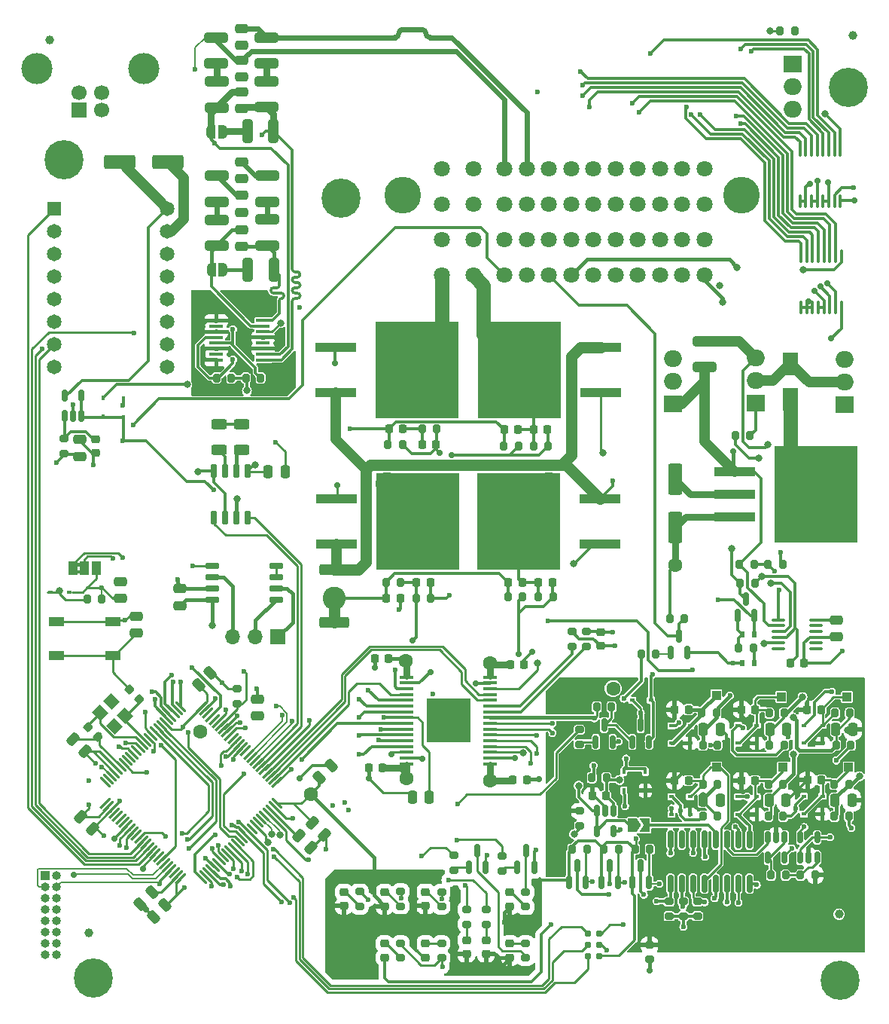
<source format=gbr>
%TF.GenerationSoftware,KiCad,Pcbnew,(6.0.7)*%
%TF.CreationDate,2022-10-25T21:17:20-03:00*%
%TF.ProjectId,uEFI_rev3,75454649-5f72-4657-9633-2e6b69636164,v3.0*%
%TF.SameCoordinates,Original*%
%TF.FileFunction,Copper,L1,Top*%
%TF.FilePolarity,Positive*%
%FSLAX46Y46*%
G04 Gerber Fmt 4.6, Leading zero omitted, Abs format (unit mm)*
G04 Created by KiCad (PCBNEW (6.0.7)) date 2022-10-25 21:17:20*
%MOMM*%
%LPD*%
G01*
G04 APERTURE LIST*
G04 Aperture macros list*
%AMRoundRect*
0 Rectangle with rounded corners*
0 $1 Rounding radius*
0 $2 $3 $4 $5 $6 $7 $8 $9 X,Y pos of 4 corners*
0 Add a 4 corners polygon primitive as box body*
4,1,4,$2,$3,$4,$5,$6,$7,$8,$9,$2,$3,0*
0 Add four circle primitives for the rounded corners*
1,1,$1+$1,$2,$3*
1,1,$1+$1,$4,$5*
1,1,$1+$1,$6,$7*
1,1,$1+$1,$8,$9*
0 Add four rect primitives between the rounded corners*
20,1,$1+$1,$2,$3,$4,$5,0*
20,1,$1+$1,$4,$5,$6,$7,0*
20,1,$1+$1,$6,$7,$8,$9,0*
20,1,$1+$1,$8,$9,$2,$3,0*%
%AMRotRect*
0 Rectangle, with rotation*
0 The origin of the aperture is its center*
0 $1 length*
0 $2 width*
0 $3 Rotation angle, in degrees counterclockwise*
0 Add horizontal line*
21,1,$1,$2,0,0,$3*%
%AMFreePoly0*
4,1,22,0.500000,-0.750000,0.000000,-0.750000,0.000000,-0.745033,-0.079941,-0.743568,-0.215256,-0.701293,-0.333266,-0.622738,-0.424486,-0.514219,-0.481581,-0.384460,-0.499164,-0.250000,-0.500000,-0.250000,-0.500000,0.250000,-0.499164,0.250000,-0.499963,0.256109,-0.478152,0.396186,-0.417904,0.524511,-0.324060,0.630769,-0.204165,0.706417,-0.067858,0.745374,0.000000,0.744959,0.000000,0.750000,
0.500000,0.750000,0.500000,-0.750000,0.500000,-0.750000,$1*%
%AMFreePoly1*
4,1,20,0.000000,0.744959,0.073905,0.744508,0.209726,0.703889,0.328688,0.626782,0.421226,0.519385,0.479903,0.390333,0.500000,0.250000,0.500000,-0.250000,0.499851,-0.262216,0.476331,-0.402017,0.414519,-0.529596,0.319384,-0.634700,0.198574,-0.708877,0.061801,-0.746166,0.000000,-0.745033,0.000000,-0.750000,-0.500000,-0.750000,-0.500000,0.750000,0.000000,0.750000,0.000000,0.744959,
0.000000,0.744959,$1*%
%AMFreePoly2*
4,1,6,1.000000,0.000000,0.500000,-0.750000,-0.500000,-0.750000,-0.500000,0.750000,0.500000,0.750000,1.000000,0.000000,1.000000,0.000000,$1*%
%AMFreePoly3*
4,1,6,0.500000,-0.750000,-0.650000,-0.750000,-0.150000,0.000000,-0.650000,0.750000,0.500000,0.750000,0.500000,-0.750000,0.500000,-0.750000,$1*%
G04 Aperture macros list end*
%TA.AperFunction,SMDPad,CuDef*%
%ADD10RoundRect,0.200000X-0.200000X-0.275000X0.200000X-0.275000X0.200000X0.275000X-0.200000X0.275000X0*%
%TD*%
%TA.AperFunction,SMDPad,CuDef*%
%ADD11R,0.600000X0.450000*%
%TD*%
%TA.AperFunction,SMDPad,CuDef*%
%ADD12R,0.600000X0.700000*%
%TD*%
%TA.AperFunction,SMDPad,CuDef*%
%ADD13RoundRect,0.225000X-0.225000X-0.250000X0.225000X-0.250000X0.225000X0.250000X-0.225000X0.250000X0*%
%TD*%
%TA.AperFunction,SMDPad,CuDef*%
%ADD14RoundRect,0.200000X-0.275000X0.200000X-0.275000X-0.200000X0.275000X-0.200000X0.275000X0.200000X0*%
%TD*%
%TA.AperFunction,SMDPad,CuDef*%
%ADD15RoundRect,0.200000X0.275000X-0.200000X0.275000X0.200000X-0.275000X0.200000X-0.275000X-0.200000X0*%
%TD*%
%TA.AperFunction,SMDPad,CuDef*%
%ADD16RoundRect,0.250000X0.475000X-0.250000X0.475000X0.250000X-0.475000X0.250000X-0.475000X-0.250000X0*%
%TD*%
%TA.AperFunction,SMDPad,CuDef*%
%ADD17RoundRect,0.250000X0.512652X0.159099X0.159099X0.512652X-0.512652X-0.159099X-0.159099X-0.512652X0*%
%TD*%
%TA.AperFunction,SMDPad,CuDef*%
%ADD18RoundRect,0.200000X0.200000X0.275000X-0.200000X0.275000X-0.200000X-0.275000X0.200000X-0.275000X0*%
%TD*%
%TA.AperFunction,SMDPad,CuDef*%
%ADD19RoundRect,0.150000X0.150000X-0.587500X0.150000X0.587500X-0.150000X0.587500X-0.150000X-0.587500X0*%
%TD*%
%TA.AperFunction,ComponentPad*%
%ADD20C,0.700000*%
%TD*%
%TA.AperFunction,ComponentPad*%
%ADD21C,4.400000*%
%TD*%
%TA.AperFunction,SMDPad,CuDef*%
%ADD22RoundRect,0.225000X0.225000X0.250000X-0.225000X0.250000X-0.225000X-0.250000X0.225000X-0.250000X0*%
%TD*%
%TA.AperFunction,SMDPad,CuDef*%
%ADD23RoundRect,0.218750X-0.256250X0.218750X-0.256250X-0.218750X0.256250X-0.218750X0.256250X0.218750X0*%
%TD*%
%TA.AperFunction,SMDPad,CuDef*%
%ADD24RoundRect,0.250000X0.550000X-1.500000X0.550000X1.500000X-0.550000X1.500000X-0.550000X-1.500000X0*%
%TD*%
%TA.AperFunction,SMDPad,CuDef*%
%ADD25FreePoly0,0.000000*%
%TD*%
%TA.AperFunction,SMDPad,CuDef*%
%ADD26FreePoly1,0.000000*%
%TD*%
%TA.AperFunction,SMDPad,CuDef*%
%ADD27RoundRect,0.150000X-0.150000X0.512500X-0.150000X-0.512500X0.150000X-0.512500X0.150000X0.512500X0*%
%TD*%
%TA.AperFunction,SMDPad,CuDef*%
%ADD28RoundRect,0.150000X0.150000X-0.512500X0.150000X0.512500X-0.150000X0.512500X-0.150000X-0.512500X0*%
%TD*%
%TA.AperFunction,ComponentPad*%
%ADD29R,1.000000X1.000000*%
%TD*%
%TA.AperFunction,SMDPad,CuDef*%
%ADD30RoundRect,0.225000X-0.335876X-0.017678X-0.017678X-0.335876X0.335876X0.017678X0.017678X0.335876X0*%
%TD*%
%TA.AperFunction,SMDPad,CuDef*%
%ADD31C,1.000000*%
%TD*%
%TA.AperFunction,SMDPad,CuDef*%
%ADD32R,0.450000X0.600000*%
%TD*%
%TA.AperFunction,SMDPad,CuDef*%
%ADD33RoundRect,0.100000X0.100000X-0.637500X0.100000X0.637500X-0.100000X0.637500X-0.100000X-0.637500X0*%
%TD*%
%TA.AperFunction,SMDPad,CuDef*%
%ADD34RoundRect,0.225000X-0.250000X0.225000X-0.250000X-0.225000X0.250000X-0.225000X0.250000X0.225000X0*%
%TD*%
%TA.AperFunction,SMDPad,CuDef*%
%ADD35RoundRect,0.100000X-0.625000X-0.100000X0.625000X-0.100000X0.625000X0.100000X-0.625000X0.100000X0*%
%TD*%
%TA.AperFunction,SMDPad,CuDef*%
%ADD36RoundRect,0.250000X-1.075000X0.312500X-1.075000X-0.312500X1.075000X-0.312500X1.075000X0.312500X0*%
%TD*%
%TA.AperFunction,SMDPad,CuDef*%
%ADD37RoundRect,0.075000X-0.565685X0.459619X0.459619X-0.565685X0.565685X-0.459619X-0.459619X0.565685X0*%
%TD*%
%TA.AperFunction,SMDPad,CuDef*%
%ADD38RoundRect,0.075000X-0.565685X-0.459619X-0.459619X-0.565685X0.565685X0.459619X0.459619X0.565685X0*%
%TD*%
%TA.AperFunction,ComponentPad*%
%ADD39R,2.000000X1.905000*%
%TD*%
%TA.AperFunction,ComponentPad*%
%ADD40O,2.000000X1.905000*%
%TD*%
%TA.AperFunction,ComponentPad*%
%ADD41R,1.700000X1.700000*%
%TD*%
%TA.AperFunction,ComponentPad*%
%ADD42O,1.700000X1.700000*%
%TD*%
%TA.AperFunction,SMDPad,CuDef*%
%ADD43RoundRect,0.250000X-0.250000X-0.475000X0.250000X-0.475000X0.250000X0.475000X-0.250000X0.475000X0*%
%TD*%
%TA.AperFunction,SMDPad,CuDef*%
%ADD44FreePoly2,0.000000*%
%TD*%
%TA.AperFunction,SMDPad,CuDef*%
%ADD45FreePoly3,0.000000*%
%TD*%
%TA.AperFunction,SMDPad,CuDef*%
%ADD46R,1.800000X2.500000*%
%TD*%
%TA.AperFunction,SMDPad,CuDef*%
%ADD47RoundRect,0.250000X-0.512652X-0.159099X-0.159099X-0.512652X0.512652X0.159099X0.159099X0.512652X0*%
%TD*%
%TA.AperFunction,SMDPad,CuDef*%
%ADD48RoundRect,0.250000X0.159099X-0.512652X0.512652X-0.159099X-0.159099X0.512652X-0.512652X0.159099X0*%
%TD*%
%TA.AperFunction,SMDPad,CuDef*%
%ADD49RoundRect,0.250000X-0.625000X0.312500X-0.625000X-0.312500X0.625000X-0.312500X0.625000X0.312500X0*%
%TD*%
%TA.AperFunction,SMDPad,CuDef*%
%ADD50R,4.600000X1.100000*%
%TD*%
%TA.AperFunction,SMDPad,CuDef*%
%ADD51R,9.400000X10.800000*%
%TD*%
%TA.AperFunction,SMDPad,CuDef*%
%ADD52RoundRect,0.250000X-0.159099X0.512652X-0.512652X0.159099X0.159099X-0.512652X0.512652X-0.159099X0*%
%TD*%
%TA.AperFunction,SMDPad,CuDef*%
%ADD53R,1.000000X1.500000*%
%TD*%
%TA.AperFunction,SMDPad,CuDef*%
%ADD54RoundRect,0.250000X-1.500000X-0.550000X1.500000X-0.550000X1.500000X0.550000X-1.500000X0.550000X0*%
%TD*%
%TA.AperFunction,ComponentPad*%
%ADD55R,1.650000X1.650000*%
%TD*%
%TA.AperFunction,ComponentPad*%
%ADD56C,1.650000*%
%TD*%
%TA.AperFunction,ConnectorPad*%
%ADD57C,0.787400*%
%TD*%
%TA.AperFunction,SMDPad,CuDef*%
%ADD58RoundRect,0.150000X-0.650000X-0.150000X0.650000X-0.150000X0.650000X0.150000X-0.650000X0.150000X0*%
%TD*%
%TA.AperFunction,ComponentPad*%
%ADD59O,1.000000X1.000000*%
%TD*%
%TA.AperFunction,SMDPad,CuDef*%
%ADD60RoundRect,0.250000X-1.425000X0.362500X-1.425000X-0.362500X1.425000X-0.362500X1.425000X0.362500X0*%
%TD*%
%TA.AperFunction,SMDPad,CuDef*%
%ADD61R,1.600200X0.431800*%
%TD*%
%TA.AperFunction,SMDPad,CuDef*%
%ADD62R,4.953000X4.953000*%
%TD*%
%TA.AperFunction,SMDPad,CuDef*%
%ADD63RoundRect,0.150000X-0.150000X0.825000X-0.150000X-0.825000X0.150000X-0.825000X0.150000X0.825000X0*%
%TD*%
%TA.AperFunction,SMDPad,CuDef*%
%ADD64RoundRect,0.250000X0.312500X1.075000X-0.312500X1.075000X-0.312500X-1.075000X0.312500X-1.075000X0*%
%TD*%
%TA.AperFunction,SMDPad,CuDef*%
%ADD65RoundRect,0.250000X-0.475000X0.250000X-0.475000X-0.250000X0.475000X-0.250000X0.475000X0.250000X0*%
%TD*%
%TA.AperFunction,SMDPad,CuDef*%
%ADD66RoundRect,0.225000X0.250000X-0.225000X0.250000X0.225000X-0.250000X0.225000X-0.250000X-0.225000X0*%
%TD*%
%TA.AperFunction,ComponentPad*%
%ADD67C,1.700000*%
%TD*%
%TA.AperFunction,ComponentPad*%
%ADD68C,3.500000*%
%TD*%
%TA.AperFunction,SMDPad,CuDef*%
%ADD69R,1.640000X0.410000*%
%TD*%
%TA.AperFunction,SMDPad,CuDef*%
%ADD70RoundRect,0.225000X0.335876X0.017678X0.017678X0.335876X-0.335876X-0.017678X-0.017678X-0.335876X0*%
%TD*%
%TA.AperFunction,SMDPad,CuDef*%
%ADD71R,1.700000X1.000000*%
%TD*%
%TA.AperFunction,SMDPad,CuDef*%
%ADD72RoundRect,0.250000X0.250000X0.475000X-0.250000X0.475000X-0.250000X-0.475000X0.250000X-0.475000X0*%
%TD*%
%TA.AperFunction,SMDPad,CuDef*%
%ADD73RoundRect,0.250000X1.075000X-0.312500X1.075000X0.312500X-1.075000X0.312500X-1.075000X-0.312500X0*%
%TD*%
%TA.AperFunction,SMDPad,CuDef*%
%ADD74RoundRect,0.150000X0.150000X-0.650000X0.150000X0.650000X-0.150000X0.650000X-0.150000X-0.650000X0*%
%TD*%
%TA.AperFunction,ComponentPad*%
%ADD75C,1.800000*%
%TD*%
%TA.AperFunction,ComponentPad*%
%ADD76C,4.125000*%
%TD*%
%TA.AperFunction,SMDPad,CuDef*%
%ADD77RotRect,1.400000X1.200000X135.000000*%
%TD*%
%TA.AperFunction,ViaPad*%
%ADD78C,0.600000*%
%TD*%
%TA.AperFunction,ViaPad*%
%ADD79C,2.600000*%
%TD*%
%TA.AperFunction,ViaPad*%
%ADD80C,0.800000*%
%TD*%
%TA.AperFunction,ViaPad*%
%ADD81C,0.700000*%
%TD*%
%TA.AperFunction,ViaPad*%
%ADD82C,1.600000*%
%TD*%
%TA.AperFunction,Conductor*%
%ADD83C,0.350000*%
%TD*%
%TA.AperFunction,Conductor*%
%ADD84C,0.250000*%
%TD*%
%TA.AperFunction,Conductor*%
%ADD85C,0.300000*%
%TD*%
%TA.AperFunction,Conductor*%
%ADD86C,1.200000*%
%TD*%
%TA.AperFunction,Conductor*%
%ADD87C,0.800000*%
%TD*%
%TA.AperFunction,Conductor*%
%ADD88C,0.450000*%
%TD*%
%TA.AperFunction,Conductor*%
%ADD89C,0.400000*%
%TD*%
%TA.AperFunction,Conductor*%
%ADD90C,1.600000*%
%TD*%
%TA.AperFunction,Conductor*%
%ADD91C,1.300000*%
%TD*%
%TA.AperFunction,Conductor*%
%ADD92C,0.200000*%
%TD*%
%TA.AperFunction,Conductor*%
%ADD93C,0.600000*%
%TD*%
%TA.AperFunction,Conductor*%
%ADD94C,0.500000*%
%TD*%
G04 APERTURE END LIST*
%TO.C,JP11*%
G36*
X64450000Y-105650000D02*
G01*
X63950000Y-105650000D01*
X63950000Y-105250000D01*
X64450000Y-105250000D01*
X64450000Y-105650000D01*
G37*
G36*
X64450000Y-106450000D02*
G01*
X63950000Y-106450000D01*
X63950000Y-106050000D01*
X64450000Y-106050000D01*
X64450000Y-106450000D01*
G37*
%TD*%
D10*
%TO.P,R122,1*%
%TO.N,+3V3*%
X82995000Y-84455000D03*
%TO.P,R122,2*%
%TO.N,/CMP*%
X84645000Y-84455000D03*
%TD*%
D11*
%TO.P,D29,1,K*%
%TO.N,/Sensores/CH4*%
X138350000Y-133500000D03*
%TO.P,D29,2,A*%
%TO.N,GNDA*%
X140450000Y-133500000D03*
%TD*%
D12*
%TO.P,D2,1,K*%
%TO.N,Net-(D2-Pad1)*%
X138800000Y-113298000D03*
%TO.P,D2,2,A*%
%TO.N,+12VA*%
X140200000Y-113298000D03*
%TD*%
D13*
%TO.P,C21,1*%
%TO.N,L2*%
X115909000Y-107442000D03*
%TO.P,C21,2*%
%TO.N,/Sheet5FA9324A/FB3*%
X117459000Y-107442000D03*
%TD*%
D14*
%TO.P,R34,1*%
%TO.N,/RPM_OUT*%
X120500000Y-123975000D03*
%TO.P,R34,2*%
%TO.N,Net-(Q11-Pad1)*%
X120500000Y-125625000D03*
%TD*%
D15*
%TO.P,R4,1*%
%TO.N,Net-(D5-Pad1)*%
X100400000Y-149625000D03*
%TO.P,R4,2*%
%TO.N,GND*%
X100400000Y-147975000D03*
%TD*%
D16*
%TO.P,C14,1*%
%TO.N,+3V3*%
X84300000Y-122450000D03*
%TO.P,C14,2*%
%TO.N,GND*%
X84300000Y-120550000D03*
%TD*%
D17*
%TO.P,C11,1*%
%TO.N,+3V3*%
X64921751Y-126421751D03*
%TO.P,C11,2*%
%TO.N,GND*%
X63578249Y-125078249D03*
%TD*%
D16*
%TO.P,C9,1*%
%TO.N,GND*%
X70699000Y-113101600D03*
%TO.P,C9,2*%
%TO.N,/NRST*%
X70699000Y-111201600D03*
%TD*%
D18*
%TO.P,R57,1*%
%TO.N,/Sensores/MUX_3v3*%
X143700000Y-140300000D03*
%TO.P,R57,2*%
%TO.N,Net-(R57-Pad2)*%
X142050000Y-140300000D03*
%TD*%
D10*
%TO.P,R40,1*%
%TO.N,D1*%
X149375000Y-125700000D03*
%TO.P,R40,2*%
%TO.N,+5C*%
X151025000Y-125700000D03*
%TD*%
%TO.P,R45,1*%
%TO.N,G1*%
X149175000Y-133700000D03*
%TO.P,R45,2*%
%TO.N,+5C*%
X150825000Y-133700000D03*
%TD*%
D15*
%TO.P,R27,1*%
%TO.N,Net-(D10-Pad1)*%
X105000000Y-143850000D03*
%TO.P,R27,2*%
%TO.N,/LED2*%
X105000000Y-142200000D03*
%TD*%
D19*
%TO.P,Q5,1,B*%
%TO.N,Net-(D2-Pad1)*%
X138300000Y-111187500D03*
%TO.P,Q5,2,E*%
%TO.N,+12VA*%
X140200000Y-111187500D03*
%TO.P,Q5,3,C*%
%TO.N,Net-(Q5-Pad3)*%
X139250000Y-109312500D03*
%TD*%
D10*
%TO.P,R11,1*%
%TO.N,GND*%
X111982000Y-92070000D03*
%TO.P,R11,2*%
%TO.N,/Sheet5FA9324A/FB2*%
X113632000Y-92070000D03*
%TD*%
D15*
%TO.P,R24,1*%
%TO.N,Net-(D7-Pad1)*%
X107800000Y-145825000D03*
%TO.P,R24,2*%
%TO.N,/LED_CAN_RX*%
X107800000Y-144175000D03*
%TD*%
D10*
%TO.P,R12,1*%
%TO.N,GND*%
X112459000Y-109042000D03*
%TO.P,R12,2*%
%TO.N,/Sheet5FA9324A/FB3*%
X114109000Y-109042000D03*
%TD*%
D11*
%TO.P,D22,1,K*%
%TO.N,+5C*%
X130850000Y-131500000D03*
%TO.P,D22,2,A*%
%TO.N,/Sensores/CH3*%
X132950000Y-131500000D03*
%TD*%
D20*
%TO.P,H9,1*%
%TO.N,N/C*%
X62500000Y-61550000D03*
X61333274Y-58733274D03*
D21*
X62500000Y-59900000D03*
D20*
X62500000Y-58250000D03*
X64150000Y-59900000D03*
X63666726Y-58733274D03*
X60850000Y-59900000D03*
X63666726Y-61066726D03*
X61333274Y-61066726D03*
%TD*%
D22*
%TO.P,C27,1*%
%TO.N,GND*%
X114567000Y-129590800D03*
%TO.P,C27,2*%
%TO.N,L3*%
X113017000Y-129590800D03*
%TD*%
%TO.P,C23,1*%
%TO.N,L1*%
X113607000Y-90270000D03*
%TO.P,C23,2*%
%TO.N,GND*%
X112057000Y-90270000D03*
%TD*%
D13*
%TO.P,C33,1*%
%TO.N,Net-(C33-Pad1)*%
X144225000Y-116500000D03*
%TO.P,C33,2*%
%TO.N,GND*%
X145775000Y-116500000D03*
%TD*%
D23*
%TO.P,D7,1,K*%
%TO.N,Net-(D7-Pad1)*%
X107800000Y-147612500D03*
%TO.P,D7,2,A*%
%TO.N,+3V3*%
X107800000Y-149187500D03*
%TD*%
D19*
%TO.P,Q15,1,G*%
%TO.N,+3V3*%
X122950000Y-141137500D03*
%TO.P,Q15,2,S*%
%TO.N,/MUX_C*%
X124850000Y-141137500D03*
%TO.P,Q15,3,D*%
%TO.N,/Sensores/C*%
X123900000Y-139262500D03*
%TD*%
D24*
%TO.P,C31,1*%
%TO.N,+3V3*%
X131318000Y-101252000D03*
%TO.P,C31,2*%
%TO.N,GND*%
X131318000Y-95852000D03*
%TD*%
D25*
%TO.P,JP24,1,A*%
%TO.N,/CKP/CMP_sensors/IN2+*%
X79060600Y-56753400D03*
D26*
%TO.P,JP24,2,B*%
%TO.N,Net-(JP24-Pad2)*%
X80360600Y-56753400D03*
%TD*%
D27*
%TO.P,U9,1*%
%TO.N,Net-(R57-Pad2)*%
X143600000Y-136075000D03*
%TO.P,U9,2,V-*%
%TO.N,GNDA*%
X142650000Y-136075000D03*
%TO.P,U9,3,+*%
%TO.N,/Sensores/mux_out*%
X141700000Y-136075000D03*
%TO.P,U9,4,-*%
%TO.N,Net-(R57-Pad2)*%
X141700000Y-138350000D03*
%TO.P,U9,5,V+*%
%TO.N,+5C*%
X143600000Y-138350000D03*
%TD*%
D28*
%TO.P,U31,1,+*%
%TO.N,Net-(C49-Pad1)*%
X62600000Y-88737500D03*
%TO.P,U31,2,V-*%
%TO.N,GND*%
X63550000Y-88737500D03*
%TO.P,U31,3,-*%
%TO.N,/Sensores/CH6*%
X64500000Y-88737500D03*
%TO.P,U31,4*%
X64500000Y-86462500D03*
%TO.P,U31,5,V+*%
%TO.N,+12V*%
X62600000Y-86462500D03*
%TD*%
D23*
%TO.P,D1,1,K*%
%TO.N,Net-(D1-Pad1)*%
X103200000Y-148012500D03*
%TO.P,D1,2,A*%
%TO.N,+3V3*%
X103200000Y-149587500D03*
%TD*%
D17*
%TO.P,C13,1*%
%TO.N,+3V3*%
X65771751Y-135071751D03*
%TO.P,C13,2*%
%TO.N,GND*%
X64428249Y-133728249D03*
%TD*%
D22*
%TO.P,C25,1*%
%TO.N,M1*%
X100632000Y-90170000D03*
%TO.P,C25,2*%
%TO.N,GND*%
X99082000Y-90170000D03*
%TD*%
D29*
%TO.P,TP13,1,1*%
%TO.N,/Sensores/CH3*%
X135900000Y-128200000D03*
%TD*%
D11*
%TO.P,D27,1,K*%
%TO.N,+5C*%
X145750000Y-131450000D03*
%TO.P,D27,2,A*%
%TO.N,/Sensores/CH5*%
X147850000Y-131450000D03*
%TD*%
D15*
%TO.P,R25,1*%
%TO.N,Net-(D8-Pad1)*%
X95800000Y-143825000D03*
%TO.P,R25,2*%
%TO.N,/LED0*%
X95800000Y-142175000D03*
%TD*%
D10*
%TO.P,R44,1*%
%TO.N,F1*%
X141775000Y-133700000D03*
%TO.P,R44,2*%
%TO.N,+5C*%
X143425000Y-133700000D03*
%TD*%
D30*
%TO.P,C3,1*%
%TO.N,OSC_OUT*%
X65274743Y-123694743D03*
%TO.P,C3,2*%
%TO.N,GND*%
X66370759Y-124790759D03*
%TD*%
D10*
%TO.P,R14,1*%
%TO.N,/Sheet5FA9324A/FB1*%
X102118000Y-109220000D03*
%TO.P,R14,2*%
%TO.N,M2*%
X103768000Y-109220000D03*
%TD*%
D11*
%TO.P,D26,1,K*%
%TO.N,+5C*%
X138350000Y-131500000D03*
%TO.P,D26,2,A*%
%TO.N,/Sensores/CH4*%
X140450000Y-131500000D03*
%TD*%
D16*
%TO.P,C1,1*%
%TO.N,K1*%
X64300000Y-93250000D03*
%TO.P,C1,2*%
%TO.N,GND*%
X64300000Y-91350000D03*
%TD*%
%TO.P,C54,1*%
%TO.N,/CKP/CMP_sensors/IN1+*%
X82542400Y-69704000D03*
%TO.P,C54,2*%
%TO.N,/CKP/CMP_sensors/IN1-*%
X82542400Y-67804000D03*
%TD*%
D31*
%TO.P,H5,1*%
%TO.N,N/C*%
X149700000Y-144700000D03*
%TD*%
D32*
%TO.P,D17,1,K*%
%TO.N,+5VA*%
X66950000Y-86700000D03*
%TO.P,D17,2,A*%
%TO.N,/Sensores/CH6*%
X66950000Y-88800000D03*
%TD*%
D18*
%TO.P,R15,1*%
%TO.N,/Sheet5FA9324A/FB2*%
X116982000Y-92070000D03*
%TO.P,R15,2*%
%TO.N,L1*%
X115332000Y-92070000D03*
%TD*%
D19*
%TO.P,Q16,1,G*%
%TO.N,+3V3*%
X126450000Y-141137500D03*
%TO.P,Q16,2,S*%
%TO.N,/MUX_A*%
X128350000Y-141137500D03*
%TO.P,Q16,3,D*%
%TO.N,/Sensores/A*%
X127400000Y-139262500D03*
%TD*%
D33*
%TO.P,U20,1,IN1*%
%TO.N,/TIM9_CH1*%
X145426000Y-76522500D03*
%TO.P,U20,2,IN2*%
X146076000Y-76522500D03*
%TO.P,U20,3,IN3*%
X146726000Y-76522500D03*
%TO.P,U20,4,IN4*%
%TO.N,/TIM9_CH2*%
X147376000Y-76522500D03*
%TO.P,U20,5,IN5*%
X148026000Y-76522500D03*
%TO.P,U20,6,IN6*%
%TO.N,/CHK_OUT*%
X148676000Y-76522500D03*
%TO.P,U20,7,IN7*%
%TO.N,/MIL_OUT*%
X149326000Y-76522500D03*
%TO.P,U20,8,GND*%
%TO.N,GND*%
X149976000Y-76522500D03*
%TO.P,U20,9,COM*%
%TO.N,+12V*%
X149976000Y-70797500D03*
%TO.P,U20,10,OUT7*%
%TO.N,/PWM/Relays/MIL_OUT*%
X149326000Y-70797500D03*
%TO.P,U20,11,OUT6*%
%TO.N,/PWM/Relays/CHECK_ENGINE*%
X148676000Y-70797500D03*
%TO.P,U20,12,OUT5*%
%TO.N,Net-(F10-Pad1)*%
X148026000Y-70797500D03*
%TO.P,U20,13,OUT4*%
%TO.N,Net-(F11-Pad1)*%
X147376000Y-70797500D03*
%TO.P,U20,14,OUT3*%
%TO.N,Net-(F5-Pad1)*%
X146726000Y-70797500D03*
%TO.P,U20,15,OUT2*%
%TO.N,Net-(F7-Pad1)*%
X146076000Y-70797500D03*
%TO.P,U20,16,OUT1*%
%TO.N,Net-(F8-Pad1)*%
X145426000Y-70797500D03*
%TD*%
D23*
%TO.P,D6,1,K*%
%TO.N,Net-(D6-Pad1)*%
X110000000Y-147612500D03*
%TO.P,D6,2,A*%
%TO.N,+3V3*%
X110000000Y-149187500D03*
%TD*%
D11*
%TO.P,D14,1,K*%
%TO.N,+3V3*%
X61000000Y-108500000D03*
%TO.P,D14,2,A*%
%TO.N,CKP+*%
X63100000Y-108500000D03*
%TD*%
D34*
%TO.P,C49,1*%
%TO.N,Net-(C49-Pad1)*%
X66100000Y-91325000D03*
%TO.P,C49,2*%
%TO.N,GND*%
X66100000Y-92875000D03*
%TD*%
D33*
%TO.P,U22,1,IN1*%
%TO.N,/R_AAC*%
X145299000Y-64584500D03*
%TO.P,U22,2,IN2*%
X145949000Y-64584500D03*
%TO.P,U22,3,IN3*%
%TO.N,/R_GNC_GLP*%
X146599000Y-64584500D03*
%TO.P,U22,4,IN4*%
X147249000Y-64584500D03*
%TO.P,U22,5,IN5*%
%TO.N,/R_ECN_INY*%
X147899000Y-64584500D03*
%TO.P,U22,6,IN6*%
X148549000Y-64584500D03*
%TO.P,U22,7,IN7*%
%TO.N,/R_LMB*%
X149199000Y-64584500D03*
%TO.P,U22,8,GND*%
%TO.N,GND*%
X149849000Y-64584500D03*
%TO.P,U22,9,COM*%
%TO.N,+12V*%
X149849000Y-58859500D03*
%TO.P,U22,10,OUT7*%
%TO.N,/PWM/Relays/R3_OUT*%
X149199000Y-58859500D03*
%TO.P,U22,11,OUT6*%
%TO.N,Net-(F2-Pad1)*%
X148549000Y-58859500D03*
%TO.P,U22,12,OUT5*%
%TO.N,Net-(F4-Pad1)*%
X147899000Y-58859500D03*
%TO.P,U22,13,OUT4*%
%TO.N,Net-(F6-Pad1)*%
X147249000Y-58859500D03*
%TO.P,U22,14,OUT3*%
%TO.N,Net-(F9-Pad1)*%
X146599000Y-58859500D03*
%TO.P,U22,15,OUT2*%
%TO.N,Net-(F1-Pad1)*%
X145949000Y-58859500D03*
%TO.P,U22,16,OUT1*%
%TO.N,Net-(F3-Pad1)*%
X145299000Y-58859500D03*
%TD*%
D11*
%TO.P,D18,1,K*%
%TO.N,/Sensores/CH1*%
X138350000Y-125500000D03*
%TO.P,D18,2,A*%
%TO.N,GNDA*%
X140450000Y-125500000D03*
%TD*%
D23*
%TO.P,D10,1,K*%
%TO.N,Net-(D10-Pad1)*%
X103200000Y-142200000D03*
%TO.P,D10,2,A*%
%TO.N,+3V3*%
X103200000Y-143775000D03*
%TD*%
D15*
%TO.P,R50,1*%
%TO.N,+5C*%
X130600000Y-144925000D03*
%TO.P,R50,2*%
%TO.N,/Sensores/C*%
X130600000Y-143275000D03*
%TD*%
D32*
%TO.P,D20,1,K*%
%TO.N,/Sensores/CH6*%
X69200000Y-88850000D03*
%TO.P,D20,2,A*%
%TO.N,GND*%
X69200000Y-86750000D03*
%TD*%
D14*
%TO.P,R56,1*%
%TO.N,Net-(C49-Pad1)*%
X62500000Y-91275000D03*
%TO.P,R56,2*%
%TO.N,K1*%
X62500000Y-92925000D03*
%TD*%
D18*
%TO.P,R52,1*%
%TO.N,/MUX_B*%
X121350000Y-137400000D03*
%TO.P,R52,2*%
%TO.N,+3V3*%
X119700000Y-137400000D03*
%TD*%
D14*
%TO.P,R7,1*%
%TO.N,Net-(C22-Pad2)*%
X121285000Y-112967000D03*
%TO.P,R7,2*%
%TO.N,/RSP*%
X121285000Y-114617000D03*
%TD*%
D35*
%TO.P,U6,1,FB*%
%TO.N,Net-(R22-Pad2)*%
X142850000Y-111625000D03*
%TO.P,U6,2,OUT*%
%TO.N,+12V*%
X142850000Y-112275000D03*
%TO.P,U6,3,SNS*%
%TO.N,Net-(Q7-Pad3)*%
X142850000Y-112925000D03*
%TO.P,U6,4,GATE*%
%TO.N,Net-(C33-Pad1)*%
X142850000Y-113575000D03*
%TO.P,U6,5,VCC*%
%TO.N,Net-(D4-Pad1)*%
X142850000Y-114225000D03*
%TO.P,U6,6,SHDN*%
%TO.N,unconnected-(U6-Pad6)*%
X142850000Y-114875000D03*
%TO.P,U6,7,GND*%
%TO.N,unconnected-(U6-Pad7)*%
X147150000Y-114875000D03*
%TO.P,U6,8,UV*%
%TO.N,unconnected-(U6-Pad8)*%
X147150000Y-114225000D03*
%TO.P,U6,9,GND*%
%TO.N,GND*%
X147150000Y-113575000D03*
%TO.P,U6,10,FLT*%
%TO.N,unconnected-(U6-Pad10)*%
X147150000Y-112925000D03*
%TO.P,U6,11,ENOUT*%
%TO.N,unconnected-(U6-Pad11)*%
X147150000Y-112275000D03*
%TO.P,U6,12,TMR*%
%TO.N,Net-(U6-Pad12)*%
X147150000Y-111625000D03*
%TD*%
D36*
%TO.P,R116,1*%
%TO.N,CKP-*%
X85328000Y-46172700D03*
%TO.P,R116,2*%
%TO.N,Net-(R116-Pad2)*%
X85328000Y-49097700D03*
%TD*%
D19*
%TO.P,Q8,1,B*%
%TO.N,Net-(Q8-Pad1)*%
X113529334Y-139467763D03*
%TO.P,Q8,2,E*%
%TO.N,GND*%
X115429334Y-139467763D03*
%TO.P,Q8,3,C*%
%TO.N,/MIL*%
X114479334Y-137592763D03*
%TD*%
D10*
%TO.P,R58,1*%
%TO.N,/ACC_DET*%
X127475000Y-115500000D03*
%TO.P,R58,2*%
%TO.N,Net-(Q13-Pad1)*%
X129125000Y-115500000D03*
%TD*%
D14*
%TO.P,R31,1*%
%TO.N,/MIL_OUT*%
X111812334Y-138164763D03*
%TO.P,R31,2*%
%TO.N,Net-(Q8-Pad1)*%
X111812334Y-139814763D03*
%TD*%
D37*
%TO.P,U3,1,PE2*%
%TO.N,/R_ECN_INY*%
X75650596Y-121394315D03*
%TO.P,U3,2,PE3*%
%TO.N,/R_GNC_GLP*%
X75297043Y-121747868D03*
%TO.P,U3,3,PE4*%
%TO.N,/R_AAC*%
X74943489Y-122101422D03*
%TO.P,U3,4,PE5*%
%TO.N,/TIM9_CH1*%
X74589936Y-122454975D03*
%TO.P,U3,5,PE6*%
%TO.N,/TIM9_CH2*%
X74236383Y-122808528D03*
%TO.P,U3,6,VBAT*%
%TO.N,+3V3*%
X73882829Y-123162082D03*
%TO.P,U3,7,PC13*%
%TO.N,/LED0*%
X73529276Y-123515635D03*
%TO.P,U3,8,PC14*%
%TO.N,/LED1*%
X73175722Y-123869189D03*
%TO.P,U3,9,PC15*%
%TO.N,/LED2*%
X72822169Y-124222742D03*
%TO.P,U3,10,VSS*%
%TO.N,GND*%
X72468616Y-124576295D03*
%TO.P,U3,11,VDD*%
%TO.N,+3V3*%
X72115062Y-124929849D03*
%TO.P,U3,12,PH0*%
%TO.N,OSC_IN*%
X71761509Y-125283402D03*
%TO.P,U3,13,PH1*%
%TO.N,OSC_OUT*%
X71407955Y-125636955D03*
%TO.P,U3,14,NRST*%
%TO.N,/NRST*%
X71054402Y-125990509D03*
%TO.P,U3,15,PC0*%
%TO.N,/ADC_CS*%
X70700849Y-126344062D03*
%TO.P,U3,16,PC1*%
%TO.N,5V_ENABLE*%
X70347295Y-126697616D03*
%TO.P,U3,17,PC2*%
%TO.N,unconnected-(U3-Pad17)*%
X69993742Y-127051169D03*
%TO.P,U3,18,PC3*%
%TO.N,unconnected-(U3-Pad18)*%
X69640189Y-127404722D03*
%TO.P,U3,19,VDD*%
%TO.N,+3V3*%
X69286635Y-127758276D03*
%TO.P,U3,20,VSSA*%
%TO.N,GND*%
X68933082Y-128111829D03*
%TO.P,U3,21,VREF+*%
%TO.N,+3V3*%
X68579528Y-128465383D03*
%TO.P,U3,22,VDDA*%
X68225975Y-128818936D03*
%TO.P,U3,23,PA0*%
%TO.N,/MUX_OUT*%
X67872422Y-129172489D03*
%TO.P,U3,24,PA1*%
%TO.N,unconnected-(U3-Pad24)*%
X67518868Y-129526043D03*
%TO.P,U3,25,PA2*%
%TO.N,unconnected-(U3-Pad25)*%
X67165315Y-129879596D03*
D38*
%TO.P,U3,26,PA3*%
%TO.N,unconnected-(U3-Pad26)*%
X67165315Y-132248404D03*
%TO.P,U3,27,VSS*%
%TO.N,GND*%
X67518868Y-132601957D03*
%TO.P,U3,28,VDD*%
%TO.N,+3V3*%
X67872422Y-132955511D03*
%TO.P,U3,29,PA4*%
%TO.N,/PA4*%
X68225975Y-133309064D03*
%TO.P,U3,30,PA5*%
%TO.N,/PA5*%
X68579528Y-133662617D03*
%TO.P,U3,31,PA6*%
%TO.N,/PA6*%
X68933082Y-134016171D03*
%TO.P,U3,32,PA7*%
%TO.N,/PA7*%
X69286635Y-134369724D03*
%TO.P,U3,33,PC4*%
%TO.N,/AUX_OUT_1*%
X69640189Y-134723278D03*
%TO.P,U3,34,PC5*%
%TO.N,/AUX_OUT_2*%
X69993742Y-135076831D03*
%TO.P,U3,35,PB0*%
%TO.N,/AUX_OUT_3*%
X70347295Y-135430384D03*
%TO.P,U3,36,PB1*%
%TO.N,unconnected-(U3-Pad36)*%
X70700849Y-135783938D03*
%TO.P,U3,37,PB2*%
%TO.N,Net-(TP2-Pad1)*%
X71054402Y-136137491D03*
%TO.P,U3,38,PE7*%
%TO.N,/MTR_STEP*%
X71407955Y-136491045D03*
%TO.P,U3,39,PE8*%
%TO.N,/MTR_DIR*%
X71761509Y-136844598D03*
%TO.P,U3,40,PE9*%
%TO.N,/MTR_FAULT*%
X72115062Y-137198151D03*
%TO.P,U3,41,PE10*%
%TO.N,/MTR_ENABLE*%
X72468616Y-137551705D03*
%TO.P,U3,42,PE11*%
%TO.N,/RPM_OUT*%
X72822169Y-137905258D03*
%TO.P,U3,43,PE12*%
%TO.N,unconnected-(U3-Pad43)*%
X73175722Y-138258811D03*
%TO.P,U3,44,PE13*%
%TO.N,/MEMORY_CS*%
X73529276Y-138612365D03*
%TO.P,U3,45,PE14*%
%TO.N,/AUX_CS_1*%
X73882829Y-138965918D03*
%TO.P,U3,46,PE15*%
%TO.N,/AUX_CS_2*%
X74236383Y-139319472D03*
%TO.P,U3,47,PB10*%
%TO.N,/SPI2_SCK*%
X74589936Y-139673025D03*
%TO.P,U3,48,PB11*%
%TO.N,/GNC_GLP*%
X74943489Y-140026578D03*
%TO.P,U3,49,VCAP_1*%
%TO.N,Net-(C7-Pad1)*%
X75297043Y-140380132D03*
%TO.P,U3,50,VDD*%
%TO.N,+3V3*%
X75650596Y-140733685D03*
D37*
%TO.P,U3,51,PB12*%
%TO.N,/PMIC_ENABLE*%
X78019404Y-140733685D03*
%TO.P,U3,52,PB13*%
%TO.N,/PMIC_SPARK*%
X78372957Y-140380132D03*
%TO.P,U3,53,PB14*%
%TO.N,/SPI2_MISO*%
X78726511Y-140026578D03*
%TO.P,U3,54,PB15*%
%TO.N,/SPI2_MOSI*%
X79080064Y-139673025D03*
%TO.P,U3,55,PD8*%
%TO.N,/INY1*%
X79433617Y-139319472D03*
%TO.P,U3,56,PD9*%
%TO.N,/INY2*%
X79787171Y-138965918D03*
%TO.P,U3,57,PD10*%
%TO.N,/INY3*%
X80140724Y-138612365D03*
%TO.P,U3,58,PD11*%
%TO.N,/INY4*%
X80494278Y-138258811D03*
%TO.P,U3,59,PD12*%
%TO.N,/ECN1*%
X80847831Y-137905258D03*
%TO.P,U3,60,PD13*%
%TO.N,/ECN2*%
X81201384Y-137551705D03*
%TO.P,U3,61,PD14*%
%TO.N,/ECN3*%
X81554938Y-137198151D03*
%TO.P,U3,62,PD15*%
%TO.N,/ECN4*%
X81908491Y-136844598D03*
%TO.P,U3,63,PC6*%
%TO.N,/CKP*%
X82262045Y-136491045D03*
%TO.P,U3,64,PC7*%
%TO.N,/CMP*%
X82615598Y-136137491D03*
%TO.P,U3,65,PC8*%
%TO.N,/MIL_OUT*%
X82969151Y-135783938D03*
%TO.P,U3,66,PC9*%
%TO.N,/CHK_OUT*%
X83322705Y-135430384D03*
%TO.P,U3,67,PA8*%
%TO.N,unconnected-(U3-Pad67)*%
X83676258Y-135076831D03*
%TO.P,U3,68,PA9*%
%TO.N,/VBUS*%
X84029811Y-134723278D03*
%TO.P,U3,69,PA10*%
%TO.N,/AUX_OUT_4*%
X84383365Y-134369724D03*
%TO.P,U3,70,PA11*%
%TO.N,/USB_D-*%
X84736918Y-134016171D03*
%TO.P,U3,71,PA12*%
%TO.N,/USB_D+*%
X85090472Y-133662617D03*
%TO.P,U3,72,PA13*%
%TO.N,/SYS_SWDIO*%
X85444025Y-133309064D03*
%TO.P,U3,73,VCAP_2*%
%TO.N,Net-(C8-Pad1)*%
X85797578Y-132955511D03*
%TO.P,U3,74,VSS*%
%TO.N,GND*%
X86151132Y-132601957D03*
%TO.P,U3,75,VDD*%
%TO.N,+3V3*%
X86504685Y-132248404D03*
D38*
%TO.P,U3,76,PA14*%
%TO.N,/SYS_SWCLK*%
X86504685Y-129879596D03*
%TO.P,U3,77,PA15*%
%TO.N,/PMIC_CS*%
X86151132Y-129526043D03*
%TO.P,U3,78,PC10*%
%TO.N,/PMIC_NOMI*%
X85797578Y-129172489D03*
%TO.P,U3,79,PC11*%
%TO.N,/PMIC_MAXI*%
X85444025Y-128818936D03*
%TO.P,U3,80,PC12*%
%TO.N,/ACC_DET*%
X85090472Y-128465383D03*
%TO.P,U3,81,PD0*%
%TO.N,/CAN1_RX*%
X84736918Y-128111829D03*
%TO.P,U3,82,PD1*%
%TO.N,/CAN1_TX*%
X84383365Y-127758276D03*
%TO.P,U3,83,PD2*%
%TO.N,/MUX_A*%
X84029811Y-127404722D03*
%TO.P,U3,84,PD3*%
%TO.N,/MUX_B*%
X83676258Y-127051169D03*
%TO.P,U3,85,PD4*%
%TO.N,/MUX_C*%
X83322705Y-126697616D03*
%TO.P,U3,86,PD5*%
%TO.N,unconnected-(U3-Pad86)*%
X82969151Y-126344062D03*
%TO.P,U3,87,PD6*%
%TO.N,/LED_CAN_RX*%
X82615598Y-125990509D03*
%TO.P,U3,88,PD7*%
%TO.N,/LED_CAN_TX*%
X82262045Y-125636955D03*
%TO.P,U3,89,PB3*%
%TO.N,/SYS_SWO*%
X81908491Y-125283402D03*
%TO.P,U3,90,PB4*%
%TO.N,unconnected-(U3-Pad90)*%
X81554938Y-124929849D03*
%TO.P,U3,91,PB5*%
%TO.N,/AUX_IN_1*%
X81201384Y-124576295D03*
%TO.P,U3,92,PB6*%
%TO.N,/AUX_IN_2*%
X80847831Y-124222742D03*
%TO.P,U3,93,PB7*%
%TO.N,/AUX_IN_3*%
X80494278Y-123869189D03*
%TO.P,U3,94,BOOT0*%
%TO.N,Net-(R2-Pad1)*%
X80140724Y-123515635D03*
%TO.P,U3,95,PB8*%
%TO.N,/AUX_IN_4*%
X79787171Y-123162082D03*
%TO.P,U3,96,PB9*%
%TO.N,unconnected-(U3-Pad96)*%
X79433617Y-122808528D03*
%TO.P,U3,97,PE0*%
%TO.N,/R_LMB*%
X79080064Y-122454975D03*
%TO.P,U3,98,PE1*%
%TO.N,unconnected-(U3-Pad98)*%
X78726511Y-122101422D03*
%TO.P,U3,99,VSS*%
%TO.N,GND*%
X78372957Y-121747868D03*
%TO.P,U3,100,VDD*%
%TO.N,+3V3*%
X78019404Y-121394315D03*
%TD*%
D32*
%TO.P,D28,1,K*%
%TO.N,/Sensores/CH7*%
X127925000Y-128697000D03*
%TO.P,D28,2,A*%
%TO.N,GNDA*%
X127925000Y-130797000D03*
%TD*%
D15*
%TO.P,R26,1*%
%TO.N,Net-(D9-Pad1)*%
X100400000Y-143800000D03*
%TO.P,R26,2*%
%TO.N,/LED1*%
X100400000Y-142150000D03*
%TD*%
D22*
%TO.P,C46,1*%
%TO.N,/Sensores/CH4*%
X140275000Y-129700000D03*
%TO.P,C46,2*%
%TO.N,GNDA*%
X138725000Y-129700000D03*
%TD*%
D29*
%TO.P,TP15,1,1*%
%TO.N,/Sensores/CH5*%
X150800000Y-128200000D03*
%TD*%
D39*
%TO.P,U5,1,IN*%
%TO.N,+12V*%
X130993000Y-87376000D03*
D40*
%TO.P,U5,2,GND*%
%TO.N,GND*%
X130993000Y-84836000D03*
%TO.P,U5,3,OUT*%
%TO.N,+5C*%
X130993000Y-82296000D03*
%TD*%
D23*
%TO.P,D12,1,K*%
%TO.N,Net-(D12-Pad1)*%
X112700000Y-142262500D03*
%TO.P,D12,2,A*%
%TO.N,+3V3*%
X112700000Y-143837500D03*
%TD*%
D41*
%TO.P,J5,1,Pin_1*%
%TO.N,/SPI2_SCK*%
X86614000Y-113538000D03*
D42*
%TO.P,J5,2,Pin_2*%
%TO.N,/SPI2_MOSI*%
X84074000Y-113538000D03*
%TO.P,J5,3,Pin_3*%
%TO.N,/SPI2_MISO*%
X81534000Y-113538000D03*
%TD*%
D43*
%TO.P,C43,1*%
%TO.N,G1*%
X149250000Y-131900000D03*
%TO.P,C43,2*%
%TO.N,GNDA*%
X151150000Y-131900000D03*
%TD*%
D29*
%TO.P,TP14,1,1*%
%TO.N,/Sensores/CH4*%
X143400000Y-128200000D03*
%TD*%
D44*
%TO.P,JP12,1,1*%
%TO.N,/Sensores/CH7*%
X126475000Y-134700000D03*
D45*
%TO.P,JP12,2,2*%
%TO.N,Net-(JP12-Pad2)*%
X127925000Y-134700000D03*
%TD*%
D46*
%TO.P,D4,1,A1*%
%TO.N,Net-(D4-Pad1)*%
X144272000Y-82836000D03*
%TO.P,D4,2,A2*%
%TO.N,GND*%
X144272000Y-86836000D03*
%TD*%
D47*
%TO.P,C16,1*%
%TO.N,+3V3*%
X90506498Y-134406498D03*
%TO.P,C16,2*%
%TO.N,GND*%
X91850000Y-135750000D03*
%TD*%
D22*
%TO.P,C26,1*%
%TO.N,M2*%
X100343000Y-109220000D03*
%TO.P,C26,2*%
%TO.N,GND*%
X98793000Y-109220000D03*
%TD*%
D10*
%TO.P,R47,1*%
%TO.N,/Sensores/CH4*%
X141775000Y-130100000D03*
%TO.P,R47,2*%
%TO.N,F1*%
X143425000Y-130100000D03*
%TD*%
D11*
%TO.P,D16,1,K*%
%TO.N,+5C*%
X130880000Y-123530000D03*
%TO.P,D16,2,A*%
%TO.N,/Sensores/CH0*%
X132980000Y-123530000D03*
%TD*%
D28*
%TO.P,U12,1*%
%TO.N,/MUX_OUT*%
X145350000Y-138337500D03*
%TO.P,U12,2,V-*%
%TO.N,GNDA*%
X146300000Y-138337500D03*
%TO.P,U12,3,+*%
%TO.N,/Sensores/MUX_3v3*%
X147250000Y-138337500D03*
%TO.P,U12,4,-*%
%TO.N,/MUX_OUT*%
X147250000Y-136062500D03*
%TO.P,U12,5,V+*%
%TO.N,+3V3*%
X145350000Y-136062500D03*
%TD*%
D23*
%TO.P,D8,1,K*%
%TO.N,Net-(D8-Pad1)*%
X94000000Y-142212500D03*
%TO.P,D8,2,A*%
%TO.N,+3V3*%
X94000000Y-143787500D03*
%TD*%
D48*
%TO.P,C15,1*%
%TO.N,+3V3*%
X77650000Y-118950000D03*
%TO.P,C15,2*%
%TO.N,GND*%
X78993502Y-117606498D03*
%TD*%
D10*
%TO.P,R39,1*%
%TO.N,/Sensores/CH1*%
X141875000Y-122100000D03*
%TO.P,R39,2*%
%TO.N,C1*%
X143525000Y-122100000D03*
%TD*%
D49*
%TO.P,R1,1*%
%TO.N,Net-(R1-Pad1)*%
X80012000Y-89603900D03*
%TO.P,R1,2*%
%TO.N,CAN+*%
X80012000Y-92528900D03*
%TD*%
D18*
%TO.P,R54,1*%
%TO.N,/MUX_A*%
X128425000Y-137400000D03*
%TO.P,R54,2*%
%TO.N,+3V3*%
X126775000Y-137400000D03*
%TD*%
D11*
%TO.P,D11,1,K*%
%TO.N,A1*%
X126458000Y-120650000D03*
%TO.P,D11,2,A*%
%TO.N,GND*%
X128558000Y-120650000D03*
%TD*%
D22*
%TO.P,C38,1*%
%TO.N,/Sensores/CH2*%
X147675000Y-121700000D03*
%TO.P,C38,2*%
%TO.N,GNDA*%
X146125000Y-121700000D03*
%TD*%
D36*
%TO.P,R112,1*%
%TO.N,CMP-*%
X79692400Y-61733200D03*
%TO.P,R112,2*%
%TO.N,Net-(R112-Pad2)*%
X79692400Y-64658200D03*
%TD*%
D16*
%TO.P,C57,1*%
%TO.N,/CKP/CMP_sensors/IN2-*%
X82513000Y-54210000D03*
%TO.P,C57,2*%
%TO.N,/CKP/CMP_sensors/IN2+*%
X82513000Y-52310000D03*
%TD*%
D19*
%TO.P,Q11,1,B*%
%TO.N,Net-(Q11-Pad1)*%
X122350000Y-125337500D03*
%TO.P,Q11,2,E*%
%TO.N,GND*%
X124250000Y-125337500D03*
%TO.P,Q11,3,C*%
%TO.N,Net-(Q11-Pad3)*%
X123300000Y-123462500D03*
%TD*%
D50*
%TO.P,Q1,1,G*%
%TO.N,/Sheet5FA9324A/GD1*%
X93161000Y-98013000D03*
D51*
%TO.P,Q1,2,C*%
%TO.N,M2*%
X102311000Y-100553000D03*
D50*
%TO.P,Q1,3,E*%
%TO.N,Net-(C22-Pad2)*%
X93161000Y-103093000D03*
%TD*%
D14*
%TO.P,R46,1*%
%TO.N,GNDA*%
X128397000Y-148146000D03*
%TO.P,R46,2*%
%TO.N,GND*%
X128397000Y-149796000D03*
%TD*%
D52*
%TO.P,C7,1*%
%TO.N,Net-(C7-Pad1)*%
X72426751Y-142203249D03*
%TO.P,C7,2*%
%TO.N,GND*%
X71083249Y-143546751D03*
%TD*%
D14*
%TO.P,R6,1*%
%TO.N,GND*%
X119685000Y-112967000D03*
%TO.P,R6,2*%
%TO.N,/RSN*%
X119685000Y-114617000D03*
%TD*%
D36*
%TO.P,R119,1*%
%TO.N,Net-(R117-Pad2)*%
X79713000Y-51143000D03*
%TO.P,R119,2*%
%TO.N,/CKP/CMP_sensors/IN2+*%
X79713000Y-54068000D03*
%TD*%
D11*
%TO.P,D30,1,K*%
%TO.N,/Sensores/CH5*%
X145750000Y-133450000D03*
%TO.P,D30,2,A*%
%TO.N,GNDA*%
X147850000Y-133450000D03*
%TD*%
D53*
%TO.P,JP11,1,A*%
%TO.N,/CKP/CMP_sensors/CKP_VR*%
X63550000Y-105850000D03*
%TO.P,JP11,2,C*%
%TO.N,/CKP*%
X64850000Y-105850000D03*
%TO.P,JP11,3,B*%
%TO.N,CKP+*%
X66150000Y-105850000D03*
%TD*%
D11*
%TO.P,D19,1,K*%
%TO.N,/Sensores/CH0*%
X130850000Y-125500000D03*
%TO.P,D19,2,A*%
%TO.N,GNDA*%
X132950000Y-125500000D03*
%TD*%
D47*
%TO.P,C8,1*%
%TO.N,Net-(C8-Pad1)*%
X88978249Y-135878249D03*
%TO.P,C8,2*%
%TO.N,GND*%
X90321751Y-137221751D03*
%TD*%
D22*
%TO.P,C48,1*%
%TO.N,/Sensores/CH5*%
X147725000Y-129650000D03*
%TO.P,C48,2*%
%TO.N,GNDA*%
X146175000Y-129650000D03*
%TD*%
D39*
%TO.P,Q7,1,G*%
%TO.N,Net-(Q7-Pad1)*%
X140314800Y-87249000D03*
D40*
%TO.P,Q7,2,D*%
%TO.N,Net-(D4-Pad1)*%
X140314800Y-84709000D03*
%TO.P,Q7,3,S*%
%TO.N,Net-(Q7-Pad3)*%
X140314800Y-82169000D03*
%TD*%
D54*
%TO.P,C42,1*%
%TO.N,+12V*%
X68800000Y-60200000D03*
%TO.P,C42,2*%
%TO.N,GND*%
X74200000Y-60200000D03*
%TD*%
D20*
%TO.P,H1,1*%
%TO.N,N/C*%
X64633274Y-150733274D03*
X66966726Y-150733274D03*
X64633274Y-153066726D03*
X67450000Y-151900000D03*
D21*
X65800000Y-151900000D03*
D20*
X65800000Y-153550000D03*
X65800000Y-150250000D03*
X64150000Y-151900000D03*
X66966726Y-153066726D03*
%TD*%
D13*
%TO.P,C18,1*%
%TO.N,M1*%
X102832000Y-91970000D03*
%TO.P,C18,2*%
%TO.N,/Sheet5FA9324A/FB0*%
X104382000Y-91970000D03*
%TD*%
D31*
%TO.P,H7,1*%
%TO.N,N/C*%
X60960000Y-46482000D03*
%TD*%
D55*
%TO.P,U23,1,ENABLE*%
%TO.N,/MTR_ENABLE*%
X61450000Y-65410000D03*
D56*
%TO.P,U23,2,M0*%
%TO.N,Net-(JP2-Pad2)*%
X61450000Y-67950000D03*
%TO.P,U23,3,M1*%
%TO.N,Net-(JP1-Pad2)*%
X61450000Y-70490000D03*
%TO.P,U23,4,M2*%
%TO.N,Net-(JP3-Pad2)*%
X61450000Y-73030000D03*
%TO.P,U23,5,RESET*%
%TO.N,+3V3*%
X61450000Y-75570000D03*
%TO.P,U23,6,SLEEP*%
X61450000Y-78110000D03*
%TO.P,U23,7,STEP*%
%TO.N,/MTR_STEP*%
X61450000Y-80650000D03*
%TO.P,U23,8,DIR*%
%TO.N,/MTR_DIR*%
X61450000Y-83190000D03*
%TO.P,U23,9,GND*%
%TO.N,GND*%
X74150000Y-83190000D03*
%TO.P,U23,10,FAULT*%
%TO.N,/MTR_FAULT*%
X74150000Y-80650000D03*
%TO.P,U23,11,A2*%
%TO.N,H4*%
X74150000Y-78110000D03*
%TO.P,U23,12,A1*%
%TO.N,G4*%
X74150000Y-75570000D03*
%TO.P,U23,13,B1*%
%TO.N,F4*%
X74150000Y-73030000D03*
%TO.P,U23,14,B2*%
%TO.N,E4*%
X74150000Y-70490000D03*
%TO.P,U23,15,GND*%
%TO.N,GND*%
X74150000Y-67950000D03*
%TO.P,U23,16,VMOT*%
%TO.N,+12V*%
X74150000Y-65410000D03*
%TD*%
D57*
%TO.P,J2,1,Pin_1*%
%TO.N,+3V3*%
X122725000Y-149380000D03*
%TO.P,J2,2,Pin_2*%
%TO.N,/SYS_SWDIO*%
X121455000Y-149380000D03*
%TO.P,J2,3,Pin_3*%
%TO.N,/NRST*%
X122725000Y-148110000D03*
%TO.P,J2,4,Pin_4*%
%TO.N,/SYS_SWCLK*%
X121455000Y-148110000D03*
%TO.P,J2,5,Pin_5*%
%TO.N,GND*%
X122725000Y-146840000D03*
%TO.P,J2,6,Pin_6*%
%TO.N,/SYS_SWO*%
X121455000Y-146840000D03*
%TD*%
D20*
%TO.P,H4,1*%
%TO.N,N/C*%
X150966726Y-150933274D03*
X148150000Y-152100000D03*
D21*
X149800000Y-152100000D03*
D20*
X149800000Y-153750000D03*
X148633274Y-153266726D03*
X150966726Y-153266726D03*
X151450000Y-152100000D03*
X149800000Y-150450000D03*
X148633274Y-150933274D03*
%TD*%
D22*
%TO.P,C35,1*%
%TO.N,/Sensores/CH1*%
X140275000Y-121700000D03*
%TO.P,C35,2*%
%TO.N,GNDA*%
X138725000Y-121700000D03*
%TD*%
D58*
%TO.P,U7,1,~{CS}*%
%TO.N,/MEMORY_CS*%
X79204000Y-105537000D03*
%TO.P,U7,2,MISO*%
%TO.N,/SPI2_MISO*%
X79204000Y-106807000D03*
%TO.P,U7,3,~{WP}*%
%TO.N,+3V3*%
X79204000Y-108077000D03*
%TO.P,U7,4,GND*%
%TO.N,GND*%
X79204000Y-109347000D03*
%TO.P,U7,5,MOSI*%
%TO.N,/SPI2_MOSI*%
X86404000Y-109347000D03*
%TO.P,U7,6,SCK*%
%TO.N,/SPI2_SCK*%
X86404000Y-108077000D03*
%TO.P,U7,7,~{HOLD}*%
%TO.N,+3V3*%
X86404000Y-106807000D03*
%TO.P,U7,8,VCC*%
X86404000Y-105537000D03*
%TD*%
D10*
%TO.P,R22,1*%
%TO.N,+12V*%
X138511000Y-105360000D03*
%TO.P,R22,2*%
%TO.N,Net-(R22-Pad2)*%
X140161000Y-105360000D03*
%TD*%
D29*
%TO.P,J4,1,Pin_1*%
%TO.N,+3V3*%
X60430000Y-140350000D03*
D59*
%TO.P,J4,2,Pin_2*%
%TO.N,+5C*%
X61700000Y-140350000D03*
%TO.P,J4,3,Pin_3*%
%TO.N,/AUX_CS_1*%
X60430000Y-141620000D03*
%TO.P,J4,4,Pin_4*%
%TO.N,/SPI2_SCK*%
X61700000Y-141620000D03*
%TO.P,J4,5,Pin_5*%
%TO.N,/AUX_CS_2*%
X60430000Y-142890000D03*
%TO.P,J4,6,Pin_6*%
%TO.N,/SPI2_MISO*%
X61700000Y-142890000D03*
%TO.P,J4,7,Pin_7*%
%TO.N,/AUX_IN_1*%
X60430000Y-144160000D03*
%TO.P,J4,8,Pin_8*%
%TO.N,/SPI2_MOSI*%
X61700000Y-144160000D03*
%TO.P,J4,9,Pin_9*%
%TO.N,/AUX_IN_2*%
X60430000Y-145430000D03*
%TO.P,J4,10,Pin_10*%
%TO.N,/AUX_OUT_1*%
X61700000Y-145430000D03*
%TO.P,J4,11,Pin_11*%
%TO.N,/AUX_IN_3*%
X60430000Y-146700000D03*
%TO.P,J4,12,Pin_12*%
%TO.N,/AUX_OUT_2*%
X61700000Y-146700000D03*
%TO.P,J4,13,Pin_13*%
%TO.N,/AUX_IN_4*%
X60430000Y-147970000D03*
%TO.P,J4,14,Pin_14*%
%TO.N,/AUX_OUT_3*%
X61700000Y-147970000D03*
%TO.P,J4,15,Pin_15*%
%TO.N,GND*%
X60430000Y-149240000D03*
%TO.P,J4,16,Pin_16*%
X61700000Y-149240000D03*
%TD*%
D43*
%TO.P,C5,1*%
%TO.N,+3V3*%
X85500000Y-94950000D03*
%TO.P,C5,2*%
%TO.N,GND*%
X87400000Y-94950000D03*
%TD*%
D60*
%TO.P,R8,1*%
%TO.N,Net-(C22-Pad2)*%
X92964000Y-106003500D03*
%TO.P,R8,2*%
%TO.N,GND*%
X92964000Y-111928500D03*
%TD*%
D10*
%TO.P,R33,1*%
%TO.N,5V_ENABLE*%
X143066000Y-45466000D03*
%TO.P,R33,2*%
%TO.N,Net-(Q10-Pad1)*%
X144716000Y-45466000D03*
%TD*%
%TO.P,R10,1*%
%TO.N,GND*%
X98743000Y-107420000D03*
%TO.P,R10,2*%
%TO.N,/Sheet5FA9324A/FB1*%
X100393000Y-107420000D03*
%TD*%
%TO.P,R59,1*%
%TO.N,+3V3*%
X130675000Y-111500000D03*
%TO.P,R59,2*%
%TO.N,H1*%
X132325000Y-111500000D03*
%TD*%
D61*
%TO.P,U1,1,OUT0*%
%TO.N,M4*%
X101092000Y-118059200D03*
%TO.P,U1,2,FB0*%
%TO.N,/Sheet5FA9324A/FB0*%
X101092000Y-118719600D03*
%TO.P,U1,3,GD0*%
%TO.N,/Sheet5FA9324A/GD0*%
X101092000Y-119354600D03*
%TO.P,U1,4,~{CS}*%
%TO.N,/PMIC_CS*%
X101092000Y-120015000D03*
%TO.P,U1,5,SCLK*%
%TO.N,/SPI2_SCK*%
X101092000Y-120650000D03*
%TO.P,U1,6,SI*%
%TO.N,/SPI2_MOSI*%
X101092000Y-121310400D03*
%TO.P,U1,7,SO*%
%TO.N,/SPI2_MISO*%
X101092000Y-121970800D03*
%TO.P,U1,8,VDD*%
%TO.N,+3V3*%
X101092000Y-122605800D03*
%TO.P,U1,9,~{OUTEN}*%
%TO.N,/PMIC_ENABLE*%
X101092000Y-123266200D03*
%TO.P,U1,10,DIN0*%
%TO.N,/INY1*%
X101092000Y-123901200D03*
%TO.P,U1,11,DIN1*%
%TO.N,/INY2*%
X101092000Y-124561600D03*
%TO.P,U1,12,DIN2*%
%TO.N,/INY3*%
X101092000Y-125222000D03*
%TO.P,U1,13,DIN3*%
%TO.N,/INY4*%
X101092000Y-125857000D03*
%TO.P,U1,14,GD1*%
%TO.N,/Sheet5FA9324A/GD1*%
X101092000Y-126517400D03*
%TO.P,U1,15,FB1*%
%TO.N,/Sheet5FA9324A/FB1*%
X101092000Y-127152400D03*
%TO.P,U1,16,OUT1*%
%TO.N,M3*%
X101092000Y-127812800D03*
%TO.P,U1,17,OUT3*%
%TO.N,L3*%
X110490000Y-127812800D03*
%TO.P,U1,18,FB3*%
%TO.N,/Sheet5FA9324A/FB3*%
X110490000Y-127152400D03*
%TO.P,U1,19,GD3*%
%TO.N,/Sheet5FA9324A/GD3*%
X110490000Y-126517400D03*
%TO.P,U1,20,~{SPKDUR}*%
%TO.N,/PMIC_SPARK*%
X110490000Y-125857000D03*
%TO.P,U1,21,GIN3*%
%TO.N,/ECN4*%
X110490000Y-125222000D03*
%TO.P,U1,22,GIN2*%
%TO.N,/ECN3*%
X110490000Y-124561600D03*
%TO.P,U1,23,GIN1*%
%TO.N,/ECN2*%
X110490000Y-123901200D03*
%TO.P,U1,24,GIN0*%
%TO.N,/ECN1*%
X110490000Y-123266200D03*
%TO.P,U1,25,VPWR*%
%TO.N,+12V*%
X110490000Y-122605800D03*
%TO.P,U1,26,RSP*%
%TO.N,/RSP*%
X110490000Y-121970800D03*
%TO.P,U1,27,RSN*%
%TO.N,/RSN*%
X110490000Y-121310400D03*
%TO.P,U1,28,NOMI*%
%TO.N,/PMIC_NOMI*%
X110490000Y-120650000D03*
%TO.P,U1,29,MAXI*%
%TO.N,/PMIC_MAXI*%
X110490000Y-120015000D03*
%TO.P,U1,30,GD2*%
%TO.N,/Sheet5FA9324A/GD2*%
X110490000Y-119354600D03*
%TO.P,U1,31,FB2*%
%TO.N,/Sheet5FA9324A/FB2*%
X110490000Y-118719600D03*
%TO.P,U1,32,OUT2*%
%TO.N,L4*%
X110490000Y-118059200D03*
D62*
%TO.P,U1,33,GND*%
%TO.N,GND*%
X105791000Y-122936000D03*
%TD*%
D22*
%TO.P,C4,1*%
%TO.N,/Sensores/CH0*%
X132775000Y-121700000D03*
%TO.P,C4,2*%
%TO.N,GNDA*%
X131225000Y-121700000D03*
%TD*%
D10*
%TO.P,R43,1*%
%TO.N,/Sensores/CH3*%
X134375000Y-130100000D03*
%TO.P,R43,2*%
%TO.N,E1*%
X136025000Y-130100000D03*
%TD*%
D23*
%TO.P,D5,1,K*%
%TO.N,Net-(D5-Pad1)*%
X98600000Y-148012500D03*
%TO.P,D5,2,A*%
%TO.N,+5C*%
X98600000Y-149587500D03*
%TD*%
D36*
%TO.P,R117,1*%
%TO.N,CKP+*%
X79663000Y-46193000D03*
%TO.P,R117,2*%
%TO.N,Net-(R117-Pad2)*%
X79663000Y-49118000D03*
%TD*%
%TO.P,R118,1*%
%TO.N,Net-(R116-Pad2)*%
X85328000Y-51111000D03*
%TO.P,R118,2*%
%TO.N,/CKP/CMP_sensors/IN2-*%
X85328000Y-54036000D03*
%TD*%
D39*
%TO.P,Q10,1,G*%
%TO.N,Net-(Q10-Pad1)*%
X144526000Y-49149000D03*
D40*
%TO.P,Q10,2,D*%
%TO.N,+5VA*%
X144526000Y-51689000D03*
%TO.P,Q10,3,S*%
%TO.N,+5C*%
X144526000Y-54229000D03*
%TD*%
D63*
%TO.P,U2,1,CH4*%
%TO.N,/Sensores/CH4*%
X139645000Y-136325000D03*
%TO.P,U2,2,CH6*%
%TO.N,/Sensores/CH6*%
X138375000Y-136325000D03*
%TO.P,U2,3,OUT*%
%TO.N,/Sensores/mux_out*%
X137105000Y-136325000D03*
%TO.P,U2,4,CH7*%
%TO.N,Net-(JP12-Pad2)*%
X135835000Y-136325000D03*
%TO.P,U2,5,CH5*%
%TO.N,/Sensores/CH5*%
X134565000Y-136325000D03*
%TO.P,U2,6,EN*%
%TO.N,GND*%
X133295000Y-136325000D03*
%TO.P,U2,7*%
%TO.N,N/C*%
X132025000Y-136325000D03*
%TO.P,U2,8,GND*%
%TO.N,GND*%
X130755000Y-136325000D03*
%TO.P,U2,9,C*%
%TO.N,/Sensores/C*%
X130755000Y-141275000D03*
%TO.P,U2,10,B*%
%TO.N,/Sensores/B*%
X132025000Y-141275000D03*
%TO.P,U2,11,A*%
%TO.N,/Sensores/A*%
X133295000Y-141275000D03*
%TO.P,U2,12,CH3*%
%TO.N,/Sensores/CH3*%
X134565000Y-141275000D03*
%TO.P,U2,13,CH0*%
%TO.N,/Sensores/CH0*%
X135835000Y-141275000D03*
%TO.P,U2,14,CH1*%
%TO.N,/Sensores/CH1*%
X137105000Y-141275000D03*
%TO.P,U2,15,CH2*%
%TO.N,/Sensores/CH2*%
X138375000Y-141275000D03*
%TO.P,U2,16,Vdd*%
%TO.N,+5C*%
X139645000Y-141275000D03*
%TD*%
D50*
%TO.P,Q4,1,G*%
%TO.N,/Sheet5FA9324A/GD3*%
X122827000Y-103105000D03*
D51*
%TO.P,Q4,2,C*%
%TO.N,L2*%
X113677000Y-100565000D03*
D50*
%TO.P,Q4,3,E*%
%TO.N,Net-(C22-Pad2)*%
X122827000Y-98025000D03*
%TD*%
D64*
%TO.P,R120,1*%
%TO.N,/CKP/CMP_sensors/IN2-*%
X86090000Y-56728400D03*
%TO.P,R120,2*%
%TO.N,Net-(JP24-Pad2)*%
X83165000Y-56728400D03*
%TD*%
D19*
%TO.P,Q13,1,G*%
%TO.N,Net-(Q13-Pad1)*%
X130750000Y-115337500D03*
%TO.P,Q13,2,S*%
%TO.N,GND*%
X132650000Y-115337500D03*
%TO.P,Q13,3,D*%
%TO.N,H1*%
X131700000Y-113462500D03*
%TD*%
D11*
%TO.P,D24,1,K*%
%TO.N,/Sensores/CH3*%
X130850000Y-133500000D03*
%TO.P,D24,2,A*%
%TO.N,GNDA*%
X132950000Y-133500000D03*
%TD*%
D18*
%TO.P,R41,1*%
%TO.N,E1*%
X136025000Y-133700000D03*
%TO.P,R41,2*%
%TO.N,+5C*%
X134375000Y-133700000D03*
%TD*%
D39*
%TO.P,Q6,1,G*%
%TO.N,Net-(Q6-Pad1)*%
X150317200Y-87477600D03*
D40*
%TO.P,Q6,2,D*%
%TO.N,Net-(D4-Pad1)*%
X150317200Y-84937600D03*
%TO.P,Q6,3,S*%
%TO.N,+12VA*%
X150317200Y-82397600D03*
%TD*%
D19*
%TO.P,Q14,1,G*%
%TO.N,+3V3*%
X119350000Y-141137500D03*
%TO.P,Q14,2,S*%
%TO.N,/MUX_B*%
X121250000Y-141137500D03*
%TO.P,Q14,3,D*%
%TO.N,/Sensores/B*%
X120300000Y-139262500D03*
%TD*%
D10*
%TO.P,R36,1*%
%TO.N,B1*%
X134375000Y-125700000D03*
%TO.P,R36,2*%
%TO.N,+5C*%
X136025000Y-125700000D03*
%TD*%
D43*
%TO.P,C39,1*%
%TO.N,E1*%
X134450000Y-131900000D03*
%TO.P,C39,2*%
%TO.N,GNDA*%
X136350000Y-131900000D03*
%TD*%
D11*
%TO.P,D21,1,K*%
%TO.N,+5C*%
X145750000Y-123500000D03*
%TO.P,D21,2,A*%
%TO.N,/Sensores/CH2*%
X147850000Y-123500000D03*
%TD*%
D64*
%TO.P,R115,1*%
%TO.N,/CKP/CMP_sensors/IN1+*%
X86119400Y-72268600D03*
%TO.P,R115,2*%
%TO.N,Net-(JP23-Pad2)*%
X83194400Y-72268600D03*
%TD*%
D10*
%TO.P,R48,1*%
%TO.N,/Sensores/CH5*%
X149175000Y-130100000D03*
%TO.P,R48,2*%
%TO.N,G1*%
X150825000Y-130100000D03*
%TD*%
D19*
%TO.P,Q12,1,G*%
%TO.N,Net-(Q11-Pad3)*%
X126450000Y-125337500D03*
%TO.P,Q12,2,S*%
%TO.N,GND*%
X128350000Y-125337500D03*
%TO.P,Q12,3,D*%
%TO.N,A1*%
X127400000Y-123462500D03*
%TD*%
D10*
%TO.P,R60,1*%
%TO.N,+3V3*%
X65125000Y-109250000D03*
%TO.P,R60,2*%
%TO.N,CKP+*%
X66775000Y-109250000D03*
%TD*%
D18*
%TO.P,R53,1*%
%TO.N,/MUX_C*%
X124900000Y-137400000D03*
%TO.P,R53,2*%
%TO.N,+3V3*%
X123250000Y-137400000D03*
%TD*%
D10*
%TO.P,R35,1*%
%TO.N,+12V*%
X122468500Y-121400000D03*
%TO.P,R35,2*%
%TO.N,Net-(Q11-Pad3)*%
X124118500Y-121400000D03*
%TD*%
D20*
%TO.P,H3,1*%
%TO.N,N/C*%
X92559274Y-65428726D03*
X95376000Y-64262000D03*
X94892726Y-65428726D03*
X92076000Y-64262000D03*
D21*
X93726000Y-64262000D03*
D20*
X93726000Y-62612000D03*
X93726000Y-65912000D03*
X92559274Y-63095274D03*
X94892726Y-63095274D03*
%TD*%
D18*
%TO.P,R121,1*%
%TO.N,+3V3*%
X81343000Y-84455000D03*
%TO.P,R121,2*%
%TO.N,/CKP/CMP_sensors/CKP_VR*%
X79693000Y-84455000D03*
%TD*%
D14*
%TO.P,R3,1*%
%TO.N,Net-(D1-Pad1)*%
X105000000Y-147975000D03*
%TO.P,R3,2*%
%TO.N,GND*%
X105000000Y-149625000D03*
%TD*%
D23*
%TO.P,D13,1,K*%
%TO.N,Net-(D13-Pad1)*%
X112700000Y-148012500D03*
%TO.P,D13,2,A*%
%TO.N,+3V3*%
X112700000Y-149587500D03*
%TD*%
D10*
%TO.P,R38,1*%
%TO.N,/Sensores/CH0*%
X134275000Y-122100000D03*
%TO.P,R38,2*%
%TO.N,B1*%
X135925000Y-122100000D03*
%TD*%
D50*
%TO.P,U4,1,IN*%
%TO.N,+12V*%
X137989000Y-94996000D03*
%TO.P,U4,2,GND*%
%TO.N,GND*%
X137989000Y-97536000D03*
D51*
X147139000Y-97536000D03*
D50*
%TO.P,U4,3,OUT*%
%TO.N,+3V3*%
X137989000Y-100076000D03*
%TD*%
D23*
%TO.P,D9,1,K*%
%TO.N,Net-(D9-Pad1)*%
X98600000Y-142225000D03*
%TO.P,D9,2,A*%
%TO.N,+3V3*%
X98600000Y-143800000D03*
%TD*%
D48*
%TO.P,C12,1*%
%TO.N,+3V3*%
X91228249Y-129322751D03*
%TO.P,C12,2*%
%TO.N,GND*%
X92571751Y-127979249D03*
%TD*%
D27*
%TO.P,U27,1,+*%
%TO.N,Net-(C51-Pad1)*%
X124369000Y-133054500D03*
%TO.P,U27,2,V-*%
%TO.N,GNDA*%
X123419000Y-133054500D03*
%TO.P,U27,3,-*%
%TO.N,/Sensores/CH7*%
X122469000Y-133054500D03*
%TO.P,U27,4*%
X122469000Y-135329500D03*
%TO.P,U27,5,V+*%
%TO.N,+5C*%
X124369000Y-135329500D03*
%TD*%
D31*
%TO.P,H6,1*%
%TO.N,N/C*%
X151240000Y-45918400D03*
%TD*%
D22*
%TO.P,C24,1*%
%TO.N,L2*%
X114059000Y-107442000D03*
%TO.P,C24,2*%
%TO.N,GND*%
X112509000Y-107442000D03*
%TD*%
D65*
%TO.P,C55,1*%
%TO.N,CKP+*%
X82513000Y-48754000D03*
%TO.P,C55,2*%
%TO.N,GND*%
X82513000Y-50654000D03*
%TD*%
D18*
%TO.P,R19,1*%
%TO.N,Net-(C33-Pad1)*%
X140253000Y-107500000D03*
%TO.P,R19,2*%
%TO.N,Net-(Q5-Pad3)*%
X138603000Y-107500000D03*
%TD*%
D10*
%TO.P,R42,1*%
%TO.N,/Sensores/CH2*%
X149275000Y-122100000D03*
%TO.P,R42,2*%
%TO.N,D1*%
X150925000Y-122100000D03*
%TD*%
D22*
%TO.P,C44,1*%
%TO.N,/Sensores/CH3*%
X132775000Y-129700000D03*
%TO.P,C44,2*%
%TO.N,GNDA*%
X131225000Y-129700000D03*
%TD*%
D18*
%TO.P,R82,1*%
%TO.N,Net-(C51-Pad1)*%
X123543000Y-129366000D03*
%TO.P,R82,2*%
%TO.N,+12VA*%
X121893000Y-129366000D03*
%TD*%
D65*
%TO.P,C52,1*%
%TO.N,CMP-*%
X82542400Y-63928000D03*
%TO.P,C52,2*%
%TO.N,GND*%
X82542400Y-65828000D03*
%TD*%
D11*
%TO.P,D15,1,K*%
%TO.N,+5C*%
X138350000Y-123500000D03*
%TO.P,D15,2,A*%
%TO.N,/Sensores/CH1*%
X140450000Y-123500000D03*
%TD*%
D52*
%TO.P,C6,1*%
%TO.N,+3V3*%
X73914000Y-143637000D03*
%TO.P,C6,2*%
%TO.N,GND*%
X72570498Y-144980502D03*
%TD*%
D15*
%TO.P,R2,1*%
%TO.N,Net-(R2-Pad1)*%
X82000000Y-121050000D03*
%TO.P,R2,2*%
%TO.N,GND*%
X82000000Y-119400000D03*
%TD*%
D13*
%TO.P,C20,1*%
%TO.N,L1*%
X115357000Y-90270000D03*
%TO.P,C20,2*%
%TO.N,/Sheet5FA9324A/FB2*%
X116907000Y-90270000D03*
%TD*%
%TO.P,C29,1*%
%TO.N,GND*%
X96786400Y-128270000D03*
%TO.P,C29,2*%
%TO.N,M3*%
X98336400Y-128270000D03*
%TD*%
D36*
%TO.P,R114,1*%
%TO.N,Net-(R112-Pad2)*%
X79742400Y-66683200D03*
%TO.P,R114,2*%
%TO.N,/CKP/CMP_sensors/IN1-*%
X79742400Y-69608200D03*
%TD*%
D50*
%TO.P,Q2,1,G*%
%TO.N,/Sheet5FA9324A/GD0*%
X93111000Y-81050600D03*
D51*
%TO.P,Q2,2,C*%
%TO.N,M1*%
X102261000Y-83590600D03*
D50*
%TO.P,Q2,3,E*%
%TO.N,Net-(C22-Pad2)*%
X93111000Y-86130600D03*
%TD*%
D12*
%TO.P,D3,1,K*%
%TO.N,Net-(D3-Pad1)*%
X140200000Y-116500000D03*
%TO.P,D3,2,A*%
%TO.N,GND*%
X138800000Y-116500000D03*
%TD*%
D18*
%TO.P,R61,1*%
%TO.N,GNDA*%
X147025000Y-140300000D03*
%TO.P,R61,2*%
%TO.N,/Sensores/MUX_3v3*%
X145375000Y-140300000D03*
%TD*%
D11*
%TO.P,D23,1,K*%
%TO.N,/Sensores/CH2*%
X145750000Y-125500000D03*
%TO.P,D23,2,A*%
%TO.N,GNDA*%
X147850000Y-125500000D03*
%TD*%
D18*
%TO.P,R16,1*%
%TO.N,/Sheet5FA9324A/FB3*%
X117534000Y-109042000D03*
%TO.P,R16,2*%
%TO.N,L2*%
X115884000Y-109042000D03*
%TD*%
%TO.P,R23,1*%
%TO.N,GND*%
X143361000Y-105360000D03*
%TO.P,R23,2*%
%TO.N,Net-(R22-Pad2)*%
X141711000Y-105360000D03*
%TD*%
D50*
%TO.P,Q3,1,G*%
%TO.N,/Sheet5FA9324A/GD2*%
X122907000Y-86111600D03*
D51*
%TO.P,Q3,2,C*%
%TO.N,L1*%
X113757000Y-83571600D03*
D50*
%TO.P,Q3,3,E*%
%TO.N,Net-(C22-Pad2)*%
X122907000Y-81031600D03*
%TD*%
D31*
%TO.P,H8,1*%
%TO.N,N/C*%
X65300000Y-146800000D03*
%TD*%
D10*
%TO.P,R9,1*%
%TO.N,GND*%
X98982000Y-91970000D03*
%TO.P,R9,2*%
%TO.N,/Sheet5FA9324A/FB0*%
X100632000Y-91970000D03*
%TD*%
D15*
%TO.P,R83,1*%
%TO.N,Net-(C51-Pad1)*%
X120559000Y-134763000D03*
%TO.P,R83,2*%
%TO.N,GNDA*%
X120559000Y-133113000D03*
%TD*%
D22*
%TO.P,C28,1*%
%TO.N,GND*%
X114287600Y-116636800D03*
%TO.P,C28,2*%
%TO.N,L4*%
X112737600Y-116636800D03*
%TD*%
D66*
%TO.P,C22,1*%
%TO.N,GND*%
X122885000Y-114567000D03*
%TO.P,C22,2*%
%TO.N,Net-(C22-Pad2)*%
X122885000Y-113017000D03*
%TD*%
D18*
%TO.P,R20,1*%
%TO.N,Net-(Q7-Pad1)*%
X139700000Y-90932000D03*
%TO.P,R20,2*%
%TO.N,Net-(C33-Pad1)*%
X138050000Y-90932000D03*
%TD*%
D22*
%TO.P,C51,1*%
%TO.N,Net-(C51-Pad1)*%
X123493000Y-131398000D03*
%TO.P,C51,2*%
%TO.N,GNDA*%
X121943000Y-131398000D03*
%TD*%
D36*
%TO.P,R81,1*%
%TO.N,CMP+*%
X85357400Y-61712900D03*
%TO.P,R81,2*%
%TO.N,Net-(R113-Pad1)*%
X85357400Y-64637900D03*
%TD*%
D41*
%TO.P,J1,1,VBUS*%
%TO.N,/VBUS*%
X64240000Y-54377500D03*
D67*
%TO.P,J1,2,D-*%
%TO.N,/USB_D-*%
X66740000Y-54377500D03*
%TO.P,J1,3,D+*%
%TO.N,/USB_D+*%
X66740000Y-52377500D03*
%TO.P,J1,4,GND*%
%TO.N,GND*%
X64240000Y-52377500D03*
D68*
%TO.P,J1,5,Shield*%
X71510000Y-49667500D03*
X59470000Y-49667500D03*
%TD*%
D69*
%TO.P,U36,1,INT_THRS1*%
%TO.N,GND*%
X79655000Y-77990700D03*
%TO.P,U36,2,EXT1*%
%TO.N,unconnected-(U36-Pad2)*%
X79655000Y-78625700D03*
%TO.P,U36,3,BIAS1*%
%TO.N,GND*%
X79655000Y-79260700D03*
%TO.P,U36,4,COUT1*%
%TO.N,/CKP/CMP_sensors/CKP_VR*%
X79655000Y-79895700D03*
%TO.P,U36,5,COUT2*%
%TO.N,/CMP*%
X79655000Y-80530700D03*
%TO.P,U36,6,BIAS2*%
%TO.N,GND*%
X79655000Y-81165700D03*
%TO.P,U36,7,EXT2*%
%TO.N,unconnected-(U36-Pad7)*%
X79655000Y-81800700D03*
%TO.P,U36,8,INT_THRS2*%
%TO.N,GND*%
X79655000Y-82435700D03*
%TO.P,U36,9,IN2+*%
%TO.N,/CKP/CMP_sensors/IN2-*%
X84925000Y-82435700D03*
%TO.P,U36,10,IN2-*%
%TO.N,/CKP/CMP_sensors/IN2+*%
X84925000Y-81800700D03*
%TO.P,U36,11,GND*%
%TO.N,GND*%
X84925000Y-81165700D03*
%TO.P,U36,12,DIRN*%
%TO.N,unconnected-(U36-Pad12)*%
X84925000Y-80530700D03*
%TO.P,U36,13,ZERO_EN*%
%TO.N,GND*%
X84925000Y-79895700D03*
%TO.P,U36,14,VCC*%
%TO.N,+5C*%
X84925000Y-79260700D03*
%TO.P,U36,15,IN1-*%
%TO.N,/CKP/CMP_sensors/IN1-*%
X84925000Y-78625700D03*
%TO.P,U36,16,IN1+*%
%TO.N,/CKP/CMP_sensors/IN1+*%
X84925000Y-77990700D03*
%TD*%
D19*
%TO.P,Q9,1,B*%
%TO.N,Net-(Q9-Pad1)*%
X108068334Y-139467763D03*
%TO.P,Q9,2,E*%
%TO.N,GND*%
X109968334Y-139467763D03*
%TO.P,Q9,3,C*%
%TO.N,/CHK*%
X109018334Y-137592763D03*
%TD*%
D29*
%TO.P,TP10,1,1*%
%TO.N,/Sensores/CH0*%
X135900000Y-120100000D03*
%TD*%
D43*
%TO.P,C34,1*%
%TO.N,C1*%
X141950000Y-123900000D03*
%TO.P,C34,2*%
%TO.N,GNDA*%
X143850000Y-123900000D03*
%TD*%
D70*
%TO.P,C2,1*%
%TO.N,OSC_IN*%
X71033008Y-120563008D03*
%TO.P,C2,2*%
%TO.N,GND*%
X69936992Y-119466992D03*
%TD*%
D29*
%TO.P,TP11,1,1*%
%TO.N,/Sensores/CH1*%
X143200000Y-120300000D03*
%TD*%
D49*
%TO.P,R28,1*%
%TO.N,Net-(R1-Pad1)*%
X82552000Y-89603900D03*
%TO.P,R28,2*%
%TO.N,CAN-*%
X82552000Y-92528900D03*
%TD*%
D65*
%TO.P,C36,1*%
%TO.N,Net-(U6-Pad12)*%
X149400000Y-111650000D03*
%TO.P,C36,2*%
%TO.N,GND*%
X149400000Y-113550000D03*
%TD*%
D71*
%TO.P,SW1,1,1*%
%TO.N,/NRST*%
X61700000Y-111800000D03*
X68000000Y-111800000D03*
%TO.P,SW1,2,2*%
%TO.N,GND*%
X68000000Y-115600000D03*
X61700000Y-115600000D03*
%TD*%
D36*
%TO.P,R113,1*%
%TO.N,Net-(R113-Pad1)*%
X85357400Y-66651200D03*
%TO.P,R113,2*%
%TO.N,/CKP/CMP_sensors/IN1+*%
X85357400Y-69576200D03*
%TD*%
D25*
%TO.P,JP23,1,A*%
%TO.N,/CKP/CMP_sensors/IN1-*%
X79090000Y-72293600D03*
D26*
%TO.P,JP23,2,B*%
%TO.N,Net-(JP23-Pad2)*%
X80390000Y-72293600D03*
%TD*%
D72*
%TO.P,C10,1*%
%TO.N,+3V3*%
X103616800Y-131521200D03*
%TO.P,C10,2*%
%TO.N,GND*%
X101716800Y-131521200D03*
%TD*%
D65*
%TO.P,C17,1*%
%TO.N,+3V3*%
X75565000Y-108143000D03*
%TO.P,C17,2*%
%TO.N,GND*%
X75565000Y-110043000D03*
%TD*%
D22*
%TO.P,C19,1*%
%TO.N,M2*%
X103743000Y-107420000D03*
%TO.P,C19,2*%
%TO.N,/Sheet5FA9324A/FB1*%
X102193000Y-107420000D03*
%TD*%
D10*
%TO.P,R37,1*%
%TO.N,C1*%
X141875000Y-125700000D03*
%TO.P,R37,2*%
%TO.N,+5C*%
X143525000Y-125700000D03*
%TD*%
D73*
%TO.P,R21,1*%
%TO.N,+12V*%
X134620000Y-83250500D03*
%TO.P,R21,2*%
%TO.N,Net-(Q7-Pad3)*%
X134620000Y-80325500D03*
%TD*%
D15*
%TO.P,R49,1*%
%TO.N,+5C*%
X132200000Y-144925000D03*
%TO.P,R49,2*%
%TO.N,/Sensores/B*%
X132200000Y-143275000D03*
%TD*%
D43*
%TO.P,C40,1*%
%TO.N,F1*%
X141850000Y-131900000D03*
%TO.P,C40,2*%
%TO.N,GNDA*%
X143750000Y-131900000D03*
%TD*%
D10*
%TO.P,R17,1*%
%TO.N,Net-(D2-Pad1)*%
X138425000Y-114822000D03*
%TO.P,R17,2*%
%TO.N,Net-(D3-Pad1)*%
X140075000Y-114822000D03*
%TD*%
D74*
%TO.P,U15,1,TXD*%
%TO.N,/CAN1_TX*%
X79425800Y-100186000D03*
%TO.P,U15,2,GND*%
%TO.N,GND*%
X80695800Y-100186000D03*
%TO.P,U15,3,VCC*%
%TO.N,+5C*%
X81965800Y-100186000D03*
%TO.P,U15,4,RXD*%
%TO.N,/CAN1_RX*%
X83235800Y-100186000D03*
%TO.P,U15,5,VIO*%
%TO.N,+3V3*%
X83235800Y-94886000D03*
%TO.P,U15,6,CANL*%
%TO.N,CAN-*%
X81965800Y-94886000D03*
%TO.P,U15,7,CANH*%
%TO.N,CAN+*%
X80695800Y-94886000D03*
%TO.P,U15,8,STB*%
%TO.N,GND*%
X79425800Y-94886000D03*
%TD*%
D29*
%TO.P,TP12,1,1*%
%TO.N,/Sensores/CH2*%
X150600000Y-120300000D03*
%TD*%
D15*
%TO.P,R5,1*%
%TO.N,Net-(D6-Pad1)*%
X110000000Y-145825000D03*
%TO.P,R5,2*%
%TO.N,/LED_CAN_TX*%
X110000000Y-144175000D03*
%TD*%
D75*
%TO.P,J3,A1,A1*%
%TO.N,A1*%
X134565000Y-72910000D03*
%TO.P,J3,A2,A2*%
%TO.N,+5VA*%
X134565000Y-68910000D03*
%TO.P,J3,A3,A3*%
%TO.N,GND*%
X134565000Y-64910000D03*
%TO.P,J3,A4,A4*%
%TO.N,+12VA*%
X134565000Y-60910000D03*
%TO.P,J3,B1,B1*%
%TO.N,B1*%
X132065000Y-72910000D03*
%TO.P,J3,B2,B2*%
%TO.N,+5VA*%
X132065000Y-68910000D03*
%TO.P,J3,B3,B3*%
%TO.N,GND*%
X132065000Y-64910000D03*
%TO.P,J3,B4,B4*%
%TO.N,B4*%
X132065000Y-60910000D03*
%TO.P,J3,C1,C1*%
%TO.N,C1*%
X129565000Y-72910000D03*
%TO.P,J3,C2,C2*%
%TO.N,+5VA*%
X129565000Y-68910000D03*
%TO.P,J3,C3,C3*%
%TO.N,GND*%
X129565000Y-64910000D03*
%TO.P,J3,C4,C4*%
%TO.N,C4*%
X129565000Y-60910000D03*
%TO.P,J3,D1,D1*%
%TO.N,D1*%
X127065000Y-72910000D03*
%TO.P,J3,D2,D2*%
%TO.N,+5VA*%
X127065000Y-68910000D03*
%TO.P,J3,D3,D3*%
%TO.N,D3*%
X127065000Y-64910000D03*
%TO.P,J3,D4,D4*%
%TO.N,D4*%
X127065000Y-60910000D03*
%TO.P,J3,E1,E1*%
%TO.N,E1*%
X124565000Y-72910000D03*
%TO.P,J3,E2,E2*%
%TO.N,+5VA*%
X124565000Y-68910000D03*
%TO.P,J3,E3,E3*%
%TO.N,E3*%
X124565000Y-64910000D03*
%TO.P,J3,E4,E4*%
%TO.N,E4*%
X124565000Y-60910000D03*
%TO.P,J3,F1,F1*%
%TO.N,F1*%
X122065000Y-72910000D03*
%TO.P,J3,F2,F2*%
%TO.N,+5VA*%
X122065000Y-68910000D03*
%TO.P,J3,F3,F3*%
%TO.N,F3*%
X122065000Y-64910000D03*
%TO.P,J3,F4,F4*%
%TO.N,F4*%
X122065000Y-60910000D03*
%TO.P,J3,G1,G1*%
%TO.N,G1*%
X119565000Y-72910000D03*
%TO.P,J3,G2,G2*%
%TO.N,GND*%
X119565000Y-68910000D03*
%TO.P,J3,G3,G3*%
%TO.N,G3*%
X119565000Y-64910000D03*
%TO.P,J3,G4,G4*%
%TO.N,G4*%
X119565000Y-60910000D03*
%TO.P,J3,H1,H1*%
%TO.N,H1*%
X117065000Y-72910000D03*
%TO.P,J3,H2,H2*%
%TO.N,GND*%
X117065000Y-68910000D03*
%TO.P,J3,H3,H3*%
%TO.N,H3*%
X117065000Y-64910000D03*
%TO.P,J3,H4,H4*%
%TO.N,H4*%
X117065000Y-60910000D03*
%TO.P,J3,J1,J1*%
%TO.N,J1*%
X114565000Y-72910000D03*
%TO.P,J3,J2,J2*%
%TO.N,CAN+*%
X114565000Y-68910000D03*
%TO.P,J3,J3,J3*%
%TO.N,CMP-*%
X114565000Y-64910000D03*
%TO.P,J3,J4,J4*%
%TO.N,CKP-*%
X114565000Y-60910000D03*
%TO.P,J3,K1,K1*%
%TO.N,K1*%
X112065000Y-72910000D03*
%TO.P,J3,K2,K2*%
%TO.N,CAN-*%
X112065000Y-68910000D03*
%TO.P,J3,K3,K3*%
%TO.N,CMP+*%
X112065000Y-64910000D03*
%TO.P,J3,K4,K4*%
%TO.N,CKP+*%
X112065000Y-60910000D03*
%TO.P,J3,L1,L1*%
%TO.N,L1*%
X108565000Y-72910000D03*
%TO.P,J3,L2,L2*%
%TO.N,L2*%
X108565000Y-68910000D03*
%TO.P,J3,L3,L3*%
%TO.N,L3*%
X108565000Y-64910000D03*
%TO.P,J3,L4,L4*%
%TO.N,L4*%
X108565000Y-60910000D03*
%TO.P,J3,M1,M1*%
%TO.N,M1*%
X105065000Y-72910000D03*
%TO.P,J3,M2,M2*%
%TO.N,M2*%
X105065000Y-68910000D03*
%TO.P,J3,M3,M3*%
%TO.N,M3*%
X105065000Y-64910000D03*
%TO.P,J3,M4,M4*%
%TO.N,M4*%
X105065000Y-60910000D03*
D76*
%TO.P,J3,MH1,MH1*%
%TO.N,GND*%
X138765000Y-63910000D03*
%TO.P,J3,MH2,MH2*%
X100665000Y-63910000D03*
%TD*%
D15*
%TO.P,R51,1*%
%TO.N,+5C*%
X133800000Y-144925000D03*
%TO.P,R51,2*%
%TO.N,/Sensores/A*%
X133800000Y-143275000D03*
%TD*%
D43*
%TO.P,C32,1*%
%TO.N,B1*%
X134450000Y-123900000D03*
%TO.P,C32,2*%
%TO.N,GNDA*%
X136350000Y-123900000D03*
%TD*%
%TO.P,C37,1*%
%TO.N,D1*%
X149350000Y-123900000D03*
%TO.P,C37,2*%
%TO.N,GNDA*%
X151250000Y-123900000D03*
%TD*%
D14*
%TO.P,R30,1*%
%TO.N,Net-(D13-Pad1)*%
X114450000Y-147975000D03*
%TO.P,R30,2*%
%TO.N,/CHK*%
X114450000Y-149625000D03*
%TD*%
D16*
%TO.P,C41,1*%
%TO.N,CKP+*%
X68900000Y-109200000D03*
%TO.P,C41,2*%
%TO.N,GND*%
X68900000Y-107300000D03*
%TD*%
D15*
%TO.P,R29,1*%
%TO.N,Net-(D12-Pad1)*%
X114450000Y-143875000D03*
%TO.P,R29,2*%
%TO.N,/MIL*%
X114450000Y-142225000D03*
%TD*%
D65*
%TO.P,C56,1*%
%TO.N,CKP-*%
X82513000Y-45198000D03*
%TO.P,C56,2*%
%TO.N,GND*%
X82513000Y-47098000D03*
%TD*%
D32*
%TO.P,D25,1,K*%
%TO.N,+5C*%
X125512000Y-130797000D03*
%TO.P,D25,2,A*%
%TO.N,/Sensores/CH7*%
X125512000Y-128697000D03*
%TD*%
D65*
%TO.P,C53,1*%
%TO.N,CMP+*%
X82542400Y-60184000D03*
%TO.P,C53,2*%
%TO.N,GND*%
X82542400Y-62084000D03*
%TD*%
D77*
%TO.P,Y1,1,1*%
%TO.N,OSC_IN*%
X69397000Y-122388200D03*
%TO.P,Y1,2,2*%
%TO.N,GND*%
X67841365Y-120832565D03*
%TO.P,Y1,3,3*%
%TO.N,OSC_OUT*%
X66639284Y-122034646D03*
%TO.P,Y1,4,4*%
%TO.N,GND*%
X68194919Y-123590281D03*
%TD*%
D18*
%TO.P,R13,1*%
%TO.N,/Sheet5FA9324A/FB0*%
X104457000Y-90170000D03*
%TO.P,R13,2*%
%TO.N,M1*%
X102807000Y-90170000D03*
%TD*%
D13*
%TO.P,C30,1*%
%TO.N,GND*%
X97475000Y-116000000D03*
%TO.P,C30,2*%
%TO.N,M4*%
X99025000Y-116000000D03*
%TD*%
D14*
%TO.P,R32,1*%
%TO.N,/CHK_OUT*%
X106351334Y-138086263D03*
%TO.P,R32,2*%
%TO.N,Net-(Q9-Pad1)*%
X106351334Y-139736263D03*
%TD*%
D20*
%TO.P,H2,1*%
%TO.N,N/C*%
X151915726Y-50649274D03*
X150749000Y-53466000D03*
X152399000Y-51816000D03*
X151915726Y-52982726D03*
D21*
X150749000Y-51816000D03*
D20*
X149582274Y-52982726D03*
X150749000Y-50166000D03*
X149099000Y-51816000D03*
X149582274Y-50649274D03*
%TD*%
D78*
%TO.N,GND*%
X150100000Y-115100000D03*
X110125000Y-138075000D03*
X128300000Y-125300000D03*
X67818000Y-120904000D03*
D79*
X92964000Y-109220000D03*
D78*
X86360000Y-91694000D03*
X82499200Y-62128400D03*
D80*
X68650000Y-107300000D03*
D78*
X69150000Y-87550000D03*
D81*
X89050000Y-129400000D03*
D78*
X80300000Y-118700000D03*
D82*
X107315000Y-121412000D03*
X104267000Y-124333000D03*
D80*
X77600000Y-95000000D03*
D78*
X92000000Y-137400000D03*
D79*
X150368000Y-93726000D03*
D82*
X107315000Y-124333000D03*
D78*
X66548000Y-124550000D03*
D81*
X82550000Y-50673000D03*
D78*
X65300000Y-132400000D03*
X63550000Y-87450000D03*
X143100000Y-104000000D03*
X78250000Y-81250000D03*
D81*
X71750000Y-144205002D03*
X128400000Y-151000000D03*
D78*
X78000000Y-79250000D03*
D81*
X115214400Y-115214400D03*
X97500000Y-117000000D03*
D78*
X88250000Y-133950000D03*
D81*
X82550000Y-47117000D03*
D78*
X105100000Y-150600000D03*
X69850000Y-119380000D03*
X84250000Y-119400000D03*
X137800000Y-116500000D03*
X71650000Y-121950000D03*
X128750000Y-117750000D03*
D80*
X79248000Y-112268000D03*
D78*
X79535500Y-120427825D03*
X130750000Y-137850000D03*
X86741000Y-80899000D03*
X124500000Y-114500000D03*
X65850000Y-94250000D03*
D81*
X148844000Y-80010000D03*
X151398500Y-64516000D03*
X96799400Y-129463800D03*
D78*
X124900000Y-125300000D03*
X115600000Y-137450000D03*
D79*
X150368000Y-101346000D03*
D78*
X82499200Y-65938400D03*
D81*
X115951000Y-129514600D03*
D78*
X125450000Y-145900000D03*
X94742000Y-90170000D03*
X85471000Y-76581000D03*
X133300000Y-137800000D03*
D82*
X104140000Y-121412000D03*
D78*
X68199000Y-123698000D03*
D82*
X131318000Y-95852000D03*
D78*
%TO.N,/INY3*%
X97917000Y-125163100D03*
X79189500Y-137287000D03*
%TO.N,/INY4*%
X95758000Y-126746000D03*
X79862247Y-136952085D03*
%TO.N,/INY2*%
X81153000Y-140208000D03*
X95758000Y-124587000D03*
%TO.N,/INY1*%
X78486000Y-138430000D03*
X98171000Y-123952000D03*
%TO.N,+3V3*%
X66050000Y-127750000D03*
X104063800Y-119995540D03*
D82*
X131292600Y-105460800D03*
D78*
X68800000Y-132000000D03*
X145800000Y-134900000D03*
D80*
X84000000Y-94250000D03*
D82*
X77900000Y-124200000D03*
D78*
X75901569Y-123698431D03*
X112050000Y-145650000D03*
X126850000Y-136250000D03*
D80*
X83108800Y-85877400D03*
D78*
X71850000Y-128750000D03*
X72650000Y-126350000D03*
X76049517Y-141700483D03*
D82*
X90297000Y-131191000D03*
D80*
X62000000Y-108350000D03*
D78*
X111900000Y-150400000D03*
X84350000Y-122400000D03*
X67000000Y-135900000D03*
X98500000Y-122572300D03*
X75350000Y-107061000D03*
X86404000Y-106807000D03*
%TO.N,/NRST*%
X69469000Y-125476000D03*
X65300000Y-129700000D03*
X69429000Y-111643600D03*
X123600000Y-148761049D03*
D80*
%TO.N,/USB_D+*%
X86824104Y-135751402D03*
%TO.N,/USB_D-*%
X85872633Y-135743739D03*
D78*
%TO.N,/SYS_SWO*%
X86100000Y-137400000D03*
X80201569Y-127998431D03*
%TO.N,/SYS_SWCLK*%
X86192352Y-138207648D03*
X88096235Y-128396235D03*
%TO.N,/SYS_SWDIO*%
X90050000Y-138594980D03*
X88400902Y-142848798D03*
%TO.N,Net-(R2-Pad1)*%
X82800000Y-117400000D03*
%TO.N,Net-(TP2-Pad1)*%
X74000000Y-136000000D03*
%TO.N,/MTR_DIR*%
X60092352Y-81192352D03*
%TO.N,/MTR_FAULT*%
X70404112Y-79400000D03*
%TO.N,/ECN2*%
X82550000Y-139827000D03*
X117475000Y-124333000D03*
%TO.N,/ECN3*%
X83197754Y-140208011D03*
X115697000Y-124587000D03*
%TO.N,/ECN4*%
X115697000Y-126619000D03*
X81997567Y-140518480D03*
D81*
%TO.N,/RPM_OUT*%
X71400000Y-139600000D03*
D78*
X106800000Y-132300000D03*
D81*
%TO.N,/AUX_CS_2*%
X63600000Y-140300000D03*
%TO.N,/Sheet5FA9324A/FB0*%
X103734179Y-117509665D03*
X104775000Y-92837000D03*
%TO.N,/Sheet5FA9324A/FB1*%
X102870000Y-127254000D03*
X101714500Y-113971980D03*
%TO.N,/Sheet5FA9324A/FB2*%
X106172000Y-93082500D03*
X108839000Y-118745000D03*
D78*
%TO.N,/AUX_IN_1*%
X82900000Y-123800000D03*
%TO.N,/AUX_IN_2*%
X82350000Y-123150000D03*
%TO.N,/AUX_IN_3*%
X82020148Y-122420148D03*
%TO.N,/AUX_IN_4*%
X80700000Y-121700000D03*
%TO.N,/LED_CAN_RX*%
X81600000Y-127300000D03*
X107700000Y-141423500D03*
%TO.N,/LED_CAN_TX*%
X105800000Y-140850000D03*
X80700000Y-127000000D03*
D80*
%TO.N,/VBUS*%
X85497897Y-136623500D03*
D81*
%TO.N,/Sheet5FA9324A/FB3*%
X113665000Y-115443000D03*
X113284000Y-127127000D03*
D78*
%TO.N,/R_LMB*%
X76903500Y-116967000D03*
X151348500Y-63100000D03*
%TO.N,GNDA*%
X139600000Y-125500000D03*
X146900000Y-125400000D03*
X136300000Y-131900000D03*
D82*
X151850000Y-118950000D03*
D80*
X150700000Y-124000000D03*
D78*
X144000000Y-124800000D03*
X127909000Y-129802000D03*
X133300000Y-132400000D03*
X139400000Y-123000000D03*
D81*
%TO.N,/Sheet5FA9324A/GD1*%
X99339400Y-126746000D03*
X93250000Y-96500000D03*
D78*
%TO.N,/ECN1*%
X117475000Y-123282300D03*
X81603902Y-139606798D03*
%TO.N,/Sheet5FA9324A/GD0*%
X99750000Y-117250000D03*
D81*
X93000000Y-82750000D03*
D80*
%TO.N,/Sheet5FA9324A/GD2*%
X115800000Y-116500000D03*
X123190000Y-92837000D03*
D78*
%TO.N,/MEMORY_CS*%
X73492352Y-125707648D03*
X77000000Y-105600000D03*
D80*
%TO.N,/Sheet5FA9324A/GD3*%
X114222989Y-126559288D03*
X119888000Y-105283000D03*
D78*
%TO.N,/MIL_OUT*%
X81407675Y-134657675D03*
D81*
X148370738Y-73773870D03*
D78*
X87017352Y-143332648D03*
X106750000Y-136350000D03*
%TO.N,/CHK_OUT*%
X82169000Y-134366000D03*
X102792352Y-138142352D03*
X87950000Y-143450000D03*
D81*
X147603918Y-74144065D03*
D78*
%TO.N,/PMIC_ENABLE*%
X89250000Y-127322500D03*
X79576500Y-135750000D03*
%TO.N,/PMIC_SPARK*%
X79121316Y-141561662D03*
X115062000Y-127762000D03*
%TO.N,/SPI2_MISO*%
X80518000Y-141351000D03*
X95758000Y-122555000D03*
X92800000Y-132450000D03*
%TO.N,/SPI2_SCK*%
X73279000Y-141300000D03*
X94550000Y-133000000D03*
X96750000Y-119500000D03*
%TO.N,/SPI2_MOSI*%
X94150000Y-132150000D03*
X81280000Y-141571500D03*
X95758000Y-120523000D03*
%TO.N,Net-(C22-Pad2)*%
X124250000Y-96000000D03*
X124250000Y-113000000D03*
%TO.N,/Sensores/CH7*%
X125766000Y-127207000D03*
D80*
X120432000Y-130255000D03*
D78*
%TO.N,/Sensores/CH0*%
X135700000Y-142900000D03*
%TO.N,M1*%
X101092000Y-83820000D03*
X100500000Y-90250000D03*
%TO.N,M2*%
X100250000Y-110500000D03*
D79*
X98850000Y-96335500D03*
D78*
X105918000Y-108839000D03*
X98171000Y-104775000D03*
D79*
%TO.N,L2*%
X117100000Y-96335500D03*
D78*
%TO.N,CMP-*%
X79502000Y-61722000D03*
%TO.N,CMP+*%
X85344000Y-61722000D03*
%TO.N,CKP+*%
X77300000Y-49800000D03*
X66800000Y-108000000D03*
%TO.N,G3*%
X115824000Y-52324000D03*
D82*
%TO.N,L4*%
X110490000Y-116459000D03*
%TO.N,L3*%
X110490000Y-129667000D03*
D78*
%TO.N,+12VA*%
X122100000Y-128000000D03*
X136102500Y-109400000D03*
D80*
%TO.N,+12V*%
X148144220Y-54766280D03*
X145677500Y-72263000D03*
D81*
X137795000Y-92710000D03*
D78*
X122200000Y-122700000D03*
D81*
%TO.N,/AUX_OUT_1*%
X68200000Y-136200000D03*
D78*
%TO.N,/AUX_OUT_2*%
X68776500Y-137000000D03*
%TO.N,/AUX_OUT_3*%
X69600000Y-137200000D03*
D80*
%TO.N,Net-(C33-Pad1)*%
X141000000Y-106750000D03*
X140716000Y-93472000D03*
%TO.N,Net-(D4-Pad1)*%
X141300000Y-114300000D03*
D78*
%TO.N,/Sensores/CH1*%
X137100000Y-143350000D03*
D80*
%TO.N,Net-(Q7-Pad3)*%
X142000000Y-107500000D03*
X141732000Y-91948000D03*
D78*
%TO.N,Net-(R22-Pad2)*%
X142500000Y-106123500D03*
X143000000Y-108250000D03*
D80*
%TO.N,Net-(C51-Pad1)*%
X119924000Y-135716000D03*
X125004000Y-129620000D03*
D78*
%TO.N,+5VA*%
X89000000Y-76500000D03*
D80*
X76400000Y-85200000D03*
D78*
%TO.N,/CKP*%
X68000000Y-104700000D03*
X76526704Y-124243018D03*
%TO.N,/CMP*%
X82748457Y-128966188D03*
X81540000Y-78968400D03*
%TO.N,/CKP/CMP_sensors/IN1+*%
X86156800Y-72237600D03*
%TO.N,/CKP/CMP_sensors/IN1-*%
X79756000Y-69545200D03*
%TO.N,/CKP/CMP_sensors/IN2-*%
X84836000Y-57150000D03*
%TO.N,/CKP/CMP_sensors/IN2+*%
X79502000Y-58039000D03*
%TO.N,/R_ECN_INY*%
X75691720Y-118585582D03*
D81*
X148500000Y-62450000D03*
%TO.N,/R_GNC_GLP*%
X147250000Y-62300000D03*
D78*
X74847710Y-118578942D03*
D81*
%TO.N,/R_AAC*%
X146450000Y-62600000D03*
D78*
X74642500Y-117856000D03*
D81*
%TO.N,/TIM9_CH1*%
X146287511Y-75819000D03*
D78*
X72416408Y-119735805D03*
%TO.N,/TIM9_CH2*%
X72771000Y-120523000D03*
D81*
X146939011Y-74676000D03*
D78*
%TO.N,/LED0*%
X76600000Y-137300000D03*
X96700000Y-143100000D03*
%TO.N,/LED1*%
X76400000Y-136300000D03*
X100450000Y-142900000D03*
%TO.N,/LED2*%
X105050000Y-142998500D03*
X75800000Y-135600000D03*
D82*
%TO.N,M4*%
X100965000Y-116205000D03*
%TO.N,M3*%
X101092000Y-129413000D03*
D78*
%TO.N,CAN+*%
X80010000Y-92583000D03*
%TO.N,K1*%
X70350000Y-89700000D03*
X61700000Y-94000000D03*
%TO.N,CAN-*%
X82550000Y-92456000D03*
D80*
%TO.N,Net-(Q5-Pad3)*%
X137668000Y-103632000D03*
D81*
%TO.N,Net-(Q10-Pad1)*%
X144780000Y-45339000D03*
D78*
%TO.N,5V_ENABLE*%
X68707000Y-125857000D03*
D80*
X141986000Y-45466000D03*
%TO.N,F1*%
X144591284Y-126711019D03*
%TO.N,E1*%
X134400000Y-131400000D03*
%TO.N,D1*%
X136257569Y-74072431D03*
X144550000Y-122600000D03*
%TO.N,C1*%
X145600000Y-120300000D03*
D78*
%TO.N,B1*%
X137423500Y-120143003D03*
%TO.N,A1*%
X127400000Y-122100000D03*
D80*
X136594044Y-75933277D03*
%TO.N,G1*%
X138255216Y-71994784D03*
X152000000Y-129200000D03*
D78*
%TO.N,Net-(F1-Pad1)*%
X120904000Y-52705000D03*
%TO.N,Net-(F2-Pad1)*%
X138684000Y-47498000D03*
%TO.N,Net-(F3-Pad1)*%
X121666000Y-53975000D03*
%TO.N,Net-(F4-Pad1)*%
X139827000Y-47752000D03*
%TO.N,Net-(F5-Pad1)*%
X134112000Y-54864000D03*
%TO.N,Net-(F6-Pad1)*%
X120650000Y-50038000D03*
%TO.N,Net-(F7-Pad1)*%
X133096000Y-54864000D03*
%TO.N,Net-(F8-Pad1)*%
X132588000Y-53966500D03*
%TO.N,Net-(F9-Pad1)*%
X120904000Y-51562000D03*
%TO.N,Net-(F10-Pad1)*%
X138176000Y-54991000D03*
%TO.N,Net-(F11-Pad1)*%
X138684000Y-55880000D03*
%TO.N,/PWM/Relays/R3_OUT*%
X128524000Y-48006000D03*
%TO.N,/PWM/Relays/MIL_OUT*%
X126492000Y-53594000D03*
%TO.N,/PWM/Relays/CHECK_ENGINE*%
X127254000Y-54610000D03*
%TO.N,/Sensores/CH2*%
X138400000Y-143400000D03*
%TO.N,/Sensores/CH3*%
X130900000Y-132800000D03*
%TO.N,/Sensores/CH5*%
X134650000Y-138250000D03*
%TO.N,/Sensores/CH6*%
X117000000Y-111750000D03*
X79374997Y-97025003D03*
X133250000Y-117250000D03*
X138050000Y-134900000D03*
X69150000Y-91550000D03*
%TO.N,+5C*%
X144400000Y-137300000D03*
X144800000Y-132800000D03*
X125639000Y-132541000D03*
X131900000Y-133100000D03*
D80*
X86893400Y-78282800D03*
D78*
X138900000Y-123800000D03*
X117350000Y-145850000D03*
X149400000Y-127426500D03*
X140450000Y-141400000D03*
D80*
X82042000Y-98044000D03*
D78*
X139400000Y-131500000D03*
X151100000Y-135000000D03*
X148900000Y-119700000D03*
X132200000Y-146100000D03*
X125131000Y-135208000D03*
X131700000Y-123200000D03*
D82*
X124300000Y-119350000D03*
D78*
X135300000Y-125700000D03*
%TO.N,/Sensores/B*%
X123850000Y-142450000D03*
X132150000Y-143850000D03*
%TO.N,/ACC_DET*%
X125500000Y-120481500D03*
X90150000Y-122900000D03*
%TO.N,/CKP/CMP_sensors/CKP_VR*%
X81540000Y-82368400D03*
X69150000Y-104650000D03*
X79693000Y-84455000D03*
%TO.N,/Sensores/C*%
X129200000Y-143250000D03*
X123900000Y-141300000D03*
%TO.N,/Sensores/A*%
X134600000Y-143350000D03*
X127750000Y-142500000D03*
%TO.N,/MUX_B*%
X122000000Y-141050000D03*
X86450000Y-121350000D03*
%TO.N,/MUX_C*%
X87048500Y-122350000D03*
X125600000Y-141150000D03*
%TO.N,/MUX_A*%
X88223500Y-123000000D03*
X129500000Y-141300000D03*
%TO.N,/MUX_OUT*%
X66770872Y-128179128D03*
X148700000Y-136050000D03*
%TD*%
D83*
%TO.N,GND*%
X80695800Y-97459800D02*
X80695800Y-100186000D01*
D84*
X90321751Y-137221751D02*
X90378249Y-137221751D01*
D85*
X137800000Y-116500000D02*
X137250000Y-116500000D01*
X128800000Y-120892000D02*
X128558000Y-120650000D01*
D86*
X76000000Y-66600000D02*
X74650000Y-67950000D01*
X76000000Y-62000000D02*
X76000000Y-66600000D01*
D84*
X72468616Y-124576295D02*
X71650000Y-123757679D01*
D83*
X130755000Y-137845000D02*
X130750000Y-137850000D01*
D85*
X137250000Y-116500000D02*
X136087500Y-115337500D01*
X124862500Y-125337500D02*
X124900000Y-125300000D01*
D83*
X99883520Y-89368480D02*
X99082000Y-90170000D01*
D85*
X71794998Y-144205002D02*
X71750000Y-144205002D01*
D83*
X99082000Y-90170000D02*
X99082000Y-91870000D01*
D84*
X63578249Y-125078249D02*
X66330755Y-125078249D01*
X78585000Y-82435700D02*
X78250000Y-82100700D01*
X64428249Y-133671751D02*
X65300000Y-132800000D01*
D85*
X124250000Y-125337500D02*
X124862500Y-125337500D01*
D84*
X64428249Y-133728249D02*
X64428249Y-133671751D01*
D85*
X128800000Y-124800000D02*
X128800000Y-120892000D01*
D83*
X143100000Y-105099000D02*
X143361000Y-105360000D01*
D84*
X88250000Y-133950000D02*
X87499175Y-133950000D01*
X105100000Y-150600000D02*
X105000000Y-150500000D01*
X66548000Y-124550000D02*
X66548000Y-125726747D01*
X87400000Y-92734000D02*
X86360000Y-91694000D01*
X65300000Y-132800000D02*
X65300000Y-132400000D01*
D83*
X115429334Y-137620666D02*
X115600000Y-137450000D01*
D84*
X123010000Y-146840000D02*
X122725000Y-146840000D01*
D83*
X130755000Y-136325000D02*
X130755000Y-137845000D01*
D87*
X133002000Y-97536000D02*
X131318000Y-95852000D01*
D83*
X79425800Y-96189800D02*
X80695800Y-97459800D01*
D84*
X123950000Y-145900000D02*
X123010000Y-146840000D01*
X96799400Y-129463800D02*
X98399600Y-131064000D01*
D83*
X112509000Y-108992000D02*
X112459000Y-109042000D01*
X99082000Y-91870000D02*
X98982000Y-91970000D01*
D85*
X89050000Y-129400000D02*
X90470751Y-127979249D01*
D88*
X97475000Y-116975000D02*
X97500000Y-117000000D01*
D84*
X66392576Y-133728249D02*
X64428249Y-133728249D01*
D83*
X122885000Y-114567000D02*
X124433000Y-114567000D01*
D84*
X66548000Y-125726747D02*
X68933082Y-128111829D01*
D85*
X128750000Y-117750000D02*
X128558000Y-117942000D01*
D84*
X78010700Y-79260700D02*
X78000000Y-79250000D01*
D83*
X64300000Y-91500000D02*
X65675000Y-92875000D01*
X65675000Y-92875000D02*
X66100000Y-92875000D01*
D84*
X86145700Y-79895700D02*
X86741000Y-80491000D01*
D83*
X69200000Y-86750000D02*
X69200000Y-87500000D01*
X77714000Y-94886000D02*
X79425800Y-94886000D01*
D85*
X84300000Y-120550000D02*
X84300000Y-119450000D01*
D84*
X79655000Y-82435700D02*
X78585000Y-82435700D01*
D83*
X120468000Y-113750000D02*
X122068000Y-113750000D01*
X119685000Y-112967000D02*
X120468000Y-113750000D01*
X137800000Y-116500000D02*
X138800000Y-116500000D01*
D84*
X100400000Y-148100000D02*
X102700000Y-150400000D01*
D88*
X114643200Y-129514600D02*
X114567000Y-129590800D01*
D89*
X79204000Y-109347000D02*
X76261000Y-109347000D01*
D84*
X125450000Y-145900000D02*
X123950000Y-145900000D01*
D88*
X79248000Y-109391000D02*
X79204000Y-109347000D01*
D84*
X79655000Y-77990700D02*
X78585000Y-77990700D01*
D87*
X137989000Y-97536000D02*
X133002000Y-97536000D01*
D83*
X69200000Y-87500000D02*
X69150000Y-87550000D01*
D88*
X96799400Y-129463800D02*
X96799400Y-128613200D01*
D83*
X115214400Y-115214400D02*
X114287600Y-116141200D01*
X111155480Y-89368480D02*
X99883520Y-89368480D01*
D84*
X81000000Y-119400000D02*
X80300000Y-118700000D01*
D83*
X146425000Y-113575000D02*
X147150000Y-113575000D01*
D84*
X92000000Y-135900000D02*
X91850000Y-135750000D01*
D83*
X122068000Y-113750000D02*
X122885000Y-114567000D01*
D85*
X149917500Y-64516000D02*
X149849000Y-64584500D01*
D83*
X99737000Y-106426000D02*
X98743000Y-107420000D01*
D84*
X82000000Y-119400000D02*
X81000000Y-119400000D01*
D83*
X77600000Y-95000000D02*
X77714000Y-94886000D01*
D84*
X68200600Y-115600000D02*
X70699000Y-113101600D01*
D85*
X128558000Y-117942000D02*
X128558000Y-120650000D01*
D84*
X78334300Y-81165700D02*
X78250000Y-81250000D01*
X78250000Y-82100700D02*
X78250000Y-81250000D01*
X101259600Y-131064000D02*
X101716800Y-131521200D01*
D85*
X151398500Y-64516000D02*
X149917500Y-64516000D01*
D84*
X68000000Y-117530000D02*
X69813249Y-119343249D01*
D83*
X63550000Y-88737500D02*
X63550000Y-87450000D01*
D90*
X143764000Y-93726000D02*
X144272000Y-93218000D01*
D85*
X72570498Y-144980502D02*
X71794998Y-144205002D01*
X90470751Y-127979249D02*
X92571751Y-127979249D01*
D90*
X144272000Y-93218000D02*
X144272000Y-86836000D01*
D84*
X79655000Y-79260700D02*
X78010700Y-79260700D01*
D88*
X96786400Y-128600200D02*
X96786400Y-128270000D01*
X115951000Y-129514600D02*
X114643200Y-129514600D01*
D84*
X104225000Y-150400000D02*
X105000000Y-149625000D01*
X86741000Y-80491000D02*
X86741000Y-80899000D01*
D88*
X96799400Y-128613200D02*
X96786400Y-128600200D01*
D83*
X98743000Y-109170000D02*
X98793000Y-109220000D01*
D84*
X67518868Y-132601957D02*
X66392576Y-133728249D01*
D83*
X145775000Y-116500000D02*
X145775000Y-114225000D01*
X145775000Y-114225000D02*
X146425000Y-113575000D01*
D85*
X136087500Y-115337500D02*
X132650000Y-115337500D01*
D84*
X84925000Y-79895700D02*
X86145700Y-79895700D01*
D83*
X98743000Y-107420000D02*
X98743000Y-109170000D01*
X112057000Y-91995000D02*
X111982000Y-92070000D01*
D84*
X105000000Y-150500000D02*
X105000000Y-149625000D01*
D83*
X98793000Y-109220000D02*
X92964000Y-109220000D01*
X148700000Y-116500000D02*
X145775000Y-116500000D01*
D89*
X128397000Y-150997000D02*
X128397000Y-149796000D01*
D84*
X92000000Y-137400000D02*
X92000000Y-135900000D01*
X79535500Y-120585325D02*
X78372957Y-121747868D01*
D83*
X114287600Y-116141200D02*
X114287600Y-116636800D01*
D84*
X102700000Y-150400000D02*
X104225000Y-150400000D01*
D83*
X143100000Y-104000000D02*
X143100000Y-105099000D01*
X124433000Y-114567000D02*
X124500000Y-114500000D01*
D84*
X61700000Y-115600000D02*
X68000000Y-115600000D01*
X66330755Y-125078249D02*
X66494502Y-124914502D01*
D85*
X84300000Y-119450000D02*
X84250000Y-119400000D01*
D86*
X74650000Y-67950000D02*
X74150000Y-67950000D01*
D83*
X112509000Y-107442000D02*
X111493000Y-106426000D01*
X133295000Y-136325000D02*
X133295000Y-137795000D01*
D84*
X84925000Y-81165700D02*
X86474300Y-81165700D01*
D83*
X112057000Y-90270000D02*
X111155480Y-89368480D01*
D84*
X86474300Y-81165700D02*
X86741000Y-80899000D01*
X79655000Y-81165700D02*
X78334300Y-81165700D01*
D88*
X79248000Y-112268000D02*
X79248000Y-109391000D01*
D83*
X112509000Y-107442000D02*
X112509000Y-108992000D01*
D85*
X71091749Y-143546751D02*
X71083249Y-143546751D01*
D83*
X79425800Y-94886000D02*
X79425800Y-96189800D01*
X65850000Y-93125000D02*
X65850000Y-94250000D01*
D85*
X128300000Y-125300000D02*
X128800000Y-124800000D01*
D84*
X78000000Y-78575700D02*
X78000000Y-79250000D01*
D83*
X112057000Y-90270000D02*
X112057000Y-91995000D01*
D85*
X71750000Y-144205002D02*
X71091749Y-143546751D01*
D89*
X76261000Y-109347000D02*
X75565000Y-110043000D01*
X128400000Y-151000000D02*
X128397000Y-150997000D01*
D84*
X87400000Y-94950000D02*
X87400000Y-92734000D01*
X98399600Y-131064000D02*
X101259600Y-131064000D01*
D86*
X74200000Y-60200000D02*
X76000000Y-62000000D01*
D84*
X109968334Y-138231666D02*
X110125000Y-138075000D01*
D83*
X111493000Y-106426000D02*
X99737000Y-106426000D01*
X133295000Y-137795000D02*
X133300000Y-137800000D01*
D84*
X90378249Y-137221751D02*
X91850000Y-135750000D01*
D88*
X97475000Y-116000000D02*
X97475000Y-116975000D01*
D84*
X78585000Y-77990700D02*
X78000000Y-78575700D01*
X71650000Y-123757679D02*
X71650000Y-121950000D01*
D91*
X92964000Y-111928500D02*
X92964000Y-109220000D01*
D85*
X148844000Y-80010000D02*
X149976000Y-78878000D01*
D83*
X66100000Y-92875000D02*
X65850000Y-93125000D01*
X150100000Y-115100000D02*
X148700000Y-116500000D01*
D85*
X149976000Y-78878000D02*
X149976000Y-76522500D01*
D84*
X68000000Y-115600000D02*
X68000000Y-117530000D01*
D83*
X115429334Y-139467763D02*
X115429334Y-137620666D01*
D84*
X87499175Y-133950000D02*
X86151132Y-132601957D01*
X109968334Y-139467763D02*
X109968334Y-138231666D01*
D83*
X147150000Y-113575000D02*
X149375000Y-113575000D01*
X149375000Y-113575000D02*
X149400000Y-113550000D01*
D84*
X100400000Y-147975000D02*
X100400000Y-148100000D01*
X79206498Y-117606498D02*
X80300000Y-118700000D01*
X78993502Y-117606498D02*
X79206498Y-117606498D01*
D83*
X99082000Y-90170000D02*
X94742000Y-90170000D01*
D84*
X79535500Y-120427825D02*
X79535500Y-120585325D01*
%TO.N,/INY3*%
X79189500Y-137287000D02*
X79189500Y-137661141D01*
D85*
X97975900Y-125222000D02*
X97917000Y-125163100D01*
X101092000Y-125222000D02*
X97975900Y-125222000D01*
D84*
X79189500Y-137661141D02*
X80140724Y-138612365D01*
D85*
%TO.N,/INY4*%
X96266000Y-126746000D02*
X95758000Y-126746000D01*
X101092000Y-125857000D02*
X97155000Y-125857000D01*
D84*
X79862247Y-137626780D02*
X80494278Y-138258811D01*
X79862247Y-136952085D02*
X79862247Y-137626780D01*
D85*
X97155000Y-125857000D02*
X96266000Y-126746000D01*
%TO.N,/INY2*%
X101092000Y-124561600D02*
X95783400Y-124561600D01*
D84*
X81153000Y-140208000D02*
X81029253Y-140208000D01*
X81029253Y-140208000D02*
X79787171Y-138965918D01*
D85*
X95783400Y-124561600D02*
X95758000Y-124587000D01*
D84*
%TO.N,/INY1*%
X79433617Y-139319472D02*
X79375472Y-139319472D01*
X79375472Y-139319472D02*
X78486000Y-138430000D01*
D85*
X98221800Y-123901200D02*
X101092000Y-123901200D01*
X98171000Y-123952000D02*
X98221800Y-123901200D01*
D84*
%TO.N,OSC_IN*%
X69397000Y-122918893D02*
X71761509Y-125283402D01*
X69397000Y-122388200D02*
X69455302Y-122388200D01*
X69455302Y-122388200D02*
X71156751Y-120686751D01*
X69397000Y-122388200D02*
X69397000Y-122918893D01*
%TO.N,OSC_OUT*%
X66639284Y-123274232D02*
X66639284Y-122034646D01*
X68151092Y-124786040D02*
X66639284Y-123274232D01*
X70557040Y-124786040D02*
X68151092Y-124786040D01*
X65151000Y-123522930D02*
X66639284Y-122034646D01*
X71407955Y-125636955D02*
X70557040Y-124786040D01*
X65151000Y-123571000D02*
X65151000Y-123522930D01*
D83*
%TO.N,+3V3*%
X119700000Y-137100000D02*
X120350000Y-136450000D01*
D84*
X67872422Y-132955511D02*
X67872422Y-132927578D01*
X78650000Y-119950000D02*
X78650000Y-120763719D01*
D85*
X83108800Y-85877400D02*
X83108800Y-84568800D01*
D84*
X68225975Y-128818936D02*
X65828790Y-126421751D01*
X126850000Y-137325000D02*
X126775000Y-137400000D01*
X72678714Y-125493501D02*
X72115062Y-124929849D01*
X126700000Y-147600000D02*
X124962451Y-149337549D01*
D83*
X119700000Y-137400000D02*
X119350000Y-137750000D01*
D85*
X91228249Y-130259751D02*
X90297000Y-131191000D01*
D84*
X102305800Y-122605800D02*
X101092000Y-122605800D01*
X62000000Y-108704000D02*
X62000000Y-108350000D01*
X75150000Y-141234281D02*
X75650596Y-140733685D01*
X85500000Y-94950000D02*
X83299800Y-94950000D01*
D83*
X84000000Y-94250000D02*
X83871800Y-94250000D01*
D84*
X75901569Y-123512150D02*
X75901569Y-123698431D01*
D85*
X84300000Y-122450000D02*
X84350000Y-122400000D01*
D89*
X79138000Y-108143000D02*
X79204000Y-108077000D01*
D84*
X103616800Y-126516800D02*
X102850000Y-125750000D01*
X72650000Y-126350000D02*
X72678714Y-126321286D01*
D87*
X132494000Y-100076000D02*
X131318000Y-101252000D01*
D84*
X103616800Y-131521200D02*
X103616800Y-126516800D01*
X122767451Y-149337549D02*
X122725000Y-149380000D01*
X83299800Y-94950000D02*
X83235800Y-94886000D01*
X65771751Y-135071751D02*
X65771751Y-135056182D01*
X64921751Y-126621751D02*
X66050000Y-127750000D01*
X73882829Y-123162082D02*
X74670747Y-123950000D01*
X74063000Y-143637000D02*
X75150000Y-142550000D01*
X124962451Y-149337549D02*
X122767451Y-149337549D01*
D83*
X126450000Y-141137500D02*
X126450000Y-142400000D01*
X123250000Y-137400000D02*
X123250000Y-136950000D01*
D84*
X89239596Y-132248404D02*
X90297000Y-131191000D01*
X102850000Y-123150000D02*
X102305800Y-122605800D01*
X60650000Y-108500000D02*
X61850000Y-108500000D01*
D89*
X75350000Y-107486000D02*
X75350000Y-107061000D01*
D84*
X69286635Y-127758276D02*
X70278359Y-128750000D01*
X64921751Y-126421751D02*
X66535896Y-126421751D01*
X66171751Y-135071751D02*
X67000000Y-135900000D01*
X103200000Y-149587500D02*
X102987500Y-149587500D01*
X126850000Y-136250000D02*
X126850000Y-137325000D01*
X77650000Y-118950000D02*
X78650000Y-119950000D01*
D85*
X98533500Y-122605800D02*
X101092000Y-122605800D01*
D84*
X72678714Y-126321286D02*
X72678714Y-125493501D01*
X102987500Y-149587500D02*
X101900000Y-148500000D01*
X66535896Y-126421751D02*
X68579528Y-128465383D01*
D89*
X75565000Y-108143000D02*
X79138000Y-108143000D01*
D87*
X131292600Y-105460800D02*
X131292600Y-101277400D01*
D84*
X65771751Y-135071751D02*
X66171751Y-135071751D01*
X75650000Y-123950000D02*
X75901569Y-123698431D01*
D83*
X119350000Y-137750000D02*
X119350000Y-141137500D01*
D84*
X76049517Y-141700483D02*
X75999517Y-141700483D01*
X145350000Y-135350000D02*
X145800000Y-134900000D01*
X75150000Y-142550000D02*
X75150000Y-141234281D01*
D89*
X97400000Y-138294000D02*
X90297000Y-131191000D01*
D85*
X130675000Y-106078400D02*
X131292600Y-105460800D01*
D83*
X126700000Y-142650000D02*
X126700000Y-147600000D01*
D89*
X112050000Y-144487500D02*
X112700000Y-143837500D01*
D87*
X137989000Y-100076000D02*
X132494000Y-100076000D01*
D89*
X112700000Y-149587500D02*
X112700000Y-149600000D01*
D84*
X74670747Y-123950000D02*
X75650000Y-123950000D01*
D83*
X123250000Y-136950000D02*
X123602000Y-136598000D01*
D85*
X83108800Y-84568800D02*
X82995000Y-84455000D01*
D83*
X125973000Y-136598000D02*
X126775000Y-137400000D01*
X126450000Y-142400000D02*
X126700000Y-142650000D01*
X83871800Y-94250000D02*
X83235800Y-94886000D01*
X122300000Y-136450000D02*
X123250000Y-137400000D01*
D85*
X82995000Y-84455000D02*
X81343000Y-84455000D01*
D83*
X122950000Y-137700000D02*
X122950000Y-141137500D01*
D84*
X102850000Y-125750000D02*
X102850000Y-123150000D01*
D85*
X98500000Y-122572300D02*
X98533500Y-122605800D01*
D84*
X65125000Y-109250000D02*
X64975000Y-109400000D01*
D89*
X76007000Y-108143000D02*
X75350000Y-107486000D01*
D84*
X67872422Y-132927578D02*
X68800000Y-132000000D01*
D83*
X119350000Y-141137500D02*
X119112500Y-140900000D01*
D84*
X86404000Y-105537000D02*
X86404000Y-106807000D01*
X64975000Y-109400000D02*
X62696000Y-109400000D01*
X145350000Y-136062500D02*
X145350000Y-135350000D01*
X61850000Y-108500000D02*
X62000000Y-108350000D01*
D89*
X97400000Y-142600000D02*
X97400000Y-138294000D01*
X98600000Y-143800000D02*
X97400000Y-142600000D01*
D84*
X78019404Y-121394315D02*
X75901569Y-123512150D01*
X75999517Y-141700483D02*
X74063000Y-143637000D01*
D85*
X91228249Y-129322751D02*
X91228249Y-130259751D01*
D83*
X123602000Y-136598000D02*
X125973000Y-136598000D01*
D84*
X70278359Y-128750000D02*
X71850000Y-128750000D01*
D83*
X126775000Y-137400000D02*
X126450000Y-137725000D01*
X119700000Y-137400000D02*
X119700000Y-137100000D01*
X126450000Y-137725000D02*
X126450000Y-141137500D01*
X123250000Y-137400000D02*
X122950000Y-137700000D01*
D87*
X131292600Y-101277400D02*
X131318000Y-101252000D01*
D84*
X90506498Y-134406498D02*
X88348404Y-132248404D01*
X86504685Y-132248404D02*
X89239596Y-132248404D01*
X64921751Y-126421751D02*
X64921751Y-126621751D01*
D85*
X130675000Y-111500000D02*
X130675000Y-106078400D01*
D84*
X65771751Y-135056182D02*
X67872422Y-132955511D01*
D89*
X112050000Y-145650000D02*
X112050000Y-144487500D01*
D84*
X74063000Y-143637000D02*
X73914000Y-143637000D01*
D83*
X119112500Y-140900000D02*
X115700000Y-140900000D01*
X120350000Y-136450000D02*
X122300000Y-136450000D01*
D84*
X78650000Y-120763719D02*
X78019404Y-121394315D01*
D89*
X112700000Y-149600000D02*
X111900000Y-150400000D01*
D84*
X62696000Y-109400000D02*
X62000000Y-108704000D01*
%TO.N,Net-(C7-Pad1)*%
X73473926Y-142203249D02*
X75297043Y-140380132D01*
X72426751Y-142203249D02*
X73473926Y-142203249D01*
%TO.N,Net-(C8-Pad1)*%
X85797578Y-132955511D02*
X88720316Y-135878249D01*
X88720316Y-135878249D02*
X88978249Y-135878249D01*
%TO.N,/NRST*%
X69518143Y-125426857D02*
X70490750Y-125426857D01*
X69469000Y-125476000D02*
X69518143Y-125426857D01*
X69429000Y-111643600D02*
X69871000Y-111201600D01*
D85*
X122948951Y-148110000D02*
X123600000Y-148761049D01*
D84*
X69871000Y-111201600D02*
X70699000Y-111201600D01*
X70490750Y-125426857D02*
X71054402Y-125990509D01*
X61700000Y-111800000D02*
X68000000Y-111800000D01*
X69429000Y-111643600D02*
X68156400Y-111643600D01*
D85*
X122725000Y-148110000D02*
X122948951Y-148110000D01*
D92*
%TO.N,/USB_D+*%
X86824104Y-135396249D02*
X85090472Y-133662617D01*
X86824104Y-135751402D02*
X86824104Y-135396249D01*
%TO.N,/USB_D-*%
X85872633Y-135151886D02*
X84736918Y-134016171D01*
X85872633Y-135743739D02*
X85872633Y-135151886D01*
D84*
%TO.N,/SYS_SWO*%
X80461200Y-126423489D02*
X80768404Y-126423489D01*
X89402000Y-149602000D02*
X89402000Y-140601985D01*
X80123489Y-127920351D02*
X80123489Y-126761200D01*
X92500000Y-152700000D02*
X89402000Y-149602000D01*
X116331486Y-152700000D02*
X92500000Y-152700000D01*
X89402000Y-140601985D02*
X86200015Y-137400000D01*
X80768404Y-126423489D02*
X81908491Y-125283402D01*
X80123489Y-126761200D02*
X80461200Y-126423489D01*
X117098000Y-151933486D02*
X116331486Y-152700000D01*
X121455000Y-146840000D02*
X120715000Y-146100000D01*
X86200015Y-137400000D02*
X86100000Y-137400000D01*
X80201569Y-127998431D02*
X80123489Y-127920351D01*
X117098000Y-147502000D02*
X117098000Y-151933486D01*
X120715000Y-146100000D02*
X118500000Y-146100000D01*
X118500000Y-146100000D02*
X117098000Y-147502000D01*
%TO.N,/SYS_SWCLK*%
X117500000Y-152100000D02*
X117500000Y-150062171D01*
X118774720Y-148787451D02*
X120777549Y-148787451D01*
X117500000Y-150062171D02*
X118774720Y-148787451D01*
X87988046Y-128396235D02*
X86504685Y-129879596D01*
X89000000Y-149768514D02*
X92333486Y-153102000D01*
X120777549Y-148787451D02*
X121455000Y-148110000D01*
X89000000Y-141015296D02*
X89000000Y-149768514D01*
X88096235Y-128396235D02*
X87988046Y-128396235D01*
X92333486Y-153102000D02*
X116498000Y-153102000D01*
X116498000Y-153102000D02*
X117500000Y-152100000D01*
X86192352Y-138207648D02*
X89000000Y-141015296D01*
%TO.N,/SYS_SWDIO*%
X119900000Y-152400000D02*
X121455000Y-150845000D01*
X116664514Y-153504000D02*
X117768514Y-152400000D01*
X88598000Y-143045896D02*
X88598000Y-149935028D01*
X87501104Y-135366143D02*
X85444025Y-133309064D01*
X88598000Y-149935028D02*
X92166972Y-153504000D01*
X90050000Y-138594980D02*
X89700000Y-138594980D01*
X89700000Y-138594980D02*
X87501104Y-136396084D01*
X92166972Y-153504000D02*
X116664514Y-153504000D01*
X117768514Y-152400000D02*
X119900000Y-152400000D01*
X121455000Y-150845000D02*
X121455000Y-149380000D01*
X88400902Y-142848798D02*
X88598000Y-143045896D01*
X87501104Y-136396084D02*
X87501104Y-135366143D01*
%TO.N,Net-(R2-Pad1)*%
X83000000Y-117600000D02*
X82800000Y-117400000D01*
X82550000Y-121050000D02*
X83000000Y-120600000D01*
X80140724Y-123515635D02*
X80140724Y-123484276D01*
X82000000Y-121625000D02*
X82000000Y-121050000D01*
X80140724Y-123484276D02*
X82000000Y-121625000D01*
X82000000Y-121050000D02*
X82550000Y-121050000D01*
X83000000Y-120600000D02*
X83000000Y-117600000D01*
%TO.N,Net-(TP2-Pad1)*%
X73573360Y-135573360D02*
X71618533Y-135573360D01*
X71618533Y-135573360D02*
X71054402Y-136137491D01*
X74000000Y-136000000D02*
X73573360Y-135573360D01*
%TO.N,Net-(D1-Pad1)*%
X104962500Y-148012500D02*
X105000000Y-147975000D01*
X103200000Y-148012500D02*
X104962500Y-148012500D01*
%TO.N,/MTR_STEP*%
X71407955Y-136491045D02*
X70003560Y-137895440D01*
X59704000Y-132268331D02*
X59704000Y-82396000D01*
X70003560Y-137895440D02*
X65331109Y-137895440D01*
X59704000Y-82396000D02*
X61450000Y-80650000D01*
X65331109Y-137895440D02*
X59704000Y-132268331D01*
%TO.N,/MTR_DIR*%
X70309147Y-138296960D02*
X71761509Y-136844598D01*
X60092352Y-81192352D02*
X59302000Y-81982704D01*
X59302000Y-81982704D02*
X59302000Y-132434166D01*
X59302000Y-132434166D02*
X65164794Y-138296960D01*
X65164794Y-138296960D02*
X70309147Y-138296960D01*
%TO.N,/MTR_FAULT*%
X70614733Y-138698480D02*
X72115062Y-137198151D01*
X64998479Y-138698480D02*
X70614733Y-138698480D01*
X58900000Y-81200000D02*
X58900000Y-132600001D01*
X70304112Y-79300000D02*
X60800000Y-79300000D01*
X58900000Y-132600001D02*
X64998479Y-138698480D01*
X60800000Y-79300000D02*
X58900000Y-81200000D01*
X70404112Y-79400000D02*
X70304112Y-79300000D01*
%TO.N,/ECN2*%
X82550000Y-138900321D02*
X82550000Y-139827000D01*
X110490000Y-123901200D02*
X117043200Y-123901200D01*
X81201384Y-137551705D02*
X82550000Y-138900321D01*
X117043200Y-123901200D02*
X117475000Y-124333000D01*
%TO.N,/ECN3*%
X115671600Y-124561600D02*
X115697000Y-124587000D01*
X83197754Y-138840967D02*
X81554938Y-137198151D01*
X83197754Y-140208011D02*
X83197754Y-138840967D01*
X110490000Y-124561600D02*
X115671600Y-124561600D01*
%TO.N,/ECN4*%
X82263598Y-140784511D02*
X83436565Y-140784511D01*
X83820000Y-138756107D02*
X81908491Y-136844598D01*
X115697000Y-125857000D02*
X115697000Y-126619000D01*
X110490000Y-125222000D02*
X115062000Y-125222000D01*
X83436565Y-140784511D02*
X83820000Y-140401076D01*
X115062000Y-125222000D02*
X115697000Y-125857000D01*
X81997567Y-140518480D02*
X82263598Y-140784511D01*
X83820000Y-140401076D02*
X83820000Y-138756107D01*
%TO.N,/MTR_ENABLE*%
X64831485Y-139100000D02*
X58498000Y-132766515D01*
X70920321Y-139100000D02*
X64831485Y-139100000D01*
X58498000Y-132766515D02*
X58498000Y-68362000D01*
X58498000Y-68362000D02*
X61450000Y-65410000D01*
X72468616Y-137551705D02*
X70920321Y-139100000D01*
%TO.N,/RPM_OUT*%
X116050000Y-131250000D02*
X117900000Y-129400000D01*
X106800000Y-132300000D02*
X107850000Y-131250000D01*
X117900000Y-129400000D02*
X117900000Y-126575000D01*
X71400000Y-139327427D02*
X72822169Y-137905258D01*
X71400000Y-139600000D02*
X71400000Y-139327427D01*
X117900000Y-126575000D02*
X120500000Y-123975000D01*
X107850000Y-131250000D02*
X116050000Y-131250000D01*
D92*
%TO.N,/AUX_CS_1*%
X72548747Y-140300000D02*
X70300000Y-140300000D01*
X59722894Y-141620000D02*
X60430000Y-141620000D01*
X59678489Y-139598489D02*
X59600000Y-139676978D01*
X59600000Y-141497106D02*
X59722894Y-141620000D01*
X59600000Y-139676978D02*
X59600000Y-141497106D01*
X69598489Y-139598489D02*
X59678489Y-139598489D01*
X70300000Y-140300000D02*
X69598489Y-139598489D01*
X73882829Y-138965918D02*
X72548747Y-140300000D01*
%TO.N,/AUX_CS_2*%
X69702865Y-140199989D02*
X70202876Y-140700000D01*
X70202876Y-140700000D02*
X72900000Y-140700000D01*
X63600000Y-140300000D02*
X63700011Y-140199989D01*
X63700011Y-140199989D02*
X69702865Y-140199989D01*
X74236383Y-139363617D02*
X74236383Y-139319472D01*
X72900000Y-140700000D02*
X74236383Y-139363617D01*
D83*
%TO.N,/Sheet5FA9324A/FB0*%
X103764000Y-92964000D02*
X104382000Y-92346000D01*
X100632000Y-91970000D02*
X101626000Y-92964000D01*
X104457000Y-91895000D02*
X104382000Y-91970000D01*
X104382000Y-91970000D02*
X104382000Y-92444000D01*
X102524244Y-118719600D02*
X101092000Y-118719600D01*
X104382000Y-92444000D02*
X104775000Y-92837000D01*
X103734179Y-117509665D02*
X102524244Y-118719600D01*
X104457000Y-90170000D02*
X104457000Y-91895000D01*
X101626000Y-92964000D02*
X103764000Y-92964000D01*
%TO.N,/Sheet5FA9324A/FB1*%
X100393000Y-107420000D02*
X102193000Y-107420000D01*
X102118000Y-113568480D02*
X102118000Y-109220000D01*
X102768400Y-127152400D02*
X101092000Y-127152400D01*
X102193000Y-107420000D02*
X102193000Y-109145000D01*
X101714500Y-113971980D02*
X102118000Y-113568480D01*
X102193000Y-109145000D02*
X102118000Y-109220000D01*
X102870000Y-127254000D02*
X102768400Y-127152400D01*
%TO.N,/Sheet5FA9324A/FB2*%
X116982000Y-92070000D02*
X116982000Y-90345000D01*
X112619500Y-93082500D02*
X115969500Y-93082500D01*
X112619500Y-93082500D02*
X106172000Y-93082500D01*
X108839000Y-118745000D02*
X110464600Y-118745000D01*
X115969500Y-93082500D02*
X116982000Y-92070000D01*
X110464600Y-118745000D02*
X110490000Y-118719600D01*
X116982000Y-90345000D02*
X116907000Y-90270000D01*
X113632000Y-92070000D02*
X112619500Y-93082500D01*
D84*
%TO.N,/CAN1_RX*%
X89201520Y-105433684D02*
X83953836Y-100186000D01*
X84736918Y-128063082D02*
X89201520Y-123598480D01*
X84736918Y-128111829D02*
X84736918Y-128063082D01*
X83953836Y-100186000D02*
X83235800Y-100186000D01*
X89201520Y-123598480D02*
X89201520Y-105433684D01*
%TO.N,/CAN1_TX*%
X88800000Y-123300000D02*
X88800000Y-105600000D01*
X79425800Y-100825800D02*
X79425800Y-100186000D01*
X84383365Y-127758276D02*
X84383365Y-127716635D01*
X84383365Y-127716635D02*
X88800000Y-123300000D01*
X85300000Y-102100000D02*
X80700000Y-102100000D01*
X88800000Y-105600000D02*
X85300000Y-102100000D01*
X80700000Y-102100000D02*
X79425800Y-100825800D01*
%TO.N,/AUX_IN_1*%
X81201384Y-124548616D02*
X81950000Y-123800000D01*
X81201384Y-124576295D02*
X81201384Y-124548616D01*
X81950000Y-123800000D02*
X82900000Y-123800000D01*
%TO.N,/AUX_IN_2*%
X81900000Y-123150000D02*
X82350000Y-123150000D01*
X80847831Y-124222742D02*
X80847831Y-124202169D01*
X80847831Y-124202169D02*
X81450000Y-123600000D01*
X81450000Y-123600000D02*
X81900000Y-123150000D01*
%TO.N,/AUX_IN_3*%
X80571107Y-123869189D02*
X82020148Y-122420148D01*
X80494278Y-123869189D02*
X80571107Y-123869189D01*
%TO.N,/AUX_IN_4*%
X80400000Y-122500000D02*
X80700000Y-122200000D01*
X79787171Y-123112829D02*
X80400000Y-122500000D01*
X79787171Y-123162082D02*
X79787171Y-123112829D01*
X80700000Y-122200000D02*
X80700000Y-121700000D01*
%TO.N,/LED_CAN_RX*%
X82300000Y-126300000D02*
X81600000Y-127000000D01*
X82609491Y-125990509D02*
X82300000Y-126300000D01*
X82615598Y-125990509D02*
X82609491Y-125990509D01*
X81600000Y-127000000D02*
X81600000Y-127300000D01*
X107800000Y-141523500D02*
X107800000Y-144175000D01*
X107700000Y-141423500D02*
X107800000Y-141523500D01*
%TO.N,/LED_CAN_TX*%
X82100000Y-125800000D02*
X80900000Y-127000000D01*
X82262045Y-125636955D02*
X82262045Y-125637955D01*
X106803500Y-140846500D02*
X108496500Y-140846500D01*
X82262045Y-125637955D02*
X82100000Y-125800000D01*
X106800000Y-140850000D02*
X106803500Y-140846500D01*
X80900000Y-127000000D02*
X80700000Y-127000000D01*
X110000000Y-142350000D02*
X110000000Y-144175000D01*
X108496500Y-140846500D02*
X110000000Y-142350000D01*
X105800000Y-140850000D02*
X106800000Y-140850000D01*
%TO.N,/VBUS*%
X85196122Y-135889589D02*
X84029811Y-134723278D01*
X85497897Y-136623500D02*
X85196122Y-136321725D01*
X85196122Y-136321725D02*
X85196122Y-135889589D01*
D83*
%TO.N,/Sheet5FA9324A/FB3*%
X114400000Y-110150000D02*
X116426000Y-110150000D01*
X113665000Y-111015000D02*
X113665000Y-110885000D01*
X113258600Y-127152400D02*
X110490000Y-127152400D01*
X113665000Y-115443000D02*
X113665000Y-111015000D01*
X113665000Y-111015000D02*
X113665000Y-109486000D01*
X113665000Y-109486000D02*
X114109000Y-109042000D01*
X113665000Y-110885000D02*
X114400000Y-110150000D01*
X117459000Y-107442000D02*
X117459000Y-108967000D01*
X117459000Y-108967000D02*
X117534000Y-109042000D01*
X113284000Y-127127000D02*
X113258600Y-127152400D01*
X116426000Y-110150000D02*
X117534000Y-109042000D01*
D85*
%TO.N,/R_LMB*%
X80137000Y-121398039D02*
X79080064Y-122454975D01*
X76962000Y-116967000D02*
X80137000Y-120142000D01*
X149199000Y-63929165D02*
X149199000Y-64584500D01*
X150028165Y-63100000D02*
X149199000Y-63929165D01*
X76903500Y-116967000D02*
X76962000Y-116967000D01*
X80137000Y-120142000D02*
X80137000Y-121398039D01*
X151348500Y-63100000D02*
X150028165Y-63100000D01*
%TO.N,GNDA*%
X127925000Y-129818000D02*
X127909000Y-129802000D01*
X147000000Y-125500000D02*
X146900000Y-125400000D01*
D84*
X121943000Y-131398000D02*
X122144095Y-131398000D01*
D85*
X132950000Y-132750000D02*
X133300000Y-132400000D01*
X138725000Y-122325000D02*
X139400000Y-123000000D01*
X132950000Y-127975000D02*
X132950000Y-126650000D01*
D83*
X151250000Y-123900000D02*
X150800000Y-123900000D01*
D85*
X144000000Y-124800000D02*
X144000000Y-124050000D01*
X137000000Y-124500000D02*
X137000000Y-126400000D01*
D83*
X150800000Y-123900000D02*
X150700000Y-124000000D01*
D85*
X137000000Y-126400000D02*
X136600000Y-126800000D01*
D84*
X123419000Y-132672905D02*
X123419000Y-133054500D01*
D85*
X138725000Y-121700000D02*
X138725000Y-122325000D01*
X132950000Y-126650000D02*
X132950000Y-125500000D01*
X132950000Y-133500000D02*
X132950000Y-132750000D01*
X144000000Y-124050000D02*
X143850000Y-123900000D01*
X136600000Y-124100000D02*
X137000000Y-124500000D01*
X133100000Y-126800000D02*
X132950000Y-126650000D01*
D84*
X122144095Y-131398000D02*
X123419000Y-132672905D01*
D85*
X147850000Y-125500000D02*
X147000000Y-125500000D01*
X127925000Y-130797000D02*
X127925000Y-129818000D01*
X143725000Y-132100000D02*
X146175000Y-129650000D01*
X140450000Y-125500000D02*
X139600000Y-125500000D01*
X131225000Y-129700000D02*
X132950000Y-127975000D01*
X136600000Y-126800000D02*
X133100000Y-126800000D01*
D84*
%TO.N,/Sheet5FA9324A/GD1*%
X99568000Y-126517400D02*
X101092000Y-126517400D01*
X93250000Y-96500000D02*
X93250000Y-97924000D01*
X93250000Y-97924000D02*
X93161000Y-98013000D01*
X99339400Y-126746000D02*
X99568000Y-126517400D01*
%TO.N,/ECN1*%
X80847831Y-137905258D02*
X81603902Y-138661329D01*
X117458900Y-123266200D02*
X117475000Y-123282300D01*
X110490000Y-123266200D02*
X117458900Y-123266200D01*
X81603902Y-138661329D02*
X81603902Y-139606798D01*
D85*
%TO.N,/Sheet5FA9324A/GD0*%
X99750000Y-119112700D02*
X99991900Y-119354600D01*
X99750000Y-117250000D02*
X99750000Y-119112700D01*
X93000000Y-81161600D02*
X93111000Y-81050600D01*
X99991900Y-119354600D02*
X101092000Y-119354600D01*
X93000000Y-82750000D02*
X93000000Y-81161600D01*
D84*
%TO.N,/Sheet5FA9324A/GD2*%
X113687421Y-119354600D02*
X110490000Y-119354600D01*
X123190000Y-92837000D02*
X122907000Y-92554000D01*
X115800000Y-117242021D02*
X113687421Y-119354600D01*
X115800000Y-116500000D02*
X115800000Y-117242021D01*
X122907000Y-92554000D02*
X122907000Y-86111600D01*
%TO.N,/MEMORY_CS*%
X75100000Y-127315296D02*
X73492352Y-125707648D01*
X77063000Y-105537000D02*
X77000000Y-105600000D01*
X79204000Y-105537000D02*
X77063000Y-105537000D01*
X73529276Y-138612365D02*
X75100000Y-137041641D01*
X75100000Y-137041641D02*
X75100000Y-127315296D01*
%TO.N,/Sheet5FA9324A/GD3*%
X114222989Y-126559288D02*
X114164190Y-126500489D01*
X122066000Y-103105000D02*
X119888000Y-105283000D01*
X110506911Y-126500489D02*
X110490000Y-126517400D01*
X114164190Y-126500489D02*
X110506911Y-126500489D01*
X122827000Y-103105000D02*
X122066000Y-103105000D01*
%TO.N,Net-(Q11-Pad3)*%
X124118500Y-121400000D02*
X124118500Y-122644000D01*
X124118500Y-122644000D02*
X123300000Y-123462500D01*
X124575000Y-123462500D02*
X126450000Y-125337500D01*
X123300000Y-123462500D02*
X124575000Y-123462500D01*
%TO.N,Net-(Q11-Pad1)*%
X122350000Y-125337500D02*
X120787500Y-125337500D01*
X120787500Y-125337500D02*
X120500000Y-125625000D01*
%TO.N,Net-(Q8-Pad1)*%
X113529334Y-139467763D02*
X112159334Y-139467763D01*
X112159334Y-139467763D02*
X111812334Y-139814763D01*
%TO.N,Net-(Q9-Pad1)*%
X106619834Y-139467763D02*
X106351334Y-139736263D01*
X108068334Y-139467763D02*
X106619834Y-139467763D01*
D85*
%TO.N,/MIL_OUT*%
X81610009Y-134657675D02*
X81919845Y-134967511D01*
D84*
X111062334Y-136300000D02*
X111812334Y-137050000D01*
X87017352Y-143332648D02*
X85000000Y-141315296D01*
D85*
X81407675Y-134657675D02*
X81610009Y-134657675D01*
X148370738Y-73773870D02*
X149326000Y-74729132D01*
D84*
X106800000Y-136300000D02*
X111062334Y-136300000D01*
X82969151Y-135799758D02*
X82969151Y-135783938D01*
D85*
X81919845Y-134967511D02*
X82152724Y-134967511D01*
D84*
X85000000Y-141315296D02*
X85000000Y-137830607D01*
D85*
X82152724Y-134967511D02*
X82969151Y-135783938D01*
X149326000Y-74729132D02*
X149326000Y-76522500D01*
D84*
X106750000Y-136350000D02*
X106800000Y-136300000D01*
X85000000Y-137830607D02*
X82969151Y-135799758D01*
X111812334Y-137050000D02*
X111812334Y-138164763D01*
%TO.N,/CHK_OUT*%
X105465071Y-137200000D02*
X106351334Y-138086263D01*
X87950000Y-143450000D02*
X85401520Y-140901520D01*
X85401520Y-140901520D02*
X85401520Y-137509199D01*
X103734704Y-137200000D02*
X105465071Y-137200000D01*
D85*
X147603918Y-74144065D02*
X148676000Y-75216147D01*
X82169000Y-134366000D02*
X82258321Y-134366000D01*
X82258321Y-134366000D02*
X83322705Y-135430384D01*
X148676000Y-75216147D02*
X148676000Y-76522500D01*
D84*
X85401520Y-137509199D02*
X83322705Y-135430384D01*
X102792352Y-138142352D02*
X103734704Y-137200000D01*
D85*
%TO.N,/PMIC_ENABLE*%
X79576500Y-135750000D02*
X79464684Y-135750000D01*
X89250000Y-127322500D02*
X93306300Y-123266200D01*
X77250000Y-137964684D02*
X77250000Y-139964281D01*
X93306300Y-123266200D02*
X101092000Y-123266200D01*
X77250000Y-139964281D02*
X78019404Y-140733685D01*
X79464684Y-135750000D02*
X77250000Y-137964684D01*
D84*
%TO.N,/PMIC_MAXI*%
X107651520Y-118443541D02*
X107651520Y-117151520D01*
X93750000Y-117750000D02*
X93750000Y-120512961D01*
X110490000Y-120015000D02*
X109222979Y-120015000D01*
X109222979Y-120015000D02*
X107651520Y-118443541D01*
X105098480Y-114598480D02*
X96901521Y-114598480D01*
X107651520Y-117151520D02*
X105098480Y-114598480D01*
X96901521Y-114598480D02*
X93750000Y-117750000D01*
X93750000Y-120512961D02*
X85444025Y-128818936D01*
%TO.N,/PMIC_NOMI*%
X104750000Y-115000000D02*
X97067836Y-115000000D01*
X110490000Y-120650000D02*
X109011022Y-120650000D01*
X94151520Y-117916316D02*
X94151520Y-120818547D01*
X97067836Y-115000000D02*
X94151520Y-117916316D01*
X109011022Y-120650000D02*
X107250000Y-118888978D01*
X94151520Y-120818547D02*
X85797578Y-129172489D01*
X107250000Y-118888978D02*
X107250000Y-117500000D01*
X107250000Y-117500000D02*
X104750000Y-115000000D01*
%TO.N,/PMIC_SPARK*%
X110490000Y-125857000D02*
X114477433Y-125857000D01*
X79121316Y-141128491D02*
X78372957Y-140380132D01*
X79121316Y-141561662D02*
X79121316Y-141128491D01*
X115062000Y-126441567D02*
X115062000Y-127762000D01*
X114477433Y-125857000D02*
X115062000Y-126441567D01*
D85*
%TO.N,/SPI2_MISO*%
X96342200Y-121970800D02*
X95758000Y-122555000D01*
D89*
X81534000Y-107823000D02*
X81534000Y-113538000D01*
X79204000Y-106807000D02*
X80518000Y-106807000D01*
D85*
X78726511Y-140026578D02*
X80050933Y-141351000D01*
D89*
X80518000Y-106807000D02*
X81534000Y-107823000D01*
D85*
X80050933Y-141351000D02*
X80518000Y-141351000D01*
X101092000Y-121970800D02*
X96342200Y-121970800D01*
D92*
%TO.N,/SPI2_SCK*%
X61700000Y-141620000D02*
X62199999Y-141120001D01*
D85*
X96767000Y-119500000D02*
X97917000Y-120650000D01*
X96750000Y-119500000D02*
X96767000Y-119500000D01*
D89*
X87630000Y-108077000D02*
X88265000Y-108712000D01*
D92*
X73099001Y-141120001D02*
X73279000Y-141300000D01*
D89*
X88265000Y-111887000D02*
X86614000Y-113538000D01*
D84*
X73279000Y-141300000D02*
X73279000Y-140983961D01*
X73279000Y-140983961D02*
X74589936Y-139673025D01*
D85*
X73361521Y-141217479D02*
X73361521Y-140970000D01*
D89*
X88265000Y-108712000D02*
X88265000Y-111887000D01*
D85*
X73279000Y-141300000D02*
X73361521Y-141217479D01*
D92*
X62199999Y-141120001D02*
X73099001Y-141120001D01*
D89*
X86404000Y-108077000D02*
X87630000Y-108077000D01*
D85*
X97917000Y-120650000D02*
X101092000Y-120650000D01*
D84*
%TO.N,/PMIC_CS*%
X99265000Y-120015000D02*
X98000000Y-118750000D01*
X94553040Y-121124135D02*
X86151132Y-129526043D01*
X95500000Y-118750000D02*
X94553040Y-119696960D01*
X94553040Y-119696960D02*
X94553040Y-121124135D01*
X98000000Y-118750000D02*
X95500000Y-118750000D01*
X101092000Y-120015000D02*
X99265000Y-120015000D01*
D85*
%TO.N,/SPI2_MOSI*%
X80733666Y-140716000D02*
X81280000Y-141262334D01*
X80123039Y-140716000D02*
X80733666Y-140716000D01*
X79080064Y-139673025D02*
X80123039Y-140716000D01*
X81280000Y-141262334D02*
X81280000Y-141571500D01*
D89*
X84074000Y-113538000D02*
X84074000Y-111677000D01*
X84074000Y-111677000D02*
X86404000Y-109347000D01*
D85*
X96545400Y-121310400D02*
X95758000Y-120523000D01*
X101092000Y-121310400D02*
X96545400Y-121310400D01*
D83*
%TO.N,/RSN*%
X110490000Y-121310400D02*
X113881664Y-121310400D01*
X119685000Y-115507064D02*
X119685000Y-114617000D01*
X113881664Y-121310400D02*
X119685000Y-115507064D01*
%TO.N,/RSP*%
X121285000Y-114617000D02*
X113931200Y-121970800D01*
X113931200Y-121970800D02*
X110490000Y-121970800D01*
%TO.N,Net-(C22-Pad2)*%
X124233000Y-113017000D02*
X124250000Y-113000000D01*
D86*
X96774000Y-94488000D02*
X96266000Y-94488000D01*
D91*
X97028000Y-94234000D02*
X118528000Y-94234000D01*
X96520000Y-105156000D02*
X95672500Y-106003500D01*
D86*
X93161000Y-103093000D02*
X93161000Y-105806500D01*
D91*
X119634000Y-93128000D02*
X119634000Y-82042000D01*
X95672500Y-106003500D02*
X92964000Y-106003500D01*
D86*
X96266000Y-94488000D02*
X93111000Y-91333000D01*
D91*
X118782000Y-93980000D02*
X119634000Y-93128000D01*
X96774000Y-94488000D02*
X96520000Y-94742000D01*
X119634000Y-82042000D02*
X120644400Y-81031600D01*
X120644400Y-81031600D02*
X122907000Y-81031600D01*
D83*
X121285000Y-112967000D02*
X122835000Y-112967000D01*
X122835000Y-112967000D02*
X122885000Y-113017000D01*
D86*
X93161000Y-105806500D02*
X92964000Y-106003500D01*
D91*
X118528000Y-94234000D02*
X118782000Y-93980000D01*
X118782000Y-93980000D02*
X122827000Y-98025000D01*
D86*
X93111000Y-91333000D02*
X93111000Y-86130600D01*
D91*
X96774000Y-94488000D02*
X97028000Y-94234000D01*
D83*
X124250000Y-96000000D02*
X124250000Y-96602000D01*
D91*
X96520000Y-94742000D02*
X96520000Y-105156000D01*
D83*
X122885000Y-113017000D02*
X124233000Y-113017000D01*
X124250000Y-96602000D02*
X122827000Y-98025000D01*
D85*
%TO.N,/Sensores/CH7*%
X123606500Y-134192000D02*
X125639000Y-134192000D01*
X121961500Y-133054500D02*
X120432000Y-131525000D01*
X122469000Y-133054500D02*
X122469000Y-135329500D01*
X125639000Y-134192000D02*
X126147000Y-134700000D01*
X122469000Y-135329500D02*
X123606500Y-134192000D01*
X126147000Y-134700000D02*
X126475000Y-134700000D01*
X125766000Y-127207000D02*
X125766000Y-128093000D01*
X120432000Y-131525000D02*
X120432000Y-130255000D01*
X125512000Y-128347000D02*
X127925000Y-128347000D01*
X125766000Y-128093000D02*
X125512000Y-128347000D01*
X122469000Y-133054500D02*
X121961500Y-133054500D01*
D88*
%TO.N,/Sensores/CH0*%
X131010000Y-125500000D02*
X132980000Y-123530000D01*
X134275000Y-121725000D02*
X134275000Y-122100000D01*
D83*
X135835000Y-142765000D02*
X135700000Y-142900000D01*
X135835000Y-141275000D02*
X135835000Y-142765000D01*
D88*
X134275000Y-122235000D02*
X134275000Y-122100000D01*
X130850000Y-125500000D02*
X131010000Y-125500000D01*
X132980000Y-123530000D02*
X134275000Y-122235000D01*
X135900000Y-120100000D02*
X134275000Y-121725000D01*
D89*
X133875000Y-121700000D02*
X134275000Y-122100000D01*
X132775000Y-121700000D02*
X133875000Y-121700000D01*
D83*
%TO.N,M1*%
X102832000Y-91970000D02*
X102832000Y-90195000D01*
X100500000Y-90250000D02*
X100580000Y-90170000D01*
X101092000Y-83820000D02*
X102031600Y-83820000D01*
X102832000Y-90195000D02*
X102807000Y-90170000D01*
X100632000Y-90170000D02*
X102807000Y-90170000D01*
D90*
X105065000Y-80786600D02*
X102261000Y-83590600D01*
X105065000Y-72910000D02*
X105065000Y-80786600D01*
D83*
X102031600Y-83820000D02*
X102261000Y-83590600D01*
X100580000Y-90170000D02*
X100632000Y-90170000D01*
%TO.N,L1*%
X115357000Y-85171600D02*
X113757000Y-83571600D01*
D90*
X109728000Y-74073000D02*
X109728000Y-79542600D01*
D83*
X113607000Y-90270000D02*
X115357000Y-90270000D01*
X115357000Y-92045000D02*
X115332000Y-92070000D01*
X115357000Y-90270000D02*
X115357000Y-85171600D01*
D90*
X108565000Y-72910000D02*
X109728000Y-74073000D01*
X109728000Y-79542600D02*
X113757000Y-83571600D01*
D83*
X115357000Y-90270000D02*
X115357000Y-92045000D01*
%TO.N,M2*%
X103768000Y-109220000D02*
X105537000Y-109220000D01*
X102311000Y-100635000D02*
X102311000Y-100553000D01*
X100343000Y-109220000D02*
X100343000Y-110407000D01*
X105537000Y-109220000D02*
X105918000Y-108839000D01*
X98171000Y-104775000D02*
X102311000Y-100635000D01*
X103743000Y-109195000D02*
X103768000Y-109220000D01*
D90*
X98850000Y-96335500D02*
X98875500Y-96335500D01*
X98875500Y-96335500D02*
X102311000Y-99771000D01*
D83*
X100343000Y-110407000D02*
X100250000Y-110500000D01*
D90*
X102311000Y-99771000D02*
X102311000Y-100553000D01*
D83*
X103743000Y-107420000D02*
X103743000Y-109195000D01*
%TO.N,L2*%
X114059000Y-107442000D02*
X115909000Y-107442000D01*
X113677000Y-107060000D02*
X113677000Y-100565000D01*
X115909000Y-109017000D02*
X115884000Y-109042000D01*
X115909000Y-107442000D02*
X115909000Y-109017000D01*
X114059000Y-107442000D02*
X113677000Y-107060000D01*
D93*
%TO.N,CMP-*%
X81887200Y-63928000D02*
X79692400Y-61733200D01*
X82542400Y-63928000D02*
X81887200Y-63928000D01*
%TO.N,CMP+*%
X84071300Y-61712900D02*
X82542400Y-60184000D01*
X85357400Y-61712900D02*
X84071300Y-61712900D01*
%TO.N,CKP+*%
X82513000Y-48754000D02*
X83217480Y-48049520D01*
D92*
X66775000Y-108025000D02*
X66800000Y-108000000D01*
X77300000Y-47350000D02*
X78457000Y-46193000D01*
D93*
X83278579Y-48049520D02*
X83576099Y-47752000D01*
D92*
X78457000Y-46193000D02*
X79663000Y-46193000D01*
X77300000Y-49800000D02*
X77300000Y-47350000D01*
D84*
X66750000Y-108050000D02*
X66800000Y-108000000D01*
X65100000Y-108050000D02*
X66150000Y-107000000D01*
D93*
X106633190Y-47752000D02*
X112065000Y-53183810D01*
D84*
X65100000Y-108050000D02*
X66750000Y-108050000D01*
X63450000Y-108500000D02*
X64650000Y-108500000D01*
D93*
X81872000Y-48754000D02*
X82513000Y-48754000D01*
X79663000Y-46193000D02*
X79663000Y-46545000D01*
D84*
X64650000Y-108500000D02*
X65100000Y-108050000D01*
X66150000Y-107000000D02*
X66150000Y-105850000D01*
X68900000Y-109200000D02*
X68000000Y-109200000D01*
D93*
X112065000Y-53183810D02*
X112065000Y-60910000D01*
X83217480Y-48049520D02*
X83278579Y-48049520D01*
X79663000Y-46545000D02*
X81872000Y-48754000D01*
D92*
X66775000Y-109250000D02*
X66775000Y-108025000D01*
D84*
X68000000Y-109200000D02*
X66800000Y-108000000D01*
D93*
X83576099Y-47752000D02*
X106633190Y-47752000D01*
D87*
%TO.N,L4*%
X112585800Y-116636800D02*
X112598200Y-116649200D01*
X110490000Y-116459000D02*
X110490000Y-117952189D01*
X110490000Y-116459000D02*
X110667800Y-116636800D01*
X110667800Y-116636800D02*
X112585800Y-116636800D01*
%TO.N,L3*%
X110490000Y-129667000D02*
X110490000Y-127919811D01*
X110490000Y-129667000D02*
X112940800Y-129667000D01*
X112940800Y-129667000D02*
X113017000Y-129590800D01*
D83*
%TO.N,+12VA*%
X139711401Y-111187500D02*
X137923901Y-109400000D01*
X140200000Y-111187500D02*
X139711401Y-111187500D01*
X121893000Y-129366000D02*
X121893000Y-129302000D01*
X137923901Y-109400000D02*
X136102500Y-109400000D01*
X140200000Y-113298000D02*
X140200000Y-111187500D01*
X122100000Y-128000000D02*
X122100000Y-129159000D01*
X122100000Y-129159000D02*
X121893000Y-129366000D01*
%TO.N,+12V*%
X138511000Y-105360000D02*
X139450000Y-106299000D01*
X140970000Y-102901000D02*
X138511000Y-105360000D01*
D85*
X149165835Y-72263000D02*
X149976000Y-71452835D01*
D83*
X141250000Y-109783306D02*
X141250000Y-111750000D01*
D86*
X134620000Y-83250500D02*
X134620000Y-84836000D01*
D83*
X141775000Y-112275000D02*
X142850000Y-112275000D01*
X74150000Y-65410000D02*
X72000000Y-67560000D01*
X69802000Y-84698000D02*
X68242065Y-84698000D01*
X72000000Y-82500000D02*
X69802000Y-84698000D01*
X72000000Y-67560000D02*
X72000000Y-82500000D01*
D88*
X137795000Y-94802000D02*
X137989000Y-94996000D01*
X137795000Y-92710000D02*
X137795000Y-94802000D01*
X122200000Y-122700000D02*
X122105800Y-122605800D01*
D86*
X130993000Y-87376000D02*
X132080000Y-87376000D01*
D83*
X141250000Y-111750000D02*
X141775000Y-112275000D01*
D88*
X122105800Y-122605800D02*
X110490000Y-122605800D01*
D84*
X122200000Y-122700000D02*
X122468500Y-122431500D01*
D85*
X148144220Y-54766280D02*
X149849000Y-56471060D01*
D83*
X62787500Y-86462500D02*
X62600000Y-86462500D01*
X140970000Y-95758000D02*
X140208000Y-94996000D01*
D86*
X68940000Y-60200000D02*
X74150000Y-65410000D01*
D83*
X139450000Y-106299000D02*
X139450000Y-107983306D01*
X68242065Y-84698000D02*
X68240065Y-84700000D01*
D86*
X68800000Y-60200000D02*
X68940000Y-60200000D01*
D83*
X140208000Y-94996000D02*
X137989000Y-94996000D01*
D86*
X132080000Y-87376000D02*
X134620000Y-84836000D01*
D83*
X64550000Y-84700000D02*
X62787500Y-86462500D01*
X139450000Y-107983306D02*
X141250000Y-109783306D01*
D85*
X149976000Y-71452835D02*
X149976000Y-70797500D01*
X145677500Y-72263000D02*
X149165835Y-72263000D01*
D84*
X122468500Y-122431500D02*
X122468500Y-121400000D01*
D83*
X140970000Y-102901000D02*
X140970000Y-95758000D01*
D86*
X134620000Y-84836000D02*
X134620000Y-91627000D01*
D83*
X68240065Y-84700000D02*
X64550000Y-84700000D01*
D85*
X149849000Y-56471060D02*
X149849000Y-58859500D01*
D86*
X134620000Y-91627000D02*
X137989000Y-94996000D01*
D84*
%TO.N,/AUX_OUT_1*%
X68200000Y-136163467D02*
X69640189Y-134723278D01*
X68200000Y-136200000D02*
X68200000Y-136163467D01*
%TO.N,/AUX_OUT_2*%
X68776500Y-137000000D02*
X68826511Y-136949989D01*
X68826511Y-136949989D02*
X68826511Y-136244062D01*
X68826511Y-136244062D02*
X69993742Y-135076831D01*
D83*
%TO.N,Net-(C49-Pad1)*%
X63275000Y-90500000D02*
X62500000Y-91275000D01*
X62600000Y-91175000D02*
X62600000Y-88737500D01*
X66100000Y-91325000D02*
X65816001Y-91325000D01*
X62500000Y-91275000D02*
X62600000Y-91175000D01*
X65816001Y-91325000D02*
X64991001Y-90500000D01*
X64991001Y-90500000D02*
X63275000Y-90500000D01*
D84*
%TO.N,/Sensores/MUX_3v3*%
X146277000Y-139398000D02*
X146652000Y-139398000D01*
X145375000Y-140300000D02*
X146277000Y-139398000D01*
X147250000Y-138800000D02*
X147250000Y-138337500D01*
X143700000Y-140300000D02*
X145375000Y-140300000D01*
X146652000Y-139398000D02*
X147250000Y-138800000D01*
%TO.N,/AUX_OUT_3*%
X69600000Y-136177679D02*
X70347295Y-135430384D01*
X69600000Y-137200000D02*
X69600000Y-136177679D01*
D83*
%TO.N,Net-(C33-Pad1)*%
X140716000Y-93472000D02*
X139573000Y-93472000D01*
X144000000Y-106750000D02*
X141000000Y-106750000D01*
X144225000Y-116500000D02*
X145000000Y-115725000D01*
X145000000Y-115725000D02*
X145000000Y-112750000D01*
X143775000Y-113575000D02*
X144750000Y-112600000D01*
X145000000Y-112750000D02*
X144750000Y-112500000D01*
X138050000Y-91949000D02*
X138050000Y-90932000D01*
X144750000Y-112500000D02*
X144750000Y-107500000D01*
X142850000Y-113575000D02*
X143775000Y-113575000D01*
X144750000Y-112600000D02*
X144750000Y-112500000D01*
X141000000Y-106750000D02*
X141000000Y-106753000D01*
X139573000Y-93472000D02*
X138050000Y-91949000D01*
X144750000Y-107500000D02*
X144000000Y-106750000D01*
X141000000Y-106753000D02*
X140253000Y-107500000D01*
%TO.N,Net-(D2-Pad1)*%
X138300000Y-112798000D02*
X138300000Y-111187500D01*
X138425000Y-114822000D02*
X138425000Y-113673000D01*
X138425000Y-113673000D02*
X138800000Y-113298000D01*
X138800000Y-113298000D02*
X138300000Y-112798000D01*
%TO.N,Net-(D3-Pad1)*%
X140200000Y-116500000D02*
X140200000Y-114947000D01*
X140200000Y-114947000D02*
X140075000Y-114822000D01*
D86*
%TO.N,Net-(D4-Pad1)*%
X146373600Y-84937600D02*
X144272000Y-82836000D01*
X142265400Y-84709000D02*
X140314800Y-84709000D01*
X150317200Y-84937600D02*
X146373600Y-84937600D01*
D83*
X141300000Y-114300000D02*
X141375000Y-114225000D01*
D86*
X144272000Y-82836000D02*
X144138400Y-82836000D01*
X144138400Y-82836000D02*
X142265400Y-84709000D01*
D83*
X141375000Y-114225000D02*
X142850000Y-114225000D01*
D84*
%TO.N,/Sensores/CH1*%
X140275000Y-121700000D02*
X141475000Y-121700000D01*
X140450000Y-123500000D02*
X140450000Y-121875000D01*
X140275000Y-120625000D02*
X140600000Y-120300000D01*
D83*
X137105000Y-143345000D02*
X137100000Y-143350000D01*
D84*
X140600000Y-120300000D02*
X143200000Y-120300000D01*
X140275000Y-121700000D02*
X140275000Y-120625000D01*
X141475000Y-121700000D02*
X141875000Y-122100000D01*
X140450000Y-121875000D02*
X140275000Y-121700000D01*
X138350000Y-125500000D02*
X138450000Y-125500000D01*
X138450000Y-125500000D02*
X140450000Y-123500000D01*
D83*
X137105000Y-141275000D02*
X137105000Y-143345000D01*
D85*
%TO.N,Net-(Q7-Pad1)*%
X140314800Y-90317200D02*
X139700000Y-90932000D01*
X140314800Y-87249000D02*
X140314800Y-90317200D01*
D83*
%TO.N,Net-(Q7-Pad3)*%
X138887200Y-83596600D02*
X140314800Y-82169000D01*
D86*
X134620000Y-80325500D02*
X138471300Y-80325500D01*
D83*
X142000000Y-107500000D02*
X143250000Y-107500000D01*
X138887200Y-91567000D02*
X138887200Y-83596600D01*
X139573000Y-92252800D02*
X138887200Y-91567000D01*
X143250000Y-107500000D02*
X144248480Y-108498480D01*
X144248480Y-112301520D02*
X143625000Y-112925000D01*
X141427200Y-92252800D02*
X139573000Y-92252800D01*
X143625000Y-112925000D02*
X142850000Y-112925000D01*
D86*
X138471300Y-80325500D02*
X140314800Y-82169000D01*
D83*
X141732000Y-91948000D02*
X141427200Y-92252800D01*
X144248480Y-108498480D02*
X144248480Y-112301520D01*
%TO.N,Net-(R22-Pad2)*%
X141736500Y-105360000D02*
X141711000Y-105360000D01*
X140161000Y-105360000D02*
X141711000Y-105360000D01*
X142850000Y-108400000D02*
X143000000Y-108250000D01*
X142850000Y-111625000D02*
X142850000Y-108400000D01*
X142500000Y-106123500D02*
X141736500Y-105360000D01*
D85*
%TO.N,Net-(C51-Pad1)*%
X123543000Y-131348000D02*
X123543000Y-129366000D01*
X125004000Y-129620000D02*
X123797000Y-129620000D01*
X123493000Y-131398000D02*
X123543000Y-131348000D01*
X120559000Y-135081000D02*
X119924000Y-135716000D01*
X123797000Y-129620000D02*
X123543000Y-129366000D01*
X124369000Y-132274000D02*
X123493000Y-131398000D01*
X120559000Y-134763000D02*
X120559000Y-135081000D01*
X124369000Y-133054500D02*
X124369000Y-132274000D01*
D83*
%TO.N,+5VA*%
X66950000Y-86700000D02*
X68450000Y-85200000D01*
X68450000Y-85200000D02*
X76400000Y-85200000D01*
D88*
%TO.N,Net-(JP23-Pad2)*%
X80415000Y-72268600D02*
X80390000Y-72293600D01*
X83194400Y-72268600D02*
X80415000Y-72268600D01*
D87*
%TO.N,Net-(JP24-Pad2)*%
X83165000Y-56728400D02*
X80385600Y-56728400D01*
X80385600Y-56728400D02*
X80360600Y-56753400D01*
D93*
%TO.N,Net-(R113-Pad1)*%
X85357400Y-66651200D02*
X85357400Y-64637900D01*
%TO.N,Net-(R112-Pad2)*%
X79742400Y-66683200D02*
X79742400Y-64708200D01*
X79742400Y-64708200D02*
X79692400Y-64658200D01*
D87*
%TO.N,Net-(R116-Pad2)*%
X85328000Y-51111000D02*
X85328000Y-49097700D01*
%TO.N,Net-(R117-Pad2)*%
X79713000Y-49168000D02*
X79663000Y-49118000D01*
X79713000Y-51143000D02*
X79713000Y-49168000D01*
D84*
%TO.N,/CKP*%
X67800000Y-104500000D02*
X65200000Y-104500000D01*
X65200000Y-104500000D02*
X64850000Y-104850000D01*
X81109557Y-135927393D02*
X81698393Y-135927393D01*
X80098480Y-134916316D02*
X81109557Y-135927393D01*
X76526704Y-125958190D02*
X80098480Y-129529966D01*
X76526704Y-124243018D02*
X76526704Y-125958190D01*
X81698393Y-135927393D02*
X82262045Y-136491045D01*
X68000000Y-104700000D02*
X67800000Y-104500000D01*
X64850000Y-104850000D02*
X64850000Y-105850000D01*
X80098480Y-129529966D02*
X80098480Y-134916316D01*
D85*
%TO.N,/CMP*%
X81292700Y-80530700D02*
X81540000Y-80778000D01*
D84*
X80500000Y-134750000D02*
X81144031Y-135394031D01*
X81872138Y-135394031D02*
X82615598Y-136137491D01*
D85*
X81540000Y-80778000D02*
X81540000Y-78968400D01*
D84*
X81144031Y-135394031D02*
X81872138Y-135394031D01*
D85*
X84054080Y-83292080D02*
X81540000Y-80778000D01*
D84*
X82748457Y-128966188D02*
X80500000Y-131214645D01*
D85*
X84645000Y-84455000D02*
X84054080Y-83864080D01*
D84*
X80500000Y-131214645D02*
X80500000Y-134750000D01*
D85*
X79655000Y-80530700D02*
X81292700Y-80530700D01*
X84054080Y-83864080D02*
X84054080Y-83292080D01*
%TO.N,/CKP/CMP_sensors/IN1+*%
X86766400Y-77216000D02*
X85991700Y-77990700D01*
X87237166Y-75150983D02*
X87237166Y-75280217D01*
X86766400Y-75750983D02*
X86766400Y-77216000D01*
D88*
X86119400Y-70338200D02*
X85357400Y-69576200D01*
D85*
X86466400Y-74315600D02*
X86095634Y-74315600D01*
D88*
X85229600Y-69704000D02*
X85357400Y-69576200D01*
D85*
X85991700Y-77990700D02*
X84925000Y-77990700D01*
D88*
X82542400Y-69704000D02*
X85229600Y-69704000D01*
D85*
X86119400Y-72268600D02*
X86766400Y-72915600D01*
X86766400Y-72915600D02*
X86766400Y-74015600D01*
D88*
X86119400Y-72268600D02*
X86119400Y-70338200D01*
D85*
X86095634Y-74915600D02*
X87001783Y-74915600D01*
X86095634Y-74915566D02*
G75*
G02*
X85795634Y-74615600I-34J299966D01*
G01*
X87237200Y-75150983D02*
G75*
G03*
X87001783Y-74915600I-235400J-17D01*
G01*
X85795600Y-74615600D02*
G75*
G02*
X86095634Y-74315600I300000J0D01*
G01*
X86466400Y-74315600D02*
G75*
G03*
X86766400Y-74015600I0J300000D01*
G01*
X87001783Y-75515566D02*
G75*
G03*
X87237166Y-75280217I17J235366D01*
G01*
X86766400Y-75750983D02*
G75*
G02*
X87001783Y-75515600I235400J-17D01*
G01*
%TO.N,/CKP/CMP_sensors/IN1-*%
X79090000Y-74162400D02*
X79090000Y-72293600D01*
D88*
X79742400Y-69608200D02*
X79742400Y-69508000D01*
X81446400Y-67804000D02*
X82542400Y-67804000D01*
D85*
X84925000Y-78625700D02*
X83553300Y-78625700D01*
D88*
X79090000Y-70211200D02*
X79756000Y-69545200D01*
D85*
X83553300Y-78625700D02*
X79090000Y-74162400D01*
D88*
X79090000Y-72293600D02*
X79090000Y-70211200D01*
X79742400Y-69508000D02*
X81446400Y-67804000D01*
D85*
%TO.N,/CKP/CMP_sensors/IN2-*%
X88208520Y-81209480D02*
X88208520Y-75813320D01*
D87*
X86090000Y-54798000D02*
X85328000Y-54036000D01*
D85*
X84925000Y-82435700D02*
X86982300Y-82435700D01*
D87*
X82513000Y-54210000D02*
X82687000Y-54036000D01*
D85*
X88508520Y-75513320D02*
X88784764Y-75513320D01*
X88508520Y-73113320D02*
X88784764Y-73113320D01*
X85257600Y-56728400D02*
X84836000Y-57150000D01*
D87*
X82687000Y-54036000D02*
X85328000Y-54036000D01*
D85*
X88208520Y-58846920D02*
X86090000Y-56728400D01*
X88508520Y-74313320D02*
X88784764Y-74313320D01*
X86090000Y-56728400D02*
X85257600Y-56728400D01*
D87*
X86090000Y-56728400D02*
X86090000Y-54798000D01*
D85*
X88784764Y-73713320D02*
X88508520Y-73713320D01*
X86982300Y-82435700D02*
X88208520Y-81209480D01*
X88784764Y-72513320D02*
X88508520Y-72513320D01*
X88208520Y-72213320D02*
X88208520Y-58846920D01*
X88784764Y-74913320D02*
X88508520Y-74913320D01*
X88784764Y-73713336D02*
G75*
G02*
X89084764Y-74013320I36J-299964D01*
G01*
X88508520Y-73113320D02*
G75*
G03*
X88208520Y-73413320I-20J-299980D01*
G01*
X89084820Y-72813320D02*
G75*
G02*
X88784764Y-73113320I-300020J20D01*
G01*
X88784764Y-72513336D02*
G75*
G02*
X89084764Y-72813320I36J-299964D01*
G01*
X89084820Y-75213320D02*
G75*
G02*
X88784764Y-75513320I-300020J20D01*
G01*
X89084820Y-74013320D02*
G75*
G02*
X88784764Y-74313320I-300020J20D01*
G01*
X88784764Y-74913336D02*
G75*
G02*
X89084764Y-75213320I36J-299964D01*
G01*
X88508520Y-75513320D02*
G75*
G03*
X88208520Y-75813320I-20J-299980D01*
G01*
X88208480Y-72213320D02*
G75*
G03*
X88508520Y-72513320I300020J20D01*
G01*
X88508520Y-74313320D02*
G75*
G03*
X88208520Y-74613320I-20J-299980D01*
G01*
X88208480Y-74613320D02*
G75*
G03*
X88508520Y-74913320I300020J20D01*
G01*
X88208480Y-73413320D02*
G75*
G03*
X88508520Y-73713320I300020J20D01*
G01*
%TO.N,/CKP/CMP_sensors/IN2+*%
X87757000Y-60528200D02*
X87757000Y-80899000D01*
X79502000Y-58039000D02*
X79060600Y-57597600D01*
X86855300Y-81800700D02*
X84925000Y-81800700D01*
X80086200Y-58623200D02*
X85852000Y-58623200D01*
X87757000Y-80899000D02*
X86855300Y-81800700D01*
D87*
X79060600Y-54720400D02*
X79060600Y-56753400D01*
X79713000Y-54068000D02*
X79060600Y-54720400D01*
X79713000Y-54018000D02*
X81421000Y-52310000D01*
X81421000Y-52310000D02*
X82513000Y-52310000D01*
D85*
X79060600Y-57597600D02*
X79060600Y-56753400D01*
D87*
X79713000Y-54068000D02*
X79713000Y-54018000D01*
D85*
X79502000Y-58039000D02*
X80086200Y-58623200D01*
X85852000Y-58623200D02*
X87757000Y-60528200D01*
%TO.N,/R_ECN_INY*%
X148549000Y-62499000D02*
X148549000Y-64584500D01*
X147899000Y-64584500D02*
X148549000Y-64584500D01*
X75650596Y-118626706D02*
X75650596Y-121394315D01*
X75691720Y-118585582D02*
X75650596Y-118626706D01*
X148500000Y-62450000D02*
X148549000Y-62499000D01*
%TO.N,/R_GNC_GLP*%
X74847710Y-118578942D02*
X74708391Y-118718261D01*
X74708391Y-118718261D02*
X74708391Y-121159216D01*
X146599000Y-64584500D02*
X147249000Y-64584500D01*
X147250000Y-62300000D02*
X147250000Y-62779169D01*
X147250000Y-62779169D02*
X147249000Y-62780169D01*
X74708391Y-121159216D02*
X75297043Y-121747868D01*
X147249000Y-62780169D02*
X147249000Y-64584500D01*
%TO.N,/R_AAC*%
X74642500Y-117856000D02*
X73914000Y-118584500D01*
X145299000Y-64584500D02*
X145949000Y-64584500D01*
X73914000Y-121071933D02*
X74943489Y-122101422D01*
X73914000Y-118584500D02*
X73914000Y-121071933D01*
X145949000Y-62966000D02*
X145949000Y-64584500D01*
X146450000Y-62600000D02*
X146315000Y-62600000D01*
X146315000Y-62600000D02*
X145949000Y-62966000D01*
%TO.N,/TIM9_CH1*%
X72834471Y-119735805D02*
X72416408Y-119735805D01*
X146287511Y-75819000D02*
X146076000Y-76030511D01*
X73462480Y-121327519D02*
X73462480Y-120363814D01*
X145426000Y-76522500D02*
X146726000Y-76522500D01*
X146076000Y-76030511D02*
X146076000Y-76522500D01*
X74589936Y-122454975D02*
X73462480Y-121327519D01*
X73462480Y-120363814D02*
X72834471Y-119735805D01*
%TO.N,/TIM9_CH2*%
X147376000Y-76522500D02*
X148026000Y-76522500D01*
X72771000Y-120523000D02*
X72771000Y-121343145D01*
X146939011Y-74676000D02*
X148026000Y-75762989D01*
X148026000Y-75762989D02*
X148026000Y-76522500D01*
X72771000Y-121343145D02*
X74236383Y-122808528D01*
D84*
%TO.N,Net-(D5-Pad1)*%
X98787500Y-148012500D02*
X100400000Y-149625000D01*
X98600000Y-148012500D02*
X98787500Y-148012500D01*
%TO.N,Net-(D6-Pad1)*%
X110000000Y-145825000D02*
X110000000Y-147612500D01*
%TO.N,Net-(D7-Pad1)*%
X107800000Y-147612500D02*
X107800000Y-145825000D01*
%TO.N,Net-(D8-Pad1)*%
X94187500Y-142212500D02*
X95800000Y-143825000D01*
X94000000Y-142212500D02*
X94187500Y-142212500D01*
%TO.N,Net-(D9-Pad1)*%
X98825000Y-142225000D02*
X100400000Y-143800000D01*
X98600000Y-142225000D02*
X98825000Y-142225000D01*
%TO.N,Net-(D10-Pad1)*%
X103200000Y-142200000D02*
X103350000Y-142200000D01*
X103350000Y-142200000D02*
X105000000Y-143850000D01*
%TO.N,/LED0*%
X96700000Y-143075000D02*
X95800000Y-142175000D01*
X96700000Y-143100000D02*
X96700000Y-143075000D01*
X73529276Y-123515635D02*
X73529276Y-123529276D01*
X79600000Y-134300000D02*
X76600000Y-137300000D01*
X79600000Y-129600000D02*
X79600000Y-134300000D01*
X73529276Y-123529276D02*
X73900000Y-123900000D01*
X73900000Y-123900000D02*
X79600000Y-129600000D01*
%TO.N,/LED1*%
X79198480Y-129898480D02*
X79198480Y-133700000D01*
X76598480Y-136300000D02*
X76400000Y-136300000D01*
X73175722Y-123875722D02*
X73400000Y-124100000D01*
X73175722Y-123869189D02*
X73175722Y-123875722D01*
X79198480Y-133700000D02*
X76598480Y-136300000D01*
X100450000Y-142200000D02*
X100400000Y-142150000D01*
X73400000Y-124100000D02*
X79198480Y-129898480D01*
X100450000Y-142900000D02*
X100450000Y-142200000D01*
%TO.N,/LED2*%
X73200000Y-124600000D02*
X78796960Y-130196960D01*
X105050000Y-142998500D02*
X105000000Y-142948500D01*
X72822742Y-124222742D02*
X73200000Y-124600000D01*
X72822169Y-124222742D02*
X72822742Y-124222742D01*
X78796960Y-133100000D02*
X76296960Y-135600000D01*
X105000000Y-142948500D02*
X105000000Y-142200000D01*
X78796960Y-130196960D02*
X78796960Y-133100000D01*
X76296960Y-135600000D02*
X75800000Y-135600000D01*
%TO.N,Net-(D12-Pad1)*%
X112787500Y-142262500D02*
X112700000Y-142262500D01*
X114450000Y-143875000D02*
X114400000Y-143875000D01*
X114400000Y-143875000D02*
X112787500Y-142262500D01*
%TO.N,Net-(D13-Pad1)*%
X112700000Y-148012500D02*
X114412500Y-148012500D01*
X114412500Y-148012500D02*
X114450000Y-147975000D01*
%TO.N,/MIL*%
X114450000Y-137622097D02*
X114479334Y-137592763D01*
X114450000Y-142225000D02*
X114450000Y-137622097D01*
%TO.N,/CHK*%
X111350000Y-142225000D02*
X111350000Y-148300000D01*
X111350000Y-148300000D02*
X111850000Y-148800000D01*
X109018334Y-137592763D02*
X109018334Y-139893334D01*
X114450000Y-149375000D02*
X114450000Y-149625000D01*
X113875000Y-148800000D02*
X114450000Y-149375000D01*
X111850000Y-148800000D02*
X113875000Y-148800000D01*
X109018334Y-139893334D02*
X111350000Y-142225000D01*
D93*
%TO.N,CKP-*%
X114565000Y-60910000D02*
X114565000Y-54621000D01*
X84353300Y-45198000D02*
X85328000Y-46172700D01*
X82513000Y-45198000D02*
X84353300Y-45198000D01*
X85328000Y-46172700D02*
X99747214Y-46172700D01*
X102799214Y-45284614D02*
X100635300Y-45284614D01*
X106116700Y-46172700D02*
X103687300Y-46172700D01*
X114565000Y-54621000D02*
X106116700Y-46172700D01*
X102799214Y-45284643D02*
G75*
G02*
X103243257Y-45728657I-14J-444057D01*
G01*
X100191214Y-45728657D02*
G75*
G02*
X100635300Y-45284614I444086J-43D01*
G01*
X99747214Y-46172757D02*
G75*
G03*
X100191257Y-45728657I-14J444057D01*
G01*
X103243300Y-45728657D02*
G75*
G03*
X103687300Y-46172700I444000J-43D01*
G01*
D87*
%TO.N,M4*%
X101092000Y-116332000D02*
X101092000Y-117952189D01*
D89*
X100978000Y-116218000D02*
X101092000Y-116332000D01*
D88*
X100760000Y-116000000D02*
X101092000Y-116332000D01*
X99025000Y-116000000D02*
X100760000Y-116000000D01*
D94*
X100952000Y-116192000D02*
X100965000Y-116205000D01*
X101092000Y-116332000D02*
X100965000Y-116205000D01*
D87*
%TO.N,M3*%
X98349400Y-128257000D02*
X100444000Y-128257000D01*
X98336400Y-128270000D02*
X98349400Y-128257000D01*
X101092000Y-129413000D02*
X101092000Y-127919811D01*
X100444000Y-128257000D02*
X101092000Y-128905000D01*
D85*
%TO.N,CAN+*%
X80010000Y-92583000D02*
X80695800Y-93268800D01*
X80695800Y-93268800D02*
X80695800Y-94886000D01*
D83*
%TO.N,K1*%
X89408000Y-85217000D02*
X89408000Y-77978000D01*
X62650000Y-93050000D02*
X64250000Y-93050000D01*
X89408000Y-77978000D02*
X99822000Y-67564000D01*
X99822000Y-67564000D02*
X109474000Y-67564000D01*
X73245500Y-86804500D02*
X87820500Y-86804500D01*
X109474000Y-67564000D02*
X110109000Y-68199000D01*
X110109000Y-70954000D02*
X112065000Y-72910000D01*
X110109000Y-68199000D02*
X110109000Y-70954000D01*
X61700000Y-94000000D02*
X62650000Y-93050000D01*
X73245500Y-86804500D02*
X70350000Y-89700000D01*
X87820500Y-86804500D02*
X89408000Y-85217000D01*
D89*
%TO.N,CAN-*%
X81965800Y-93040200D02*
X82550000Y-92456000D01*
X81965800Y-94886000D02*
X81965800Y-93040200D01*
D83*
%TO.N,Net-(Q5-Pad3)*%
X138603000Y-107500000D02*
X137668000Y-106565000D01*
X138603000Y-108665500D02*
X138603000Y-107500000D01*
X139250000Y-109312500D02*
X138603000Y-108665500D01*
X137668000Y-106565000D02*
X137668000Y-103632000D01*
%TO.N,Net-(Q10-Pad1)*%
X144716000Y-45466000D02*
X144716000Y-45403000D01*
X144716000Y-45403000D02*
X144780000Y-45339000D01*
D84*
%TO.N,5V_ENABLE*%
X143066000Y-45466000D02*
X141986000Y-45466000D01*
X68707000Y-125857000D02*
X68888971Y-125857000D01*
X68888971Y-125857000D02*
X69084482Y-126052511D01*
X69702190Y-126052511D02*
X70347295Y-126697616D01*
X69084482Y-126052511D02*
X69702190Y-126052511D01*
D85*
%TO.N,H1*%
X120455000Y-76300000D02*
X125850000Y-76300000D01*
X130462500Y-113462500D02*
X131700000Y-113462500D01*
X129000000Y-79450000D02*
X129000000Y-112000000D01*
X131700000Y-112125000D02*
X132325000Y-111500000D01*
X125850000Y-76300000D02*
X129000000Y-79450000D01*
X129000000Y-112000000D02*
X130462500Y-113462500D01*
X131700000Y-113462500D02*
X131700000Y-112125000D01*
X117065000Y-72910000D02*
X120455000Y-76300000D01*
D84*
%TO.N,F1*%
X142075000Y-131450000D02*
X142075000Y-133400000D01*
D88*
X144591284Y-128933716D02*
X143425000Y-130100000D01*
D84*
X143425000Y-130100000D02*
X142075000Y-131450000D01*
X142075000Y-133400000D02*
X141775000Y-133700000D01*
D88*
X144591284Y-126711019D02*
X144591284Y-128933716D01*
D84*
%TO.N,E1*%
X136025000Y-133700000D02*
X134425000Y-132100000D01*
D88*
X134400000Y-131400000D02*
X134425000Y-131425000D01*
X134425000Y-131425000D02*
X134425000Y-132100000D01*
X134725000Y-131400000D02*
X136025000Y-130100000D01*
X134400000Y-131400000D02*
X134725000Y-131400000D01*
D84*
%TO.N,D1*%
X150925000Y-122600000D02*
X150925000Y-122100000D01*
D88*
X144900000Y-125929000D02*
X144905019Y-125934019D01*
D84*
X149375000Y-124150000D02*
X150925000Y-122600000D01*
D88*
X144913128Y-125934019D02*
X145279109Y-126300000D01*
X144900000Y-122950000D02*
X144900000Y-125929000D01*
X148775000Y-126300000D02*
X149375000Y-125700000D01*
X144905019Y-125934019D02*
X144913128Y-125934019D01*
X144550000Y-122600000D02*
X144900000Y-122950000D01*
X145279109Y-126300000D02*
X148775000Y-126300000D01*
D84*
X149375000Y-125700000D02*
X149375000Y-124150000D01*
D88*
%TO.N,C1*%
X143800000Y-122100000D02*
X143525000Y-122100000D01*
X145600000Y-120300000D02*
X143800000Y-122100000D01*
D84*
X143525000Y-122500000D02*
X143525000Y-122100000D01*
X141875000Y-125700000D02*
X141875000Y-124150000D01*
X141875000Y-124150000D02*
X143525000Y-122500000D01*
D88*
%TO.N,B1*%
X135925000Y-122600000D02*
X134425000Y-124100000D01*
X136100000Y-121925000D02*
X135925000Y-122100000D01*
X134425000Y-124100000D02*
X134425000Y-125650000D01*
X137423500Y-120143003D02*
X136100000Y-121466503D01*
X135925000Y-122100000D02*
X135925000Y-122600000D01*
X134425000Y-125650000D02*
X134375000Y-125700000D01*
X136100000Y-121466503D02*
X136100000Y-121925000D01*
%TO.N,A1*%
X136594044Y-75933277D02*
X136594044Y-75507044D01*
D84*
X127400000Y-122100000D02*
X127400000Y-121592000D01*
D88*
X134565000Y-73478000D02*
X134565000Y-72910000D01*
X136594044Y-75507044D02*
X134565000Y-73478000D01*
X127400000Y-122100000D02*
X127400000Y-123462500D01*
D84*
X127400000Y-121592000D02*
X126458000Y-120650000D01*
D88*
%TO.N,G1*%
X151100000Y-130100000D02*
X150825000Y-130100000D01*
X152000000Y-129200000D02*
X151100000Y-130100000D01*
X149425000Y-131500000D02*
X149425000Y-133450000D01*
X149425000Y-133450000D02*
X149175000Y-133700000D01*
X137360432Y-71100000D02*
X121375000Y-71100000D01*
X121375000Y-71100000D02*
X119565000Y-72910000D01*
X150825000Y-130100000D02*
X149425000Y-131500000D01*
X138255216Y-71994784D02*
X137360432Y-71100000D01*
D83*
%TO.N,Net-(F1-Pad1)*%
X143683264Y-56889520D02*
X145281520Y-56889520D01*
X121780040Y-51828960D02*
X138622704Y-51828960D01*
X138622704Y-51828960D02*
X143683264Y-56889520D01*
X120904000Y-52705000D02*
X121780040Y-51828960D01*
X145281520Y-56889520D02*
X145949000Y-57557000D01*
X145949000Y-57557000D02*
X145949000Y-58859500D01*
%TO.N,Net-(F2-Pad1)*%
X146050000Y-46990000D02*
X139192000Y-46990000D01*
X148549000Y-56907744D02*
X146818480Y-55177224D01*
X148549000Y-58859500D02*
X148549000Y-56907744D01*
X146818480Y-47758480D02*
X146050000Y-46990000D01*
X139192000Y-46990000D02*
X138684000Y-47498000D01*
X146818480Y-55177224D02*
X146818480Y-47758480D01*
%TO.N,Net-(F3-Pad1)*%
X143488488Y-57404000D02*
X144780000Y-57404000D01*
X121666000Y-53975000D02*
X121666000Y-53213000D01*
X121666000Y-53213000D02*
X122548520Y-52330480D01*
X144780000Y-57404000D02*
X145299000Y-57923000D01*
X138414968Y-52330480D02*
X143488488Y-57404000D01*
X145299000Y-57923000D02*
X145299000Y-58859500D01*
X122548520Y-52330480D02*
X138414968Y-52330480D01*
%TO.N,Net-(F4-Pad1)*%
X145796000Y-47498000D02*
X146316960Y-48018960D01*
X140081000Y-47498000D02*
X145796000Y-47498000D01*
X146316960Y-55384960D02*
X147899000Y-56967000D01*
X147899000Y-56967000D02*
X147899000Y-58859500D01*
X139827000Y-47752000D02*
X140081000Y-47498000D01*
X146316960Y-48018960D02*
X146316960Y-55384960D01*
%TO.N,Net-(F5-Pad1)*%
X142367000Y-66337024D02*
X144076056Y-68046080D01*
X139053208Y-56515000D02*
X142367000Y-59828792D01*
X142367000Y-59828792D02*
X142367000Y-66337024D01*
X135763000Y-56515000D02*
X139053208Y-56515000D01*
X144076056Y-68046080D02*
X146405080Y-68046080D01*
X134112000Y-54864000D02*
X135763000Y-56515000D01*
X146405080Y-68046080D02*
X146726000Y-68367000D01*
X146726000Y-68367000D02*
X146726000Y-70797500D01*
%TO.N,Net-(F6-Pad1)*%
X139038176Y-50825920D02*
X144092256Y-55880000D01*
X120650000Y-50038000D02*
X121437920Y-50825920D01*
X121437920Y-50825920D02*
X139038176Y-50825920D01*
X145997256Y-55880000D02*
X147249000Y-57131744D01*
X147249000Y-57131744D02*
X147249000Y-58859500D01*
X144092256Y-55880000D02*
X145997256Y-55880000D01*
%TO.N,Net-(F7-Pad1)*%
X138845472Y-57016520D02*
X141859000Y-60030048D01*
X141859000Y-60030048D02*
X141859000Y-66538280D01*
X135248520Y-57016520D02*
X138845472Y-57016520D01*
X143868320Y-68547600D02*
X145636600Y-68547600D01*
X146076000Y-68987000D02*
X146076000Y-70797500D01*
X141859000Y-66538280D02*
X143868320Y-68547600D01*
X133096000Y-54864000D02*
X135248520Y-57016520D01*
X145636600Y-68547600D02*
X146076000Y-68987000D01*
%TO.N,Net-(F8-Pad1)*%
X145426000Y-69342000D02*
X145426000Y-70797500D01*
X145133120Y-69049120D02*
X145426000Y-69342000D01*
X132469489Y-55253489D02*
X134734040Y-57518040D01*
X141357480Y-60237784D02*
X141357480Y-66746016D01*
X143660584Y-69049120D02*
X145133120Y-69049120D01*
X138637736Y-57518040D02*
X141357480Y-60237784D01*
X134734040Y-57518040D02*
X138637736Y-57518040D01*
X132469489Y-54085011D02*
X132469489Y-55253489D01*
X141357480Y-66746016D02*
X143660584Y-69049120D01*
X132588000Y-53966500D02*
X132469489Y-54085011D01*
%TO.N,Net-(F9-Pad1)*%
X145796000Y-56388000D02*
X146599000Y-57191000D01*
X120904000Y-51562000D02*
X121138560Y-51327440D01*
X143891000Y-56388000D02*
X145796000Y-56388000D01*
X121138560Y-51327440D02*
X138830440Y-51327440D01*
X138830440Y-51327440D02*
X143891000Y-56388000D01*
X146599000Y-57191000D02*
X146599000Y-58859500D01*
%TO.N,Net-(F10-Pad1)*%
X143395960Y-59439240D02*
X143395960Y-65947472D01*
X147307040Y-67043040D02*
X148026000Y-67762000D01*
X138176000Y-54991000D02*
X138947720Y-54991000D01*
X138947720Y-54991000D02*
X143395960Y-59439240D01*
X144491528Y-67043040D02*
X147307040Y-67043040D01*
X143395960Y-65947472D02*
X144491528Y-67043040D01*
X148026000Y-67762000D02*
X148026000Y-70797500D01*
%TO.N,Net-(F11-Pad1)*%
X142894440Y-59646976D02*
X142894440Y-66155208D01*
X146919560Y-67544560D02*
X147376000Y-68001000D01*
X147376000Y-68001000D02*
X147376000Y-70797500D01*
X139127464Y-55880000D02*
X142894440Y-59646976D01*
X142894440Y-66155208D02*
X144283792Y-67544560D01*
X138684000Y-55880000D02*
X139127464Y-55880000D01*
X144283792Y-67544560D02*
X146919560Y-67544560D01*
%TO.N,/PWM/Relays/R3_OUT*%
X147320000Y-54969488D02*
X147320000Y-47550744D01*
X147320000Y-47550744D02*
X146257736Y-46488480D01*
X149199000Y-56848488D02*
X147320000Y-54969488D01*
X146257736Y-46488480D02*
X130041520Y-46488480D01*
X149199000Y-58859500D02*
X149199000Y-56848488D01*
X130041520Y-46488480D02*
X128524000Y-48006000D01*
%TO.N,/PWM/Relays/MIL_OUT*%
X144399000Y-65532000D02*
X144399000Y-59023768D01*
X127254000Y-52832000D02*
X126492000Y-53594000D01*
X148209000Y-66040000D02*
X144907000Y-66040000D01*
X149326000Y-70797500D02*
X149326000Y-67157000D01*
X138207232Y-52832000D02*
X127254000Y-52832000D01*
X149326000Y-67157000D02*
X148209000Y-66040000D01*
X144399000Y-59023768D02*
X138207232Y-52832000D01*
X144907000Y-66040000D02*
X144399000Y-65532000D01*
%TO.N,/PWM/Relays/CHECK_ENGINE*%
X148676000Y-67216256D02*
X148001264Y-66541520D01*
X143897480Y-65739736D02*
X143897480Y-59231504D01*
X144699264Y-66541520D02*
X143897480Y-65739736D01*
X128524000Y-53340000D02*
X127254000Y-54610000D01*
X148676000Y-70797500D02*
X148676000Y-67216256D01*
X143897480Y-59231504D02*
X138005976Y-53340000D01*
X138005976Y-53340000D02*
X128524000Y-53340000D01*
X148001264Y-66541520D02*
X144699264Y-66541520D01*
D84*
%TO.N,/Sensores/CH2*%
X147850000Y-123500000D02*
X149250000Y-122100000D01*
X147850000Y-123500000D02*
X147750000Y-123500000D01*
X147675000Y-121700000D02*
X149075000Y-120300000D01*
X147850000Y-123500000D02*
X147850000Y-121875000D01*
X138400000Y-141300000D02*
X138375000Y-141275000D01*
X147750000Y-123500000D02*
X145750000Y-125500000D01*
X138400000Y-143400000D02*
X138400000Y-141300000D01*
X149075000Y-120300000D02*
X150600000Y-120300000D01*
X149250000Y-122100000D02*
X149275000Y-122100000D01*
X147850000Y-121875000D02*
X147675000Y-121700000D01*
%TO.N,/Sensores/CH3*%
X132975000Y-131500000D02*
X134375000Y-130100000D01*
X133975000Y-129700000D02*
X134375000Y-130100000D01*
X137200000Y-134200000D02*
X136412000Y-134988000D01*
X136300000Y-128200000D02*
X137200000Y-129100000D01*
X134375000Y-130100000D02*
X134375000Y-129125000D01*
X135900000Y-128200000D02*
X136300000Y-128200000D01*
X134565000Y-140966131D02*
X134565000Y-141275000D01*
X136412000Y-134988000D02*
X136412000Y-139119131D01*
X134375000Y-129125000D02*
X135300000Y-128200000D01*
X136412000Y-139119131D02*
X134565000Y-140966131D01*
X137200000Y-129100000D02*
X137200000Y-134200000D01*
X132775000Y-129700000D02*
X133975000Y-129700000D01*
D85*
X130850000Y-132850000D02*
X130900000Y-132800000D01*
D84*
X132950000Y-131500000D02*
X132975000Y-131500000D01*
D85*
X130850000Y-133500000D02*
X130850000Y-132850000D01*
D84*
X135300000Y-128200000D02*
X135900000Y-128200000D01*
%TO.N,/Sensores/CH4*%
X141375000Y-129700000D02*
X141775000Y-130100000D01*
X138450000Y-133500000D02*
X138350000Y-133500000D01*
X140450000Y-131500000D02*
X138450000Y-133500000D01*
X140275000Y-131325000D02*
X140450000Y-131500000D01*
X140275000Y-129700000D02*
X141375000Y-129700000D01*
X141775000Y-130100000D02*
X141900000Y-130100000D01*
X143400000Y-128600000D02*
X143400000Y-128200000D01*
D83*
X139645000Y-134795000D02*
X138350000Y-133500000D01*
D84*
X141900000Y-130100000D02*
X143400000Y-128600000D01*
D83*
X139645000Y-136325000D02*
X139645000Y-134795000D01*
D84*
X140275000Y-129700000D02*
X140275000Y-131325000D01*
D83*
%TO.N,/Sensores/CH5*%
X134565000Y-138165000D02*
X134650000Y-138250000D01*
D84*
X147750000Y-131450000D02*
X147850000Y-131450000D01*
X147850000Y-129775000D02*
X147725000Y-129650000D01*
X148725000Y-129650000D02*
X149175000Y-130100000D01*
X145750000Y-133450000D02*
X147750000Y-131450000D01*
X150800000Y-128475000D02*
X150800000Y-128200000D01*
D83*
X134565000Y-136325000D02*
X134565000Y-138165000D01*
D84*
X147850000Y-131450000D02*
X147850000Y-129775000D01*
X149175000Y-130100000D02*
X150800000Y-128475000D01*
X147725000Y-129650000D02*
X148725000Y-129650000D01*
D83*
%TO.N,/Sensores/CH6*%
X138375000Y-135225000D02*
X138050000Y-134900000D01*
X71800000Y-91550000D02*
X69150000Y-91550000D01*
X64500000Y-88737500D02*
X64612500Y-88850000D01*
X64612500Y-88850000D02*
X69200000Y-88850000D01*
X69200000Y-88850000D02*
X69200000Y-91500000D01*
X76300000Y-96050000D02*
X71800000Y-91550000D01*
X128250000Y-113000000D02*
X127000000Y-111750000D01*
X133200000Y-117300000D02*
X129400000Y-117300000D01*
X133250000Y-117250000D02*
X133200000Y-117300000D01*
X64500000Y-86462500D02*
X64500000Y-88737500D01*
X138375000Y-136325000D02*
X138375000Y-135225000D01*
X79374997Y-97025003D02*
X78399994Y-96050000D01*
X127000000Y-111750000D02*
X117000000Y-111750000D01*
X128250000Y-116150000D02*
X128250000Y-113000000D01*
X69200000Y-91500000D02*
X69150000Y-91550000D01*
X78399994Y-96050000D02*
X76300000Y-96050000D01*
X129400000Y-117300000D02*
X128250000Y-116150000D01*
%TO.N,Net-(JP12-Pad2)*%
X135835000Y-135535000D02*
X135000000Y-134700000D01*
X135000000Y-134700000D02*
X127925000Y-134700000D01*
X135835000Y-136325000D02*
X135835000Y-135535000D01*
D85*
%TO.N,+5C*%
X144800000Y-132800000D02*
X144800000Y-132400000D01*
X131370000Y-123530000D02*
X131700000Y-123200000D01*
D89*
X81915000Y-98171000D02*
X81915000Y-100135200D01*
D85*
X132421000Y-134100000D02*
X133975000Y-134100000D01*
X138900000Y-123800000D02*
X138600000Y-123500000D01*
D83*
X130600000Y-144925000D02*
X133800000Y-144925000D01*
X140325000Y-141275000D02*
X139645000Y-141275000D01*
D85*
X144800000Y-132400000D02*
X145750000Y-131450000D01*
X137727000Y-126327000D02*
X137727000Y-124123000D01*
X146923000Y-122327000D02*
X146923000Y-120877000D01*
X133975000Y-134100000D02*
X134375000Y-133700000D01*
X116200000Y-147000000D02*
X116200000Y-151200000D01*
X130880000Y-123530000D02*
X131370000Y-123530000D01*
X146923000Y-120877000D02*
X148100000Y-119700000D01*
X148100000Y-119700000D02*
X148900000Y-119700000D01*
D83*
X140450000Y-141400000D02*
X140325000Y-141275000D01*
D84*
X143600000Y-138100000D02*
X144400000Y-137300000D01*
D85*
X116200000Y-151200000D02*
X115127000Y-152273000D01*
X151025000Y-125700000D02*
X151025000Y-125801500D01*
X143525000Y-125700000D02*
X143525000Y-125875000D01*
X150825000Y-134725000D02*
X151100000Y-135000000D01*
D83*
X132200000Y-144925000D02*
X132200000Y-146100000D01*
D85*
X115127000Y-152273000D02*
X99023000Y-152273000D01*
X142600000Y-126800000D02*
X138200000Y-126800000D01*
X117350000Y-145850000D02*
X116200000Y-147000000D01*
X99023000Y-152273000D02*
X98600000Y-151850000D01*
X131900000Y-133579000D02*
X132421000Y-134100000D01*
X145750000Y-123500000D02*
X146923000Y-122327000D01*
X125639000Y-131274000D02*
X125512000Y-131147000D01*
D89*
X82042000Y-98044000D02*
X81915000Y-98171000D01*
D85*
X98600000Y-151850000D02*
X98600000Y-149587500D01*
X144800000Y-132800000D02*
X144800000Y-133200000D01*
X144800000Y-133200000D02*
X144300000Y-133700000D01*
X131900000Y-133100000D02*
X131900000Y-132448131D01*
X135300000Y-125700000D02*
X136025000Y-125700000D01*
X131900000Y-132448131D02*
X130951869Y-131500000D01*
X138600000Y-123500000D02*
X138350000Y-123500000D01*
X125009500Y-135329500D02*
X125131000Y-135208000D01*
D84*
X84925000Y-79260700D02*
X85915500Y-79260700D01*
D85*
X150825000Y-133700000D02*
X150825000Y-134725000D01*
X143525000Y-125875000D02*
X142600000Y-126800000D01*
D89*
X81915000Y-100135200D02*
X81965800Y-100186000D01*
D85*
X138350000Y-131500000D02*
X139400000Y-131500000D01*
D84*
X143600000Y-138350000D02*
X143600000Y-138100000D01*
X85915500Y-79260700D02*
X86893400Y-78282800D01*
D85*
X130951869Y-131500000D02*
X130850000Y-131500000D01*
X125639000Y-132541000D02*
X125639000Y-131274000D01*
X131900000Y-133100000D02*
X131900000Y-133579000D01*
X138200000Y-126800000D02*
X137727000Y-126327000D01*
X137727000Y-124123000D02*
X138350000Y-123500000D01*
X151025000Y-125801500D02*
X149400000Y-127426500D01*
X144300000Y-133700000D02*
X143425000Y-133700000D01*
X124369000Y-135329500D02*
X125009500Y-135329500D01*
D83*
%TO.N,/Sensores/B*%
X120300000Y-139262500D02*
X120300000Y-142000000D01*
X120300000Y-142000000D02*
X120750000Y-142450000D01*
X132025000Y-143100000D02*
X132025000Y-141275000D01*
X132150000Y-143325000D02*
X132200000Y-143275000D01*
X132150000Y-143850000D02*
X132150000Y-143325000D01*
X120750000Y-142450000D02*
X123850000Y-142450000D01*
X132200000Y-143275000D02*
X132025000Y-143100000D01*
D92*
%TO.N,Net-(Q13-Pad1)*%
X130587500Y-115500000D02*
X130750000Y-115337500D01*
X129125000Y-115500000D02*
X130587500Y-115500000D01*
D84*
%TO.N,/ACC_DET*%
X85090472Y-128465383D02*
X85134617Y-128465383D01*
D85*
X127475000Y-118506500D02*
X127475000Y-115500000D01*
X125500000Y-120481500D02*
X127475000Y-118506500D01*
D84*
X85134617Y-128465383D02*
X90150000Y-123450000D01*
X90150000Y-123450000D02*
X90150000Y-122900000D01*
D85*
%TO.N,/CKP/CMP_sensors/CKP_VR*%
X81540000Y-82798000D02*
X81540000Y-82368400D01*
D84*
X69150000Y-104650000D02*
X68598000Y-104098000D01*
X68598000Y-104098000D02*
X64798000Y-104098000D01*
D85*
X78867000Y-84455000D02*
X79693000Y-84455000D01*
X77597000Y-80772000D02*
X77597000Y-83185000D01*
X77597000Y-83185000D02*
X78867000Y-84455000D01*
X79883000Y-84455000D02*
X81540000Y-82798000D01*
X79655000Y-79895700D02*
X78473300Y-79895700D01*
D84*
X63550000Y-105346000D02*
X63550000Y-105850000D01*
X64798000Y-104098000D02*
X63550000Y-105346000D01*
D85*
X78473300Y-79895700D02*
X77597000Y-80772000D01*
X79693000Y-84455000D02*
X79883000Y-84455000D01*
D83*
%TO.N,/Sensores/C*%
X130750000Y-141280000D02*
X130755000Y-141275000D01*
X130575000Y-143250000D02*
X130600000Y-143275000D01*
X129200000Y-143250000D02*
X130575000Y-143250000D01*
X123900000Y-139262500D02*
X123900000Y-141300000D01*
X130600000Y-143275000D02*
X130750000Y-143125000D01*
X130750000Y-143125000D02*
X130750000Y-141280000D01*
%TO.N,/Sensores/A*%
X134600000Y-143350000D02*
X134525000Y-143275000D01*
D84*
X133300000Y-141280000D02*
X133300000Y-142775000D01*
D83*
X127400000Y-139262500D02*
X127400000Y-142150000D01*
D84*
X133295000Y-141275000D02*
X133300000Y-141280000D01*
D83*
X127400000Y-142150000D02*
X127750000Y-142500000D01*
X134525000Y-143275000D02*
X133800000Y-143275000D01*
D84*
X133300000Y-142775000D02*
X133800000Y-143275000D01*
%TO.N,Net-(R57-Pad2)*%
X141900000Y-138350000D02*
X141700000Y-138350000D01*
X143600000Y-136075000D02*
X143600000Y-136650000D01*
X142050000Y-140300000D02*
X142050000Y-138700000D01*
X143600000Y-136650000D02*
X141900000Y-138350000D01*
X142050000Y-138700000D02*
X141700000Y-138350000D01*
%TO.N,/Sensores/mux_out*%
X140400000Y-138000000D02*
X137800000Y-138000000D01*
X141700000Y-136075000D02*
X141700000Y-136700000D01*
X137800000Y-138000000D02*
X137105000Y-137305000D01*
X141700000Y-136700000D02*
X140400000Y-138000000D01*
X137105000Y-137305000D02*
X137105000Y-136325000D01*
D92*
%TO.N,/MUX_B*%
X87600500Y-122121354D02*
X87600500Y-123126927D01*
X86829146Y-121350000D02*
X87600500Y-122121354D01*
X87600500Y-123126927D02*
X83676258Y-127051169D01*
X122000000Y-141050000D02*
X121337500Y-141050000D01*
D84*
X121250000Y-137500000D02*
X121350000Y-137400000D01*
X121250000Y-141137500D02*
X121250000Y-137500000D01*
D92*
X121337500Y-141050000D02*
X121250000Y-141137500D01*
X86450000Y-121350000D02*
X86829146Y-121350000D01*
%TO.N,/MUX_C*%
X83352384Y-126697616D02*
X87048500Y-123001500D01*
X87048500Y-123001500D02*
X87048500Y-122350000D01*
D84*
X124850000Y-141137500D02*
X125587500Y-141137500D01*
D92*
X83322705Y-126697616D02*
X83352384Y-126697616D01*
D84*
X124850000Y-137450000D02*
X124900000Y-137400000D01*
X124850000Y-141137500D02*
X124850000Y-137450000D01*
X125587500Y-141137500D02*
X125600000Y-141150000D01*
D92*
%TO.N,/MUX_A*%
X129500000Y-141300000D02*
X128512500Y-141300000D01*
X88223500Y-123000000D02*
X88223500Y-123226500D01*
D84*
X128350000Y-137475000D02*
X128425000Y-137400000D01*
D92*
X88223500Y-123226500D02*
X84045278Y-127404722D01*
X84045278Y-127404722D02*
X84029811Y-127404722D01*
X128512500Y-141300000D02*
X128350000Y-141137500D01*
D84*
X128350000Y-141137500D02*
X128350000Y-137475000D01*
%TO.N,/MUX_OUT*%
X148687500Y-136062500D02*
X148700000Y-136050000D01*
D92*
X66770872Y-128179128D02*
X66891744Y-128300000D01*
D84*
X147250000Y-136062500D02*
X146687500Y-136062500D01*
D92*
X66891744Y-128300000D02*
X66999933Y-128300000D01*
X66999933Y-128300000D02*
X67872422Y-129172489D01*
D84*
X147250000Y-136062500D02*
X148687500Y-136062500D01*
X145350000Y-137400000D02*
X145350000Y-138337500D01*
X146687500Y-136062500D02*
X145350000Y-137400000D01*
D83*
%TO.N,Net-(R1-Pad1)*%
X80012000Y-89603900D02*
X82552000Y-89603900D01*
%TO.N,Net-(U6-Pad12)*%
X149375000Y-111625000D02*
X149400000Y-111650000D01*
X147150000Y-111625000D02*
X149375000Y-111625000D01*
%TD*%
%TA.AperFunction,Conductor*%
%TO.N,+3V3*%
G36*
X105309955Y-139735002D02*
G01*
X105356448Y-139788658D01*
X105367834Y-139840999D01*
X105367835Y-139988833D01*
X105367835Y-139992897D01*
X105374581Y-140066325D01*
X105374939Y-140067467D01*
X105368886Y-140136136D01*
X105325406Y-140192261D01*
X105317607Y-140197469D01*
X105299088Y-140208862D01*
X105294053Y-140213793D01*
X105294050Y-140213795D01*
X105205504Y-140300506D01*
X105169493Y-140335771D01*
X105071235Y-140488238D01*
X105068826Y-140494858D01*
X105068824Y-140494861D01*
X105036470Y-140583754D01*
X105009197Y-140658685D01*
X104986463Y-140838640D01*
X105004163Y-141019160D01*
X105039614Y-141125728D01*
X105042137Y-141196679D01*
X105005900Y-141257732D01*
X104942409Y-141289501D01*
X104920057Y-141291500D01*
X104674751Y-141291501D01*
X104668366Y-141291501D01*
X104665508Y-141291764D01*
X104665499Y-141291764D01*
X104629996Y-141295026D01*
X104594938Y-141298247D01*
X104588560Y-141300246D01*
X104588559Y-141300246D01*
X104438550Y-141347256D01*
X104438548Y-141347257D01*
X104431301Y-141349528D01*
X104284619Y-141438361D01*
X104202393Y-141520587D01*
X104140081Y-141554613D01*
X104069266Y-141549548D01*
X104024283Y-141520667D01*
X103910053Y-141406636D01*
X103765692Y-141317651D01*
X103722917Y-141303463D01*
X103611262Y-141266428D01*
X103611260Y-141266428D01*
X103604731Y-141264262D01*
X103504572Y-141254000D01*
X102895428Y-141254000D01*
X102892182Y-141254337D01*
X102892178Y-141254337D01*
X102859459Y-141257732D01*
X102794018Y-141264522D01*
X102633151Y-141318192D01*
X102488945Y-141407429D01*
X102369136Y-141527447D01*
X102365296Y-141533677D01*
X102365295Y-141533678D01*
X102352391Y-141554613D01*
X102280151Y-141671808D01*
X102277846Y-141678756D01*
X102277846Y-141678757D01*
X102233134Y-141813559D01*
X102226762Y-141832769D01*
X102216500Y-141932928D01*
X102216500Y-142467072D01*
X102216837Y-142470318D01*
X102216837Y-142470322D01*
X102218755Y-142488806D01*
X102227022Y-142568482D01*
X102280692Y-142729349D01*
X102369929Y-142873555D01*
X102375107Y-142878724D01*
X102395159Y-142898741D01*
X102429238Y-142961023D01*
X102424235Y-143031843D01*
X102395314Y-143076932D01*
X102374702Y-143097580D01*
X102365690Y-143108991D01*
X102284447Y-143240791D01*
X102278303Y-143253968D01*
X102229421Y-143401343D01*
X102226555Y-143414710D01*
X102217386Y-143504200D01*
X102221475Y-143518124D01*
X102222865Y-143519329D01*
X102230548Y-143521000D01*
X103328000Y-143521000D01*
X103396121Y-143541002D01*
X103442614Y-143594658D01*
X103454000Y-143647000D01*
X103454000Y-144702385D01*
X103458475Y-144717624D01*
X103459865Y-144718829D01*
X103467548Y-144720500D01*
X103501266Y-144720500D01*
X103507782Y-144720163D01*
X103599021Y-144710696D01*
X103612417Y-144707803D01*
X103759687Y-144658670D01*
X103772866Y-144652496D01*
X103904514Y-144571030D01*
X103915915Y-144561994D01*
X103986211Y-144491576D01*
X104048494Y-144457497D01*
X104119314Y-144462500D01*
X104164479Y-144491499D01*
X104284619Y-144611639D01*
X104431301Y-144700472D01*
X104438548Y-144702743D01*
X104438550Y-144702744D01*
X104491866Y-144719452D01*
X104594938Y-144751753D01*
X104668365Y-144758500D01*
X104671263Y-144758500D01*
X105000860Y-144758499D01*
X105331634Y-144758499D01*
X105334492Y-144758236D01*
X105334501Y-144758236D01*
X105370004Y-144754974D01*
X105405062Y-144751753D01*
X105411447Y-144749752D01*
X105561450Y-144702744D01*
X105561452Y-144702743D01*
X105568699Y-144700472D01*
X105715381Y-144611639D01*
X105836639Y-144490381D01*
X105925472Y-144343699D01*
X105928084Y-144335366D01*
X105968918Y-144205062D01*
X105976753Y-144180062D01*
X105983500Y-144106635D01*
X105983499Y-143593366D01*
X105976753Y-143519938D01*
X105947694Y-143427210D01*
X105927744Y-143363550D01*
X105927743Y-143363548D01*
X105925472Y-143356301D01*
X105920538Y-143348154D01*
X105860029Y-143248240D01*
X105841850Y-143179610D01*
X105843031Y-143165433D01*
X105862748Y-143025140D01*
X105862748Y-143025135D01*
X105863299Y-143021217D01*
X105863616Y-142998500D01*
X105849217Y-142870132D01*
X105861501Y-142800208D01*
X105866656Y-142790817D01*
X105921537Y-142700197D01*
X105921538Y-142700195D01*
X105925472Y-142693699D01*
X105934593Y-142664596D01*
X105959029Y-142586620D01*
X105976753Y-142530062D01*
X105983500Y-142456635D01*
X105983499Y-141943366D01*
X105980937Y-141915474D01*
X105979050Y-141894938D01*
X105976753Y-141869938D01*
X105949415Y-141782703D01*
X105948130Y-141711720D01*
X105985427Y-141651309D01*
X106030713Y-141625192D01*
X106129409Y-141593124D01*
X106129412Y-141593123D01*
X106136108Y-141590947D01*
X106264465Y-141514431D01*
X106286541Y-141501271D01*
X106351058Y-141483500D01*
X106721233Y-141483500D01*
X106732416Y-141484027D01*
X106739909Y-141485702D01*
X106747835Y-141485453D01*
X106747836Y-141485453D01*
X106775985Y-141484568D01*
X106844701Y-141502420D01*
X106892857Y-141554589D01*
X106903190Y-141584307D01*
X106903476Y-141585651D01*
X106904163Y-141592660D01*
X106961418Y-141764773D01*
X106965065Y-141770795D01*
X106965066Y-141770797D01*
X107051730Y-141913898D01*
X107051733Y-141913901D01*
X107055380Y-141919924D01*
X107060276Y-141924994D01*
X107131136Y-141998371D01*
X107164069Y-142061267D01*
X107166500Y-142085898D01*
X107166500Y-143292775D01*
X107146498Y-143360896D01*
X107105771Y-143400551D01*
X107084619Y-143413361D01*
X106963361Y-143534619D01*
X106874528Y-143681301D01*
X106823247Y-143844938D01*
X106816500Y-143918365D01*
X106816501Y-144431634D01*
X106816764Y-144434492D01*
X106816764Y-144434501D01*
X106818185Y-144449967D01*
X106823247Y-144505062D01*
X106825246Y-144511440D01*
X106825246Y-144511441D01*
X106865715Y-144640576D01*
X106874528Y-144668699D01*
X106963361Y-144815381D01*
X107058885Y-144910905D01*
X107092911Y-144973217D01*
X107087846Y-145044032D01*
X107058885Y-145089095D01*
X106963361Y-145184619D01*
X106874528Y-145331301D01*
X106823247Y-145494938D01*
X106816500Y-145568365D01*
X106816501Y-146081634D01*
X106816764Y-146084492D01*
X106816764Y-146084501D01*
X106818237Y-146100531D01*
X106823247Y-146155062D01*
X106874528Y-146318699D01*
X106963361Y-146465381D01*
X107084619Y-146586639D01*
X107101288Y-146596734D01*
X107149193Y-146649131D01*
X107161166Y-146719111D01*
X107133404Y-146784455D01*
X107102319Y-146811653D01*
X107088945Y-146819929D01*
X106969136Y-146939947D01*
X106965296Y-146946177D01*
X106965295Y-146946178D01*
X106958027Y-146957969D01*
X106880151Y-147084308D01*
X106877846Y-147091256D01*
X106877846Y-147091257D01*
X106833450Y-147225107D01*
X106826762Y-147245269D01*
X106816500Y-147345428D01*
X106816500Y-147879572D01*
X106827022Y-147980982D01*
X106880692Y-148141849D01*
X106969929Y-148286055D01*
X106975107Y-148291224D01*
X106995159Y-148311241D01*
X107029238Y-148373523D01*
X107024235Y-148444343D01*
X106995314Y-148489432D01*
X106974702Y-148510080D01*
X106965690Y-148521491D01*
X106884447Y-148653291D01*
X106878303Y-148666468D01*
X106829421Y-148813843D01*
X106826555Y-148827210D01*
X106817386Y-148916700D01*
X106821475Y-148930624D01*
X106822865Y-148931829D01*
X106830548Y-148933500D01*
X107928000Y-148933500D01*
X107996121Y-148953502D01*
X108042614Y-149007158D01*
X108054000Y-149059500D01*
X108054000Y-150114885D01*
X108058475Y-150130124D01*
X108059865Y-150131329D01*
X108067548Y-150133000D01*
X108101266Y-150133000D01*
X108107782Y-150132663D01*
X108199021Y-150123196D01*
X108212417Y-150120303D01*
X108359687Y-150071170D01*
X108372866Y-150064996D01*
X108504514Y-149983530D01*
X108515915Y-149974494D01*
X108625298Y-149864920D01*
X108634310Y-149853509D01*
X108715553Y-149721709D01*
X108721697Y-149708532D01*
X108770579Y-149561157D01*
X108773445Y-149547790D01*
X108774709Y-149535452D01*
X108801551Y-149469725D01*
X108859667Y-149428944D01*
X108930605Y-149426056D01*
X108991843Y-149461979D01*
X109023938Y-149525307D01*
X109025380Y-149535293D01*
X109026804Y-149549020D01*
X109029697Y-149562417D01*
X109078830Y-149709687D01*
X109085004Y-149722866D01*
X109166470Y-149854514D01*
X109175506Y-149865915D01*
X109285080Y-149975298D01*
X109296491Y-149984310D01*
X109428291Y-150065553D01*
X109441468Y-150071697D01*
X109588843Y-150120579D01*
X109602210Y-150123445D01*
X109692270Y-150132672D01*
X109698685Y-150133000D01*
X109727885Y-150133000D01*
X109743124Y-150128525D01*
X109744329Y-150127135D01*
X109746000Y-150119452D01*
X109746000Y-150114885D01*
X110254000Y-150114885D01*
X110258475Y-150130124D01*
X110259865Y-150131329D01*
X110267548Y-150133000D01*
X110301266Y-150133000D01*
X110307782Y-150132663D01*
X110399021Y-150123196D01*
X110412417Y-150120303D01*
X110559687Y-150071170D01*
X110572866Y-150064996D01*
X110704514Y-149983530D01*
X110715915Y-149974494D01*
X110825298Y-149864920D01*
X110833669Y-149854321D01*
X111717158Y-149854321D01*
X111717337Y-149857782D01*
X111726804Y-149949021D01*
X111729697Y-149962417D01*
X111778830Y-150109687D01*
X111785004Y-150122866D01*
X111866470Y-150254514D01*
X111875506Y-150265915D01*
X111985080Y-150375298D01*
X111996491Y-150384310D01*
X112128291Y-150465553D01*
X112141468Y-150471697D01*
X112288843Y-150520579D01*
X112302210Y-150523445D01*
X112392270Y-150532672D01*
X112398685Y-150533000D01*
X112427885Y-150533000D01*
X112443124Y-150528525D01*
X112444329Y-150527135D01*
X112446000Y-150519452D01*
X112446000Y-149859615D01*
X112441525Y-149844376D01*
X112440135Y-149843171D01*
X112432452Y-149841500D01*
X111735115Y-149841500D01*
X111719876Y-149845975D01*
X111718671Y-149847365D01*
X111717158Y-149854321D01*
X110833669Y-149854321D01*
X110834310Y-149853509D01*
X110915553Y-149721709D01*
X110921697Y-149708532D01*
X110970579Y-149561157D01*
X110973445Y-149547790D01*
X110982614Y-149458300D01*
X110978525Y-149444376D01*
X110977135Y-149443171D01*
X110969452Y-149441500D01*
X110272115Y-149441500D01*
X110256876Y-149445975D01*
X110255671Y-149447365D01*
X110254000Y-149455048D01*
X110254000Y-150114885D01*
X109746000Y-150114885D01*
X109746000Y-149059500D01*
X109766002Y-148991379D01*
X109819658Y-148944886D01*
X109872000Y-148933500D01*
X110964883Y-148933500D01*
X110988011Y-148926709D01*
X111059008Y-148926709D01*
X111112605Y-148958509D01*
X111232977Y-149078882D01*
X111346353Y-149192258D01*
X111353887Y-149200537D01*
X111358000Y-149207018D01*
X111407651Y-149253643D01*
X111410493Y-149256398D01*
X111430230Y-149276135D01*
X111433427Y-149278615D01*
X111442447Y-149286318D01*
X111474679Y-149316586D01*
X111481625Y-149320405D01*
X111481628Y-149320407D01*
X111492434Y-149326348D01*
X111508953Y-149337199D01*
X111524959Y-149349614D01*
X111532228Y-149352759D01*
X111532232Y-149352762D01*
X111565537Y-149367174D01*
X111576187Y-149372391D01*
X111614940Y-149393695D01*
X111622615Y-149395666D01*
X111622616Y-149395666D01*
X111634562Y-149398733D01*
X111653267Y-149405137D01*
X111671855Y-149413181D01*
X111679678Y-149414420D01*
X111679688Y-149414423D01*
X111715524Y-149420099D01*
X111727144Y-149422505D01*
X111762289Y-149431528D01*
X111769970Y-149433500D01*
X111790224Y-149433500D01*
X111809934Y-149435051D01*
X111829943Y-149438220D01*
X111837835Y-149437474D01*
X111873961Y-149434059D01*
X111885819Y-149433500D01*
X112828000Y-149433500D01*
X112896121Y-149453502D01*
X112942614Y-149507158D01*
X112954000Y-149559500D01*
X112954000Y-150514885D01*
X112958475Y-150530124D01*
X112959865Y-150531329D01*
X112967548Y-150533000D01*
X113001266Y-150533000D01*
X113007782Y-150532663D01*
X113099021Y-150523196D01*
X113112417Y-150520303D01*
X113259687Y-150471170D01*
X113272866Y-150464996D01*
X113404514Y-150383530D01*
X113415915Y-150374494D01*
X113479966Y-150310331D01*
X113542248Y-150276252D01*
X113613068Y-150281255D01*
X113658234Y-150310254D01*
X113734619Y-150386639D01*
X113881301Y-150475472D01*
X113888548Y-150477743D01*
X113888550Y-150477744D01*
X113954836Y-150498517D01*
X114044938Y-150526753D01*
X114118365Y-150533500D01*
X114121263Y-150533500D01*
X114450860Y-150533499D01*
X114781634Y-150533499D01*
X114784492Y-150533236D01*
X114784501Y-150533236D01*
X114820004Y-150529974D01*
X114855062Y-150526753D01*
X114865618Y-150523445D01*
X115011450Y-150477744D01*
X115011452Y-150477743D01*
X115018699Y-150475472D01*
X115165381Y-150386639D01*
X115286639Y-150265381D01*
X115307724Y-150230565D01*
X115360121Y-150182659D01*
X115430100Y-150170685D01*
X115495444Y-150198446D01*
X115535407Y-150257127D01*
X115541500Y-150295836D01*
X115541500Y-150875050D01*
X115521498Y-150943171D01*
X115504595Y-150964145D01*
X114891145Y-151577595D01*
X114828833Y-151611621D01*
X114802050Y-151614500D01*
X105389730Y-151614500D01*
X105321609Y-151594498D01*
X105275116Y-151540842D01*
X105265012Y-151470568D01*
X105294506Y-151405988D01*
X105350794Y-151368667D01*
X105429409Y-151343124D01*
X105429412Y-151343123D01*
X105436108Y-151340947D01*
X105532999Y-151283188D01*
X105585860Y-151251677D01*
X105585862Y-151251676D01*
X105591912Y-151248069D01*
X105723266Y-151122982D01*
X105823643Y-150971902D01*
X105868560Y-150853658D01*
X105885555Y-150808920D01*
X105885556Y-150808918D01*
X105888055Y-150802338D01*
X105913299Y-150622717D01*
X105913616Y-150600000D01*
X105899648Y-150475472D01*
X105894182Y-150426741D01*
X105894181Y-150426739D01*
X105893397Y-150419745D01*
X105858044Y-150318226D01*
X105854530Y-150247317D01*
X105869259Y-150211518D01*
X105883126Y-150188621D01*
X105925472Y-150118699D01*
X105928377Y-150109431D01*
X105967587Y-149984310D01*
X105976753Y-149955062D01*
X105983500Y-149881635D01*
X105983499Y-149454321D01*
X106817158Y-149454321D01*
X106817337Y-149457782D01*
X106826804Y-149549021D01*
X106829697Y-149562417D01*
X106878830Y-149709687D01*
X106885004Y-149722866D01*
X106966470Y-149854514D01*
X106975506Y-149865915D01*
X107085080Y-149975298D01*
X107096491Y-149984310D01*
X107228291Y-150065553D01*
X107241468Y-150071697D01*
X107388843Y-150120579D01*
X107402210Y-150123445D01*
X107492270Y-150132672D01*
X107498685Y-150133000D01*
X107527885Y-150133000D01*
X107543124Y-150128525D01*
X107544329Y-150127135D01*
X107546000Y-150119452D01*
X107546000Y-149459615D01*
X107541525Y-149444376D01*
X107540135Y-149443171D01*
X107532452Y-149441500D01*
X106835115Y-149441500D01*
X106819876Y-149445975D01*
X106818671Y-149447365D01*
X106817158Y-149454321D01*
X105983499Y-149454321D01*
X105983499Y-149368366D01*
X105982066Y-149352762D01*
X105978742Y-149316586D01*
X105976753Y-149294938D01*
X105972778Y-149282255D01*
X105927744Y-149138550D01*
X105927743Y-149138548D01*
X105925472Y-149131301D01*
X105836639Y-148984619D01*
X105741115Y-148889095D01*
X105707089Y-148826783D01*
X105712154Y-148755968D01*
X105741115Y-148710905D01*
X105836639Y-148615381D01*
X105925472Y-148468699D01*
X105976753Y-148305062D01*
X105983500Y-148231635D01*
X105983499Y-147718366D01*
X105976753Y-147644938D01*
X105925472Y-147481301D01*
X105836639Y-147334619D01*
X105715381Y-147213361D01*
X105568699Y-147124528D01*
X105561452Y-147122257D01*
X105561450Y-147122256D01*
X105495164Y-147101483D01*
X105405062Y-147073247D01*
X105331635Y-147066500D01*
X105328737Y-147066500D01*
X104999140Y-147066501D01*
X104668366Y-147066501D01*
X104665508Y-147066764D01*
X104665499Y-147066764D01*
X104629996Y-147070026D01*
X104594938Y-147073247D01*
X104588560Y-147075246D01*
X104588559Y-147075246D01*
X104438550Y-147122256D01*
X104438548Y-147122257D01*
X104431301Y-147124528D01*
X104284619Y-147213361D01*
X104183627Y-147314353D01*
X104121315Y-147348379D01*
X104050500Y-147343314D01*
X104005514Y-147314431D01*
X103980493Y-147289453D01*
X103910053Y-147219136D01*
X103765692Y-147130151D01*
X103751004Y-147125279D01*
X103611262Y-147078928D01*
X103611260Y-147078928D01*
X103604731Y-147076762D01*
X103504572Y-147066500D01*
X102895428Y-147066500D01*
X102892182Y-147066837D01*
X102892178Y-147066837D01*
X102858397Y-147070342D01*
X102794018Y-147077022D01*
X102633151Y-147130692D01*
X102488945Y-147219929D01*
X102369136Y-147339947D01*
X102365296Y-147346177D01*
X102365295Y-147346178D01*
X102350959Y-147369435D01*
X102280151Y-147484308D01*
X102277846Y-147491256D01*
X102277846Y-147491257D01*
X102228988Y-147638559D01*
X102226762Y-147645269D01*
X102216500Y-147745428D01*
X102216500Y-148279572D01*
X102216837Y-148282818D01*
X102216837Y-148282822D01*
X102217606Y-148290234D01*
X102227022Y-148380982D01*
X102280692Y-148541849D01*
X102369929Y-148686055D01*
X102375106Y-148691223D01*
X102375107Y-148691224D01*
X102395159Y-148711241D01*
X102429238Y-148773523D01*
X102424235Y-148844343D01*
X102395314Y-148889432D01*
X102374702Y-148910080D01*
X102365691Y-148921490D01*
X102354645Y-148939409D01*
X102301872Y-148986901D01*
X102231800Y-148998323D01*
X102166677Y-148970048D01*
X102158291Y-148962386D01*
X101420405Y-148224500D01*
X101386379Y-148162188D01*
X101383500Y-148135405D01*
X101383499Y-147721249D01*
X101383499Y-147718366D01*
X101376753Y-147644938D01*
X101325472Y-147481301D01*
X101236639Y-147334619D01*
X101115381Y-147213361D01*
X100968699Y-147124528D01*
X100961452Y-147122257D01*
X100961450Y-147122256D01*
X100895164Y-147101483D01*
X100805062Y-147073247D01*
X100731635Y-147066500D01*
X100728737Y-147066500D01*
X100399140Y-147066501D01*
X100068366Y-147066501D01*
X100065508Y-147066764D01*
X100065499Y-147066764D01*
X100029996Y-147070026D01*
X99994938Y-147073247D01*
X99988560Y-147075246D01*
X99988559Y-147075246D01*
X99838550Y-147122256D01*
X99838548Y-147122257D01*
X99831301Y-147124528D01*
X99684619Y-147213361D01*
X99583627Y-147314353D01*
X99521315Y-147348379D01*
X99450500Y-147343314D01*
X99405514Y-147314431D01*
X99380493Y-147289453D01*
X99310053Y-147219136D01*
X99165692Y-147130151D01*
X99151004Y-147125279D01*
X99011262Y-147078928D01*
X99011260Y-147078928D01*
X99004731Y-147076762D01*
X98904572Y-147066500D01*
X98295428Y-147066500D01*
X98292182Y-147066837D01*
X98292178Y-147066837D01*
X98258397Y-147070342D01*
X98194018Y-147077022D01*
X98033151Y-147130692D01*
X97888945Y-147219929D01*
X97769136Y-147339947D01*
X97765296Y-147346177D01*
X97765295Y-147346178D01*
X97750959Y-147369435D01*
X97680151Y-147484308D01*
X97677846Y-147491256D01*
X97677846Y-147491257D01*
X97628988Y-147638559D01*
X97626762Y-147645269D01*
X97616500Y-147745428D01*
X97616500Y-148279572D01*
X97616837Y-148282818D01*
X97616837Y-148282822D01*
X97617606Y-148290234D01*
X97627022Y-148380982D01*
X97680692Y-148541849D01*
X97769929Y-148686055D01*
X97794805Y-148710887D01*
X97828884Y-148773168D01*
X97823882Y-148843988D01*
X97794960Y-148889078D01*
X97769136Y-148914947D01*
X97765296Y-148921177D01*
X97765295Y-148921178D01*
X97758730Y-148931829D01*
X97680151Y-149059308D01*
X97677846Y-149066256D01*
X97677846Y-149066257D01*
X97673659Y-149078882D01*
X97626762Y-149220269D01*
X97616500Y-149320428D01*
X97616500Y-149854572D01*
X97627022Y-149955982D01*
X97680692Y-150116849D01*
X97769929Y-150261055D01*
X97775107Y-150266224D01*
X97790164Y-150281255D01*
X97889947Y-150380864D01*
X97894157Y-150383459D01*
X97934656Y-150440583D01*
X97941500Y-150481545D01*
X97941500Y-151767944D01*
X97940941Y-151779800D01*
X97939212Y-151787537D01*
X97939461Y-151795459D01*
X97941438Y-151858369D01*
X97941500Y-151862327D01*
X97941500Y-151891432D01*
X97942056Y-151895832D01*
X97942988Y-151907670D01*
X97943895Y-151936544D01*
X97926041Y-152005259D01*
X97873872Y-152053414D01*
X97817957Y-152066500D01*
X92814594Y-152066500D01*
X92746473Y-152046498D01*
X92725499Y-152029595D01*
X91936905Y-151241001D01*
X91902879Y-151178689D01*
X91900000Y-151151906D01*
X91900000Y-144054321D01*
X93017158Y-144054321D01*
X93017337Y-144057782D01*
X93026804Y-144149021D01*
X93029697Y-144162417D01*
X93078830Y-144309687D01*
X93085004Y-144322866D01*
X93166470Y-144454514D01*
X93175506Y-144465915D01*
X93285080Y-144575298D01*
X93296491Y-144584310D01*
X93428291Y-144665553D01*
X93441468Y-144671697D01*
X93588843Y-144720579D01*
X93602210Y-144723445D01*
X93692270Y-144732672D01*
X93698685Y-144733000D01*
X93727885Y-144733000D01*
X93743124Y-144728525D01*
X93744329Y-144727135D01*
X93746000Y-144719452D01*
X93746000Y-144059615D01*
X93741525Y-144044376D01*
X93740135Y-144043171D01*
X93732452Y-144041500D01*
X93035115Y-144041500D01*
X93019876Y-144045975D01*
X93018671Y-144047365D01*
X93017158Y-144054321D01*
X91900000Y-144054321D01*
X91900000Y-142479572D01*
X93016500Y-142479572D01*
X93016837Y-142482818D01*
X93016837Y-142482822D01*
X93017458Y-142488806D01*
X93027022Y-142580982D01*
X93080692Y-142741849D01*
X93169929Y-142886055D01*
X93175107Y-142891224D01*
X93195159Y-142911241D01*
X93229238Y-142973523D01*
X93224235Y-143044343D01*
X93195314Y-143089432D01*
X93174702Y-143110080D01*
X93165690Y-143121491D01*
X93084447Y-143253291D01*
X93078303Y-143266468D01*
X93029421Y-143413843D01*
X93026555Y-143427210D01*
X93017386Y-143516700D01*
X93021475Y-143530624D01*
X93022865Y-143531829D01*
X93030548Y-143533500D01*
X94128000Y-143533500D01*
X94196121Y-143553502D01*
X94242614Y-143607158D01*
X94254000Y-143659500D01*
X94254000Y-144714885D01*
X94258475Y-144730124D01*
X94259865Y-144731329D01*
X94267548Y-144733000D01*
X94301266Y-144733000D01*
X94307782Y-144732663D01*
X94399021Y-144723196D01*
X94412417Y-144720303D01*
X94559687Y-144671170D01*
X94572866Y-144664996D01*
X94704514Y-144583530D01*
X94715920Y-144574490D01*
X94804944Y-144485310D01*
X94867226Y-144451230D01*
X94938046Y-144456233D01*
X94983212Y-144485232D01*
X95084619Y-144586639D01*
X95231301Y-144675472D01*
X95238548Y-144677743D01*
X95238550Y-144677744D01*
X95259142Y-144684197D01*
X95394938Y-144726753D01*
X95468365Y-144733500D01*
X95471263Y-144733500D01*
X95800860Y-144733499D01*
X96131634Y-144733499D01*
X96134492Y-144733236D01*
X96134501Y-144733236D01*
X96170004Y-144729974D01*
X96205062Y-144726753D01*
X96215618Y-144723445D01*
X96361450Y-144677744D01*
X96361452Y-144677743D01*
X96368699Y-144675472D01*
X96515381Y-144586639D01*
X96636639Y-144465381D01*
X96725472Y-144318699D01*
X96728084Y-144310366D01*
X96768918Y-144180062D01*
X96776753Y-144155062D01*
X96783500Y-144081635D01*
X96783500Y-144066821D01*
X97617158Y-144066821D01*
X97617337Y-144070282D01*
X97626804Y-144161521D01*
X97629697Y-144174917D01*
X97678830Y-144322187D01*
X97685004Y-144335366D01*
X97766470Y-144467014D01*
X97775506Y-144478415D01*
X97885080Y-144587798D01*
X97896491Y-144596810D01*
X98028291Y-144678053D01*
X98041468Y-144684197D01*
X98188843Y-144733079D01*
X98202210Y-144735945D01*
X98292270Y-144745172D01*
X98298685Y-144745500D01*
X98327885Y-144745500D01*
X98343124Y-144741025D01*
X98344329Y-144739635D01*
X98346000Y-144731952D01*
X98346000Y-144072115D01*
X98341525Y-144056876D01*
X98340135Y-144055671D01*
X98332452Y-144054000D01*
X97635115Y-144054000D01*
X97619876Y-144058475D01*
X97618671Y-144059865D01*
X97617158Y-144066821D01*
X96783500Y-144066821D01*
X96783500Y-144014568D01*
X96803502Y-143946447D01*
X96857158Y-143899954D01*
X96870560Y-143894737D01*
X96937197Y-143873085D01*
X97029409Y-143843124D01*
X97029412Y-143843123D01*
X97036108Y-143840947D01*
X97191912Y-143748069D01*
X97323266Y-143622982D01*
X97396683Y-143512480D01*
X97451040Y-143466810D01*
X97521460Y-143457777D01*
X97585584Y-143488250D01*
X97618794Y-143540801D01*
X97622865Y-143544329D01*
X97630548Y-143546000D01*
X98728000Y-143546000D01*
X98796121Y-143566002D01*
X98842614Y-143619658D01*
X98854000Y-143672000D01*
X98854000Y-144727385D01*
X98858475Y-144742624D01*
X98859865Y-144743829D01*
X98867548Y-144745500D01*
X98901266Y-144745500D01*
X98907782Y-144745163D01*
X98999021Y-144735696D01*
X99012417Y-144732803D01*
X99159687Y-144683670D01*
X99172866Y-144677496D01*
X99304514Y-144596030D01*
X99315915Y-144586994D01*
X99423678Y-144479043D01*
X99485960Y-144444964D01*
X99556781Y-144449967D01*
X99601946Y-144478966D01*
X99684619Y-144561639D01*
X99831301Y-144650472D01*
X99838548Y-144652743D01*
X99838550Y-144652744D01*
X99877647Y-144664996D01*
X99994938Y-144701753D01*
X100068365Y-144708500D01*
X100071263Y-144708500D01*
X100400860Y-144708499D01*
X100731634Y-144708499D01*
X100734492Y-144708236D01*
X100734501Y-144708236D01*
X100770004Y-144704974D01*
X100805062Y-144701753D01*
X100862765Y-144683670D01*
X100961450Y-144652744D01*
X100961452Y-144652743D01*
X100968699Y-144650472D01*
X101115381Y-144561639D01*
X101236639Y-144440381D01*
X101325472Y-144293699D01*
X101376753Y-144130062D01*
X101383500Y-144056635D01*
X101383500Y-144041821D01*
X102217158Y-144041821D01*
X102217337Y-144045282D01*
X102226804Y-144136521D01*
X102229697Y-144149917D01*
X102278830Y-144297187D01*
X102285004Y-144310366D01*
X102366470Y-144442014D01*
X102375506Y-144453415D01*
X102485080Y-144562798D01*
X102496491Y-144571810D01*
X102628291Y-144653053D01*
X102641468Y-144659197D01*
X102788843Y-144708079D01*
X102802210Y-144710945D01*
X102892270Y-144720172D01*
X102898685Y-144720500D01*
X102927885Y-144720500D01*
X102943124Y-144716025D01*
X102944329Y-144714635D01*
X102946000Y-144706952D01*
X102946000Y-144047115D01*
X102941525Y-144031876D01*
X102940135Y-144030671D01*
X102932452Y-144029000D01*
X102235115Y-144029000D01*
X102219876Y-144033475D01*
X102218671Y-144034865D01*
X102217158Y-144041821D01*
X101383500Y-144041821D01*
X101383499Y-143543366D01*
X101383058Y-143538559D01*
X101377364Y-143476592D01*
X101376753Y-143469938D01*
X101363363Y-143427210D01*
X101327744Y-143313550D01*
X101327743Y-143313548D01*
X101325472Y-143306301D01*
X101254173Y-143188571D01*
X101235994Y-143119943D01*
X101238449Y-143102393D01*
X101238055Y-143102338D01*
X101262748Y-142926639D01*
X101262748Y-142926636D01*
X101263299Y-142922717D01*
X101263616Y-142900000D01*
X101253807Y-142812554D01*
X101266091Y-142742629D01*
X101271246Y-142733238D01*
X101321537Y-142650197D01*
X101321538Y-142650195D01*
X101325472Y-142643699D01*
X101376753Y-142480062D01*
X101383500Y-142406635D01*
X101383499Y-141893366D01*
X101383058Y-141888559D01*
X101377364Y-141826592D01*
X101376753Y-141819938D01*
X101355787Y-141753035D01*
X101327744Y-141663550D01*
X101327743Y-141663548D01*
X101325472Y-141656301D01*
X101236639Y-141509619D01*
X101115381Y-141388361D01*
X100968699Y-141299528D01*
X100961452Y-141297257D01*
X100961450Y-141297256D01*
X100864382Y-141266837D01*
X100805062Y-141248247D01*
X100731635Y-141241500D01*
X100728737Y-141241500D01*
X100399140Y-141241501D01*
X100068366Y-141241501D01*
X100065508Y-141241764D01*
X100065499Y-141241764D01*
X100029996Y-141245026D01*
X99994938Y-141248247D01*
X99988560Y-141250246D01*
X99988559Y-141250246D01*
X99838550Y-141297256D01*
X99838548Y-141297257D01*
X99831301Y-141299528D01*
X99684619Y-141388361D01*
X99564861Y-141508119D01*
X99502549Y-141542145D01*
X99431734Y-141537080D01*
X99386748Y-141508197D01*
X99315234Y-141436807D01*
X99315229Y-141436803D01*
X99310053Y-141431636D01*
X99284817Y-141416080D01*
X99269495Y-141406636D01*
X99165692Y-141342651D01*
X99158743Y-141340346D01*
X99011262Y-141291428D01*
X99011260Y-141291428D01*
X99004731Y-141289262D01*
X98904572Y-141279000D01*
X98295428Y-141279000D01*
X98292182Y-141279337D01*
X98292178Y-141279337D01*
X98258397Y-141282842D01*
X98194018Y-141289522D01*
X98033151Y-141343192D01*
X97888945Y-141432429D01*
X97769136Y-141552447D01*
X97680151Y-141696808D01*
X97677846Y-141703756D01*
X97677846Y-141703757D01*
X97633134Y-141838559D01*
X97626762Y-141857769D01*
X97616500Y-141957928D01*
X97616500Y-142492072D01*
X97627022Y-142593482D01*
X97629116Y-142599758D01*
X97623955Y-142670456D01*
X97581325Y-142727229D01*
X97514768Y-142751942D01*
X97445416Y-142736749D01*
X97399110Y-142693020D01*
X97395005Y-142686450D01*
X97337626Y-142594624D01*
X97332664Y-142589627D01*
X97214778Y-142470915D01*
X97214774Y-142470912D01*
X97209815Y-142465918D01*
X97195188Y-142456635D01*
X97120955Y-142409526D01*
X97056666Y-142368727D01*
X97004826Y-142350268D01*
X96892424Y-142310243D01*
X96892422Y-142310243D01*
X96885790Y-142307881D01*
X96880229Y-142307218D01*
X96818972Y-142272469D01*
X96785962Y-142209613D01*
X96783500Y-142184829D01*
X96783499Y-141921249D01*
X96783499Y-141918366D01*
X96783234Y-141915474D01*
X96778464Y-141863562D01*
X96776753Y-141844938D01*
X96774754Y-141838559D01*
X96727744Y-141688550D01*
X96727743Y-141688548D01*
X96725472Y-141681301D01*
X96636639Y-141534619D01*
X96515381Y-141413361D01*
X96368699Y-141324528D01*
X96361452Y-141322257D01*
X96361450Y-141322256D01*
X96281674Y-141297256D01*
X96205062Y-141273247D01*
X96131635Y-141266500D01*
X96128737Y-141266500D01*
X95799140Y-141266501D01*
X95468366Y-141266501D01*
X95465508Y-141266764D01*
X95465499Y-141266764D01*
X95429996Y-141270026D01*
X95394938Y-141273247D01*
X95388560Y-141275246D01*
X95388559Y-141275246D01*
X95238550Y-141322256D01*
X95238548Y-141322257D01*
X95231301Y-141324528D01*
X95084619Y-141413361D01*
X94983627Y-141514353D01*
X94921315Y-141548379D01*
X94850500Y-141543314D01*
X94805514Y-141514431D01*
X94789124Y-141498069D01*
X94710053Y-141419136D01*
X94684817Y-141403580D01*
X94597127Y-141349528D01*
X94565692Y-141330151D01*
X94558743Y-141327846D01*
X94411262Y-141278928D01*
X94411260Y-141278928D01*
X94404731Y-141276762D01*
X94304572Y-141266500D01*
X93695428Y-141266500D01*
X93692182Y-141266837D01*
X93692178Y-141266837D01*
X93658397Y-141270342D01*
X93594018Y-141277022D01*
X93433151Y-141330692D01*
X93288945Y-141419929D01*
X93169136Y-141539947D01*
X93165296Y-141546177D01*
X93165295Y-141546178D01*
X93160096Y-141554613D01*
X93080151Y-141684308D01*
X93077846Y-141691256D01*
X93077846Y-141691257D01*
X93028988Y-141838559D01*
X93026762Y-141845269D01*
X93016500Y-141945428D01*
X93016500Y-142479572D01*
X91900000Y-142479572D01*
X91900000Y-140767190D01*
X91920002Y-140699069D01*
X91936905Y-140678095D01*
X92863095Y-139751905D01*
X92925407Y-139717879D01*
X92952190Y-139715000D01*
X105241834Y-139715000D01*
X105309955Y-139735002D01*
G37*
%TD.AperFunction*%
%TA.AperFunction,Conductor*%
G36*
X116119461Y-140550563D02*
G01*
X116164524Y-140579524D01*
X116263095Y-140678095D01*
X116297121Y-140740407D01*
X116300000Y-140767190D01*
X116300000Y-145916550D01*
X116279998Y-145984671D01*
X116263095Y-146005645D01*
X115792395Y-146476345D01*
X115783615Y-146484335D01*
X115783613Y-146484337D01*
X115776920Y-146488584D01*
X115771494Y-146494362D01*
X115771493Y-146494363D01*
X115728396Y-146540257D01*
X115725641Y-146543099D01*
X115705073Y-146563667D01*
X115702356Y-146567170D01*
X115694648Y-146576195D01*
X115663028Y-146609867D01*
X115659207Y-146616818D01*
X115659206Y-146616819D01*
X115652697Y-146628658D01*
X115641843Y-146645182D01*
X115634018Y-146655271D01*
X115628696Y-146662132D01*
X115625549Y-146669404D01*
X115625548Y-146669406D01*
X115610346Y-146704535D01*
X115605124Y-146715195D01*
X115582876Y-146755663D01*
X115577541Y-146776441D01*
X115571142Y-146795131D01*
X115562620Y-146814824D01*
X115561380Y-146822655D01*
X115555394Y-146860448D01*
X115552987Y-146872071D01*
X115541500Y-146916812D01*
X115541500Y-146938259D01*
X115539949Y-146957969D01*
X115536594Y-146979152D01*
X115537340Y-146987043D01*
X115540941Y-147025138D01*
X115541500Y-147036996D01*
X115541500Y-147304164D01*
X115521498Y-147372285D01*
X115467842Y-147418778D01*
X115397568Y-147428882D01*
X115332988Y-147399388D01*
X115307724Y-147369435D01*
X115290576Y-147341120D01*
X115286639Y-147334619D01*
X115165381Y-147213361D01*
X115018699Y-147124528D01*
X115011452Y-147122257D01*
X115011450Y-147122256D01*
X114945164Y-147101483D01*
X114855062Y-147073247D01*
X114781635Y-147066500D01*
X114778737Y-147066500D01*
X114449140Y-147066501D01*
X114118366Y-147066501D01*
X114115508Y-147066764D01*
X114115499Y-147066764D01*
X114079996Y-147070026D01*
X114044938Y-147073247D01*
X114038560Y-147075246D01*
X114038559Y-147075246D01*
X113888550Y-147122256D01*
X113888548Y-147122257D01*
X113881301Y-147124528D01*
X113734619Y-147213361D01*
X113658605Y-147289375D01*
X113596293Y-147323401D01*
X113525478Y-147318336D01*
X113480494Y-147289454D01*
X113410053Y-147219136D01*
X113265692Y-147130151D01*
X113251004Y-147125279D01*
X113111262Y-147078928D01*
X113111260Y-147078928D01*
X113104731Y-147076762D01*
X113004572Y-147066500D01*
X112395428Y-147066500D01*
X112392182Y-147066837D01*
X112392178Y-147066837D01*
X112358397Y-147070342D01*
X112294018Y-147077022D01*
X112149375Y-147125279D01*
X112078427Y-147127865D01*
X112017343Y-147091681D01*
X111985518Y-147028217D01*
X111983500Y-147005756D01*
X111983500Y-144843844D01*
X112003502Y-144775723D01*
X112057158Y-144729230D01*
X112127432Y-144719126D01*
X112149167Y-144724251D01*
X112288843Y-144770579D01*
X112302210Y-144773445D01*
X112392270Y-144782672D01*
X112398685Y-144783000D01*
X112427885Y-144783000D01*
X112443124Y-144778525D01*
X112444329Y-144777135D01*
X112446000Y-144769452D01*
X112446000Y-143709500D01*
X112466002Y-143641379D01*
X112519658Y-143594886D01*
X112572000Y-143583500D01*
X112828000Y-143583500D01*
X112896121Y-143603502D01*
X112942614Y-143657158D01*
X112954000Y-143709500D01*
X112954000Y-144764885D01*
X112958475Y-144780124D01*
X112959865Y-144781329D01*
X112967548Y-144783000D01*
X113001266Y-144783000D01*
X113007782Y-144782663D01*
X113099021Y-144773196D01*
X113112417Y-144770303D01*
X113259687Y-144721170D01*
X113272866Y-144714996D01*
X113404514Y-144633530D01*
X113415915Y-144624494D01*
X113479966Y-144560331D01*
X113542248Y-144526252D01*
X113613068Y-144531255D01*
X113658234Y-144560254D01*
X113734619Y-144636639D01*
X113881301Y-144725472D01*
X113888548Y-144727743D01*
X113888550Y-144727744D01*
X113914720Y-144735945D01*
X114044938Y-144776753D01*
X114118365Y-144783500D01*
X114121263Y-144783500D01*
X114450860Y-144783499D01*
X114781634Y-144783499D01*
X114784492Y-144783236D01*
X114784501Y-144783236D01*
X114820004Y-144779974D01*
X114855062Y-144776753D01*
X114865618Y-144773445D01*
X115011450Y-144727744D01*
X115011452Y-144727743D01*
X115018699Y-144725472D01*
X115165381Y-144636639D01*
X115286639Y-144515381D01*
X115375472Y-144368699D01*
X115426753Y-144205062D01*
X115433500Y-144131635D01*
X115433499Y-143618366D01*
X115432470Y-143607158D01*
X115428688Y-143566002D01*
X115426753Y-143544938D01*
X115422267Y-143530624D01*
X115377744Y-143388550D01*
X115377743Y-143388548D01*
X115375472Y-143381301D01*
X115286639Y-143234619D01*
X115191115Y-143139095D01*
X115157089Y-143076783D01*
X115162154Y-143005968D01*
X115191115Y-142960905D01*
X115286639Y-142865381D01*
X115375472Y-142718699D01*
X115383520Y-142693020D01*
X115412484Y-142600595D01*
X115426753Y-142555062D01*
X115433500Y-142481635D01*
X115433499Y-141968366D01*
X115426753Y-141894938D01*
X115421004Y-141876592D01*
X115377744Y-141738550D01*
X115377743Y-141738548D01*
X115375472Y-141731301D01*
X115286639Y-141584619D01*
X115165381Y-141463361D01*
X115144229Y-141450551D01*
X115096322Y-141398154D01*
X115083500Y-141342775D01*
X115083500Y-140839632D01*
X115103502Y-140771511D01*
X115157158Y-140725018D01*
X115212832Y-140714048D01*
X115212832Y-140713763D01*
X115645836Y-140713763D01*
X115648284Y-140713570D01*
X115648292Y-140713570D01*
X115676755Y-140711330D01*
X115676760Y-140711329D01*
X115683165Y-140710825D01*
X115795824Y-140678095D01*
X115835322Y-140666620D01*
X115835324Y-140666619D01*
X115842935Y-140664408D01*
X115901268Y-140629910D01*
X115979317Y-140583752D01*
X115979319Y-140583751D01*
X115986141Y-140579716D01*
X115991745Y-140574112D01*
X115998012Y-140569251D01*
X116000135Y-140571988D01*
X116048646Y-140545498D01*
X116119461Y-140550563D01*
G37*
%TD.AperFunction*%
%TD*%
%TA.AperFunction,Conductor*%
%TO.N,GND*%
G36*
X79064732Y-74569002D02*
G01*
X79085706Y-74585905D01*
X81241377Y-76741577D01*
X83302093Y-78802293D01*
X83303893Y-78804378D01*
X83306241Y-78809182D01*
X83329552Y-78830806D01*
X83342408Y-78842732D01*
X83345812Y-78846012D01*
X83359294Y-78859494D01*
X83363280Y-78862228D01*
X83365981Y-78864600D01*
X83380325Y-78877906D01*
X83380327Y-78877908D01*
X83388858Y-78885821D01*
X83399665Y-78890133D01*
X83403460Y-78892532D01*
X83414924Y-78898653D01*
X83419029Y-78900472D01*
X83428621Y-78907052D01*
X83452823Y-78912796D01*
X83470416Y-78918359D01*
X83493526Y-78927579D01*
X83499859Y-78928200D01*
X83502992Y-78928200D01*
X83503028Y-78928204D01*
X83506010Y-78928350D01*
X83506000Y-78928552D01*
X83517869Y-78929941D01*
X83526944Y-78930385D01*
X83538267Y-78933072D01*
X83549796Y-78931503D01*
X83549797Y-78931503D01*
X83565609Y-78929351D01*
X83582600Y-78928200D01*
X83826500Y-78928200D01*
X83894621Y-78948202D01*
X83941114Y-79001858D01*
X83952500Y-79054200D01*
X83952500Y-79117975D01*
X83932498Y-79186096D01*
X83878842Y-79232589D01*
X83870733Y-79235956D01*
X83866947Y-79237376D01*
X83851351Y-79245914D01*
X83749276Y-79322415D01*
X83736715Y-79334976D01*
X83660214Y-79437051D01*
X83651676Y-79452646D01*
X83606522Y-79573094D01*
X83602895Y-79588349D01*
X83597369Y-79639214D01*
X83597000Y-79646028D01*
X83597000Y-79672585D01*
X83601475Y-79687824D01*
X83602865Y-79689029D01*
X83610548Y-79690700D01*
X86234884Y-79690700D01*
X86250123Y-79686225D01*
X86251328Y-79684835D01*
X86252999Y-79677152D01*
X86252999Y-79646031D01*
X86252629Y-79639210D01*
X86247105Y-79588348D01*
X86243478Y-79573094D01*
X86204354Y-79468729D01*
X86199171Y-79397922D01*
X86233240Y-79335405D01*
X86703813Y-78864831D01*
X86766126Y-78830806D01*
X86809354Y-78829004D01*
X86885210Y-78838990D01*
X86885212Y-78838990D01*
X86893400Y-78840068D01*
X86901588Y-78838990D01*
X87029446Y-78822158D01*
X87029448Y-78822157D01*
X87037632Y-78821080D01*
X87148921Y-78774982D01*
X87164406Y-78768568D01*
X87164408Y-78768567D01*
X87172034Y-78765408D01*
X87217823Y-78730273D01*
X87251796Y-78704205D01*
X87318017Y-78678605D01*
X87387566Y-78692870D01*
X87438361Y-78742471D01*
X87454500Y-78804168D01*
X87454500Y-80721509D01*
X87434498Y-80789630D01*
X87417596Y-80810604D01*
X86766906Y-81461295D01*
X86704593Y-81495320D01*
X86677810Y-81498200D01*
X86379000Y-81498200D01*
X86310879Y-81478198D01*
X86264386Y-81424542D01*
X86260258Y-81405566D01*
X86258104Y-81406198D01*
X86248525Y-81373576D01*
X86247135Y-81372371D01*
X86239452Y-81370700D01*
X83615116Y-81370700D01*
X83599877Y-81375175D01*
X83598672Y-81376565D01*
X83597001Y-81384248D01*
X83597001Y-81415369D01*
X83597371Y-81422190D01*
X83602895Y-81473052D01*
X83606521Y-81488304D01*
X83651676Y-81608754D01*
X83660214Y-81624349D01*
X83736715Y-81726424D01*
X83749276Y-81738985D01*
X83851351Y-81815486D01*
X83866947Y-81824024D01*
X83870733Y-81825444D01*
X83873940Y-81827853D01*
X83874818Y-81828334D01*
X83874749Y-81828461D01*
X83927496Y-81868088D01*
X83952194Y-81934650D01*
X83952500Y-81943425D01*
X83952500Y-82020722D01*
X83961348Y-82065203D01*
X83966218Y-82072491D01*
X83973537Y-82140571D01*
X83967051Y-82162661D01*
X83961348Y-82171197D01*
X83952500Y-82215678D01*
X83952500Y-82458511D01*
X83932498Y-82526632D01*
X83878842Y-82573125D01*
X83808568Y-82583229D01*
X83743988Y-82553735D01*
X83737405Y-82547606D01*
X82132384Y-80942585D01*
X83597000Y-80942585D01*
X83601475Y-80957824D01*
X83602865Y-80959029D01*
X83610548Y-80960700D01*
X84701885Y-80960700D01*
X84717124Y-80956225D01*
X84738387Y-80931687D01*
X84798113Y-80893304D01*
X84833611Y-80888200D01*
X85019709Y-80888200D01*
X85087830Y-80908202D01*
X85119838Y-80945141D01*
X85135865Y-80959029D01*
X85143548Y-80960700D01*
X86234884Y-80960700D01*
X86250123Y-80956225D01*
X86251328Y-80954835D01*
X86252999Y-80947152D01*
X86252999Y-80916031D01*
X86252629Y-80909210D01*
X86247105Y-80858348D01*
X86243479Y-80843096D01*
X86198324Y-80722646D01*
X86189786Y-80707051D01*
X86114251Y-80606265D01*
X86089403Y-80539758D01*
X86104456Y-80470376D01*
X86114251Y-80455135D01*
X86189786Y-80354349D01*
X86198324Y-80338754D01*
X86243478Y-80218306D01*
X86247105Y-80203051D01*
X86252631Y-80152186D01*
X86253000Y-80145372D01*
X86253000Y-80118815D01*
X86248525Y-80103576D01*
X86247135Y-80102371D01*
X86239452Y-80100700D01*
X85148115Y-80100700D01*
X85132876Y-80105175D01*
X85111613Y-80129713D01*
X85051887Y-80168096D01*
X85016389Y-80173200D01*
X84830291Y-80173200D01*
X84762170Y-80153198D01*
X84730162Y-80116259D01*
X84714135Y-80102371D01*
X84706452Y-80100700D01*
X83615116Y-80100700D01*
X83599877Y-80105175D01*
X83598672Y-80106565D01*
X83597001Y-80114248D01*
X83597001Y-80145369D01*
X83597371Y-80152190D01*
X83602895Y-80203052D01*
X83606521Y-80218304D01*
X83651676Y-80338754D01*
X83660214Y-80354349D01*
X83735749Y-80455135D01*
X83760597Y-80521642D01*
X83745544Y-80591024D01*
X83735749Y-80606265D01*
X83660214Y-80707051D01*
X83651676Y-80722646D01*
X83606522Y-80843094D01*
X83602895Y-80858349D01*
X83597369Y-80909214D01*
X83597000Y-80916028D01*
X83597000Y-80942585D01*
X82132384Y-80942585D01*
X81879405Y-80689606D01*
X81845379Y-80627294D01*
X81842500Y-80600511D01*
X81842500Y-79357106D01*
X81862502Y-79288985D01*
X81875085Y-79272551D01*
X81912969Y-79230697D01*
X81912970Y-79230695D01*
X81918997Y-79224037D01*
X81975512Y-79107390D01*
X81993267Y-79001858D01*
X81996211Y-78984361D01*
X81996211Y-78984358D01*
X81997017Y-78979569D01*
X81997153Y-78968400D01*
X81987165Y-78898653D01*
X81980051Y-78848978D01*
X81980050Y-78848975D01*
X81978778Y-78840092D01*
X81968698Y-78817921D01*
X81944821Y-78765408D01*
X81925130Y-78722099D01*
X81919272Y-78715300D01*
X81919269Y-78715296D01*
X81846381Y-78630706D01*
X81846378Y-78630704D01*
X81840521Y-78623906D01*
X81786137Y-78588656D01*
X81739288Y-78558290D01*
X81739287Y-78558289D01*
X81731754Y-78553407D01*
X81715771Y-78548627D01*
X81616173Y-78518840D01*
X81616171Y-78518840D01*
X81607572Y-78516268D01*
X81598598Y-78516213D01*
X81598596Y-78516213D01*
X81542764Y-78515872D01*
X81477957Y-78515477D01*
X81469326Y-78517944D01*
X81469324Y-78517944D01*
X81361965Y-78548627D01*
X81361962Y-78548628D01*
X81353331Y-78551095D01*
X81243710Y-78620260D01*
X81237768Y-78626988D01*
X81237767Y-78626989D01*
X81200809Y-78668836D01*
X81157908Y-78717413D01*
X81154093Y-78725539D01*
X81130879Y-78774982D01*
X81083822Y-78828144D01*
X81015494Y-78847426D01*
X80947588Y-78826706D01*
X80915997Y-78796997D01*
X80844250Y-78701264D01*
X80819403Y-78634758D01*
X80834456Y-78565375D01*
X80844251Y-78550135D01*
X80919786Y-78449349D01*
X80928324Y-78433754D01*
X80973478Y-78313306D01*
X80977105Y-78298051D01*
X80982631Y-78247186D01*
X80983000Y-78240372D01*
X80983000Y-78213815D01*
X80978525Y-78198576D01*
X80977135Y-78197371D01*
X80969452Y-78195700D01*
X79878115Y-78195700D01*
X79862876Y-78200175D01*
X79841613Y-78224713D01*
X79781887Y-78263096D01*
X79746389Y-78268200D01*
X79560291Y-78268200D01*
X79492170Y-78248198D01*
X79460162Y-78211259D01*
X79444135Y-78197371D01*
X79436452Y-78195700D01*
X78345116Y-78195700D01*
X78329877Y-78200175D01*
X78328672Y-78201565D01*
X78327001Y-78209248D01*
X78327001Y-78240369D01*
X78327371Y-78247190D01*
X78332895Y-78298052D01*
X78336521Y-78313304D01*
X78381676Y-78433754D01*
X78390214Y-78449349D01*
X78465749Y-78550135D01*
X78490597Y-78616642D01*
X78475544Y-78686024D01*
X78465749Y-78701265D01*
X78390214Y-78802051D01*
X78381676Y-78817646D01*
X78336522Y-78938094D01*
X78332895Y-78953349D01*
X78327369Y-79004214D01*
X78327000Y-79011028D01*
X78327000Y-79037585D01*
X78331475Y-79052824D01*
X78332865Y-79054029D01*
X78340548Y-79055700D01*
X79431885Y-79055700D01*
X79447124Y-79051225D01*
X79468387Y-79026687D01*
X79528113Y-78988304D01*
X79563611Y-78983200D01*
X79749709Y-78983200D01*
X79817830Y-79003202D01*
X79849838Y-79040141D01*
X79865865Y-79054029D01*
X79873548Y-79055700D01*
X80982999Y-79055700D01*
X80982999Y-79055918D01*
X81035137Y-79055918D01*
X81094863Y-79094301D01*
X81114968Y-79126067D01*
X81151890Y-79209977D01*
X81157665Y-79216847D01*
X81157666Y-79216849D01*
X81207951Y-79276670D01*
X81236472Y-79341686D01*
X81237500Y-79357745D01*
X81237500Y-80102200D01*
X81217498Y-80170321D01*
X81163842Y-80216814D01*
X81111500Y-80228200D01*
X80753500Y-80228200D01*
X80685379Y-80208198D01*
X80638886Y-80154542D01*
X80627500Y-80102200D01*
X80627500Y-80038425D01*
X80647502Y-79970304D01*
X80701158Y-79923811D01*
X80709267Y-79920444D01*
X80713053Y-79919024D01*
X80728649Y-79910486D01*
X80830724Y-79833985D01*
X80843285Y-79821424D01*
X80919786Y-79719349D01*
X80928324Y-79703754D01*
X80973478Y-79583306D01*
X80977105Y-79568051D01*
X80982631Y-79517186D01*
X80983000Y-79510372D01*
X80983000Y-79483815D01*
X80978525Y-79468576D01*
X80977135Y-79467371D01*
X80969452Y-79465700D01*
X78345116Y-79465700D01*
X78329877Y-79470175D01*
X78328672Y-79471565D01*
X78327001Y-79479248D01*
X78327001Y-79510369D01*
X78327371Y-79517191D01*
X78330288Y-79544052D01*
X78317759Y-79613934D01*
X78283210Y-79651716D01*
X78285106Y-79653806D01*
X78276488Y-79661621D01*
X78266585Y-79667725D01*
X78249878Y-79689696D01*
X78238683Y-79702517D01*
X77420409Y-80520792D01*
X77418324Y-80522592D01*
X77413518Y-80524941D01*
X77405607Y-80533469D01*
X77379955Y-80561122D01*
X77376675Y-80564526D01*
X77363206Y-80577995D01*
X77360470Y-80581983D01*
X77358107Y-80584673D01*
X77336879Y-80607558D01*
X77332568Y-80618362D01*
X77330169Y-80622158D01*
X77324054Y-80633609D01*
X77322228Y-80637730D01*
X77315648Y-80647322D01*
X77309904Y-80671529D01*
X77304342Y-80689113D01*
X77295121Y-80712226D01*
X77294500Y-80718559D01*
X77294500Y-80721692D01*
X77294496Y-80721728D01*
X77294350Y-80724710D01*
X77294148Y-80724700D01*
X77292759Y-80736569D01*
X77292315Y-80745644D01*
X77289628Y-80756967D01*
X77291197Y-80768496D01*
X77291197Y-80768497D01*
X77293349Y-80784309D01*
X77294500Y-80801300D01*
X77294500Y-83132246D01*
X77294299Y-83134985D01*
X77292562Y-83140044D01*
X77292998Y-83151667D01*
X77292998Y-83151669D01*
X77294411Y-83189303D01*
X77294500Y-83194029D01*
X77294500Y-83213135D01*
X77295385Y-83217889D01*
X77295620Y-83221497D01*
X77296789Y-83252655D01*
X77301383Y-83263347D01*
X77302370Y-83267728D01*
X77306144Y-83280149D01*
X77307762Y-83284342D01*
X77309893Y-83295785D01*
X77322949Y-83316965D01*
X77331453Y-83333338D01*
X77337762Y-83348024D01*
X77337765Y-83348029D01*
X77341273Y-83356194D01*
X77345312Y-83361111D01*
X77347524Y-83363323D01*
X77347541Y-83363344D01*
X77349552Y-83365562D01*
X77349402Y-83365698D01*
X77356824Y-83375087D01*
X77362919Y-83381809D01*
X77369025Y-83391715D01*
X77391005Y-83408429D01*
X77403824Y-83419623D01*
X78615793Y-84631593D01*
X78617593Y-84633678D01*
X78619941Y-84638482D01*
X78644992Y-84661720D01*
X78656108Y-84672032D01*
X78659512Y-84675312D01*
X78672994Y-84688794D01*
X78676980Y-84691528D01*
X78679681Y-84693900D01*
X78694025Y-84707206D01*
X78694027Y-84707208D01*
X78702558Y-84715121D01*
X78713365Y-84719433D01*
X78717160Y-84721832D01*
X78728624Y-84727953D01*
X78732729Y-84729772D01*
X78742321Y-84736352D01*
X78766523Y-84742096D01*
X78784116Y-84747659D01*
X78807226Y-84756879D01*
X78813559Y-84757500D01*
X78816692Y-84757500D01*
X78816728Y-84757504D01*
X78819710Y-84757650D01*
X78819700Y-84757852D01*
X78831569Y-84759241D01*
X78840644Y-84759685D01*
X78851967Y-84762372D01*
X78863496Y-84760803D01*
X78863497Y-84760803D01*
X78874974Y-84759241D01*
X78879310Y-84758651D01*
X78896300Y-84757500D01*
X79036127Y-84757500D01*
X79104248Y-84777502D01*
X79150418Y-84830785D01*
X79150699Y-84832695D01*
X79202419Y-84938036D01*
X79285472Y-85020944D01*
X79345852Y-85050459D01*
X79382119Y-85068187D01*
X79382121Y-85068187D01*
X79390902Y-85072480D01*
X79400575Y-85073891D01*
X79400578Y-85073892D01*
X79431697Y-85078431D01*
X79459589Y-85082500D01*
X79691777Y-85082500D01*
X79926410Y-85082499D01*
X79995695Y-85072301D01*
X80074267Y-85033724D01*
X80091688Y-85025171D01*
X80091690Y-85025170D01*
X80101036Y-85020581D01*
X80176093Y-84945393D01*
X80176588Y-84944897D01*
X80176589Y-84944896D01*
X80183944Y-84937528D01*
X80215731Y-84872500D01*
X80231187Y-84840881D01*
X80231187Y-84840879D01*
X80235480Y-84832098D01*
X80237749Y-84816550D01*
X80244841Y-84767926D01*
X80245500Y-84763411D01*
X80245500Y-84572489D01*
X80265502Y-84504368D01*
X80282405Y-84483394D01*
X80575405Y-84190394D01*
X80637717Y-84156368D01*
X80708532Y-84161433D01*
X80765368Y-84203980D01*
X80790179Y-84270500D01*
X80790500Y-84279489D01*
X80790501Y-84520299D01*
X80790501Y-84763410D01*
X80800699Y-84832695D01*
X80852419Y-84938036D01*
X80935472Y-85020944D01*
X80995852Y-85050459D01*
X81032119Y-85068187D01*
X81032121Y-85068187D01*
X81040902Y-85072480D01*
X81050575Y-85073891D01*
X81050578Y-85073892D01*
X81081697Y-85078431D01*
X81109589Y-85082500D01*
X81341777Y-85082500D01*
X81576410Y-85082499D01*
X81645695Y-85072301D01*
X81724267Y-85033724D01*
X81741688Y-85025171D01*
X81741690Y-85025170D01*
X81751036Y-85020581D01*
X81826093Y-84945393D01*
X81826588Y-84944897D01*
X81826589Y-84944896D01*
X81833944Y-84937528D01*
X81885480Y-84832098D01*
X81888081Y-84833370D01*
X81918733Y-84787122D01*
X81983723Y-84758542D01*
X81999895Y-84757500D01*
X82338127Y-84757500D01*
X82406248Y-84777502D01*
X82452418Y-84830785D01*
X82452699Y-84832695D01*
X82504419Y-84938036D01*
X82587472Y-85020944D01*
X82647852Y-85050459D01*
X82684119Y-85068187D01*
X82684121Y-85068187D01*
X82692902Y-85072480D01*
X82702578Y-85073891D01*
X82711918Y-85076778D01*
X82711192Y-85079127D01*
X82763010Y-85102922D01*
X82801270Y-85162728D01*
X82806300Y-85197975D01*
X82806300Y-85350968D01*
X82786298Y-85419089D01*
X82757004Y-85450931D01*
X82714752Y-85483352D01*
X82626192Y-85598766D01*
X82570520Y-85733168D01*
X82551532Y-85877400D01*
X82570520Y-86021632D01*
X82626192Y-86156034D01*
X82631219Y-86162585D01*
X82714752Y-86271448D01*
X82712772Y-86272967D01*
X82740758Y-86324217D01*
X82735693Y-86395032D01*
X82693146Y-86451868D01*
X82626626Y-86476679D01*
X82617637Y-86477000D01*
X76961000Y-86477000D01*
X76892879Y-86456998D01*
X76846386Y-86403342D01*
X76835000Y-86351000D01*
X76835000Y-85583450D01*
X76855002Y-85515329D01*
X76861037Y-85506746D01*
X76877581Y-85485185D01*
X76882608Y-85478634D01*
X76909752Y-85413105D01*
X76935121Y-85351858D01*
X76938280Y-85344232D01*
X76957268Y-85200000D01*
X76944488Y-85102922D01*
X76939358Y-85063954D01*
X76939357Y-85063952D01*
X76938280Y-85055768D01*
X76919125Y-85009524D01*
X76885768Y-84928994D01*
X76885767Y-84928992D01*
X76882608Y-84921366D01*
X76861037Y-84893254D01*
X76835437Y-84827033D01*
X76835000Y-84816550D01*
X76835000Y-77767585D01*
X78327000Y-77767585D01*
X78331475Y-77782824D01*
X78332865Y-77784029D01*
X78340548Y-77785700D01*
X79431885Y-77785700D01*
X79447124Y-77781225D01*
X79448329Y-77779835D01*
X79450000Y-77772152D01*
X79450000Y-77767585D01*
X79860000Y-77767585D01*
X79864475Y-77782824D01*
X79865865Y-77784029D01*
X79873548Y-77785700D01*
X80964884Y-77785700D01*
X80980123Y-77781225D01*
X80981328Y-77779835D01*
X80982999Y-77772152D01*
X80982999Y-77741031D01*
X80982629Y-77734210D01*
X80977105Y-77683348D01*
X80973479Y-77668096D01*
X80928324Y-77547646D01*
X80919786Y-77532051D01*
X80843285Y-77429976D01*
X80830724Y-77417415D01*
X80728649Y-77340914D01*
X80713054Y-77332376D01*
X80592606Y-77287222D01*
X80577351Y-77283595D01*
X80526486Y-77278069D01*
X80519672Y-77277700D01*
X79878115Y-77277700D01*
X79862876Y-77282175D01*
X79861671Y-77283565D01*
X79860000Y-77291248D01*
X79860000Y-77767585D01*
X79450000Y-77767585D01*
X79450000Y-77295816D01*
X79445525Y-77280577D01*
X79444135Y-77279372D01*
X79436452Y-77277701D01*
X78790331Y-77277701D01*
X78783510Y-77278071D01*
X78732648Y-77283595D01*
X78717396Y-77287221D01*
X78596946Y-77332376D01*
X78581351Y-77340914D01*
X78479276Y-77417415D01*
X78466715Y-77429976D01*
X78390214Y-77532051D01*
X78381676Y-77547646D01*
X78336522Y-77668094D01*
X78332895Y-77683349D01*
X78327369Y-77734214D01*
X78327000Y-77741028D01*
X78327000Y-77767585D01*
X76835000Y-77767585D01*
X76835000Y-74675000D01*
X76855002Y-74606879D01*
X76908658Y-74560386D01*
X76961000Y-74549000D01*
X78996611Y-74549000D01*
X79064732Y-74569002D01*
G37*
%TD.AperFunction*%
%TA.AperFunction,Conductor*%
G36*
X78288007Y-80612959D02*
G01*
X78344843Y-80655506D01*
X78369654Y-80722026D01*
X78361957Y-80775244D01*
X78336522Y-80843091D01*
X78332895Y-80858349D01*
X78327369Y-80909214D01*
X78327000Y-80916028D01*
X78327000Y-80942585D01*
X78331475Y-80957824D01*
X78332865Y-80959029D01*
X78340548Y-80960700D01*
X80964884Y-80960700D01*
X80980123Y-80956225D01*
X80981328Y-80954835D01*
X80985878Y-80933917D01*
X80990150Y-80934846D01*
X81003001Y-80891079D01*
X81056657Y-80844586D01*
X81108999Y-80833200D01*
X81115211Y-80833200D01*
X81183332Y-80853202D01*
X81204306Y-80870105D01*
X81290524Y-80956323D01*
X81299824Y-80968087D01*
X81305919Y-80974809D01*
X81312025Y-80984715D01*
X81321286Y-80991757D01*
X81333997Y-81001423D01*
X81346825Y-81012624D01*
X83714675Y-83380474D01*
X83748701Y-83442786D01*
X83751580Y-83469569D01*
X83751580Y-83811326D01*
X83751379Y-83814065D01*
X83749642Y-83819124D01*
X83750078Y-83830747D01*
X83750078Y-83830749D01*
X83751491Y-83868383D01*
X83751580Y-83873109D01*
X83751580Y-83892215D01*
X83752465Y-83896969D01*
X83752700Y-83900577D01*
X83753869Y-83931735D01*
X83758463Y-83942427D01*
X83759450Y-83946808D01*
X83763224Y-83959229D01*
X83764842Y-83963422D01*
X83766973Y-83974865D01*
X83780029Y-83996045D01*
X83788533Y-84012418D01*
X83794842Y-84027104D01*
X83794845Y-84027109D01*
X83798353Y-84035274D01*
X83802392Y-
... [271740 chars truncated]
</source>
